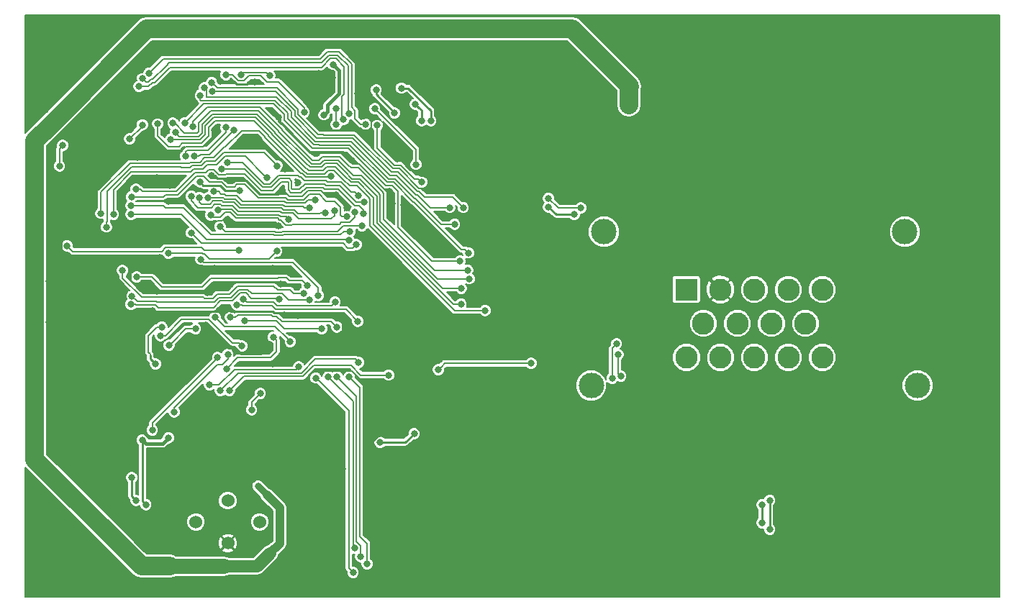
<source format=gbl>
G04 #@! TF.FileFunction,Copper,L2,Bot,Signal*
%FSLAX46Y46*%
G04 Gerber Fmt 4.6, Leading zero omitted, Abs format (unit mm)*
G04 Created by KiCad (PCBNEW (2016-07-28 BZR 6996, Git e15ad93)-product) date Thu Sep  1 14:33:18 2016*
%MOMM*%
%LPD*%
G01*
G04 APERTURE LIST*
%ADD10C,0.100000*%
%ADD11R,2.623820X2.623820*%
%ADD12C,2.623820*%
%ADD13C,2.999740*%
%ADD14C,1.524000*%
%ADD15C,0.800000*%
%ADD16C,0.200000*%
%ADD17C,0.250000*%
%ADD18C,0.600000*%
%ADD19C,0.400000*%
%ADD20C,0.800000*%
%ADD21C,2.200000*%
%ADD22C,1.000000*%
%ADD23C,1.400000*%
%ADD24C,1.800000*%
G04 APERTURE END LIST*
D10*
D11*
X160766760Y-88587580D03*
D12*
X164767260Y-88587580D03*
X168765220Y-88587580D03*
X172763180Y-88587580D03*
X176763680Y-88587580D03*
X162765740Y-92585540D03*
X166766240Y-92585540D03*
X170764200Y-92585540D03*
X174764700Y-92585540D03*
X160766760Y-96583500D03*
X164767260Y-96583500D03*
X168765220Y-96583500D03*
X172763180Y-96583500D03*
X176763680Y-96583500D03*
D13*
X151066500Y-81788000D03*
X186463940Y-81788000D03*
X187965080Y-99885500D03*
X149565360Y-99885500D03*
D14*
X106807000Y-113451000D03*
X106807000Y-118451000D03*
X110557000Y-115951000D03*
X103057000Y-115951000D03*
D15*
X187203080Y-103540560D03*
X194198240Y-109392720D03*
X191363600Y-117546120D03*
X178186080Y-116570760D03*
X166085520Y-117845840D03*
X149133560Y-117861080D03*
X133502400Y-117876320D03*
X168254680Y-99532440D03*
X168127680Y-110840520D03*
X122871177Y-68127803D03*
X112770408Y-81125921D03*
X115022000Y-76004328D03*
X120777000Y-78994000D03*
X121411347Y-73401482D03*
X119507000Y-77470000D03*
X126746000Y-73248423D03*
X125797605Y-77048501D03*
X129669208Y-74551208D03*
X126619000Y-89535000D03*
X177927000Y-74930000D03*
X181102000Y-66294000D03*
X169545000Y-71882000D03*
X156210000Y-66167000D03*
X148717000Y-62611000D03*
X143764000Y-62484000D03*
X84074000Y-57277000D03*
X92583000Y-59436000D03*
X85344000Y-67437000D03*
X99314000Y-112014000D03*
X86487000Y-107823000D03*
X97663000Y-118872000D03*
X83566000Y-111379000D03*
X83947000Y-123952000D03*
X96012000Y-124206000D03*
X113030000Y-124206000D03*
X125730000Y-113919000D03*
X159766000Y-114046000D03*
X138811000Y-100203000D03*
X141986000Y-105791000D03*
X152908000Y-104013000D03*
X172466000Y-99822000D03*
X172339000Y-112395000D03*
X159766000Y-93345000D03*
X149860000Y-90424000D03*
X155702000Y-79883000D03*
X170434000Y-57150000D03*
X164211000Y-67310000D03*
X150622000Y-57658000D03*
X184404000Y-87249000D03*
X184531000Y-105664000D03*
X197104000Y-123825000D03*
X185420000Y-123825000D03*
X175768000Y-123825000D03*
X163703000Y-123825000D03*
X149987000Y-123825000D03*
X132842000Y-123825000D03*
X164719000Y-83820000D03*
X165163500Y-82232500D03*
X163449000Y-80518000D03*
X160909000Y-80772000D03*
X160909000Y-83947000D03*
X162814000Y-84074000D03*
X183578500Y-77025500D03*
X183388000Y-70866000D03*
X152400000Y-75438000D03*
X152400000Y-73025000D03*
X153416000Y-70993000D03*
X155702000Y-73025000D03*
X155956000Y-75946000D03*
X185293000Y-72898000D03*
X185293000Y-75565000D03*
X181991000Y-75565000D03*
X181991000Y-72517000D03*
X127534270Y-78590035D03*
X126134259Y-78493628D03*
X120396000Y-84328000D03*
X131191000Y-84328000D03*
X128778000Y-88138000D03*
X124587000Y-83439000D03*
X131953000Y-79883000D03*
X130810000Y-76835000D03*
X105258724Y-86063021D03*
X112078932Y-86063019D03*
X108682544Y-70667779D03*
X110482567Y-70918437D03*
X99949000Y-76304977D03*
X99822000Y-78232000D03*
X98933000Y-81280000D03*
X95377000Y-82931000D03*
X106745010Y-80400749D03*
X92968474Y-68965845D03*
X91948000Y-70612000D03*
X114935000Y-88265000D03*
X115062000Y-91630500D03*
X113030000Y-87921116D03*
X113410425Y-91565827D03*
X111754929Y-95086193D03*
X85774010Y-92392500D03*
X85774010Y-87630000D03*
X106529900Y-91046812D03*
X104231975Y-92798990D03*
X124206000Y-117888021D03*
X119380000Y-117888021D03*
X141160500Y-78974183D03*
X159786964Y-106319964D03*
X153416000Y-107696000D03*
X156337000Y-106426000D03*
X123317000Y-109728000D03*
X127635000Y-97917000D03*
X123063000Y-97790000D03*
X112093641Y-97305968D03*
X124714000Y-105555929D03*
X143764000Y-73787000D03*
X93726000Y-73914000D03*
X97917000Y-91059000D03*
X91249500Y-87566500D03*
X95631000Y-91884500D03*
X95377000Y-75819000D03*
X95377000Y-85471000D03*
X98806000Y-84836000D03*
X101092000Y-65024000D03*
X98425000Y-64897000D03*
X119087990Y-63657125D03*
X117463374Y-66884683D03*
X115697000Y-65151000D03*
X117475000Y-63119000D03*
X117094000Y-60452000D03*
X122066011Y-65511332D03*
X105903639Y-64065646D03*
X109939999Y-64111032D03*
X125527899Y-64795498D03*
X113221974Y-76808635D03*
X112776000Y-68330734D03*
X105258492Y-69821786D03*
X113544884Y-74425066D03*
X94234000Y-69850000D03*
X96139000Y-73025000D03*
X98425000Y-75438000D03*
X92964000Y-65913000D03*
X104883291Y-75176608D03*
X107083324Y-75735241D03*
X181229000Y-112204500D03*
X141224000Y-83566000D03*
X108839000Y-101092000D03*
X104470200Y-96456500D03*
X96837500Y-96456500D03*
X93281500Y-91884500D03*
X91249500Y-94869000D03*
X91249500Y-90297000D03*
X115252500Y-84264500D03*
X120332500Y-91630500D03*
X107095463Y-88040532D03*
X99631500Y-91884500D03*
X104420688Y-88936007D03*
X98488500Y-88773000D03*
X99822000Y-87312500D03*
X144018000Y-80708500D03*
X141605000Y-86741000D03*
X144081500Y-89789000D03*
X143954500Y-95250000D03*
X147256500Y-96710500D03*
X132524500Y-69215000D03*
X130111500Y-59880500D03*
X127502922Y-66770521D03*
X135445500Y-66167000D03*
X129286000Y-107061000D03*
X138620500Y-110299500D03*
X123190000Y-104025512D03*
X127762000Y-103505000D03*
X135128000Y-108140500D03*
X141668500Y-111696500D03*
X154305000Y-77089000D03*
X147383500Y-65659000D03*
X169862500Y-78740000D03*
X165163500Y-78295500D03*
X88011000Y-75692000D03*
X87884000Y-86042500D03*
X87884000Y-90043000D03*
X87947500Y-94805500D03*
X87947500Y-96393000D03*
X94107000Y-100711000D03*
X104013000Y-108648500D03*
X120269000Y-109728000D03*
X118999000Y-109728000D03*
X112204500Y-110109000D03*
X117729000Y-103568500D03*
X187198000Y-97282000D03*
X187071000Y-86487000D03*
X194183000Y-97155000D03*
X194183000Y-80264000D03*
X185420000Y-68834000D03*
X196977000Y-69596000D03*
X196596000Y-57023000D03*
X186055000Y-57023000D03*
X84820010Y-70369748D03*
X110363000Y-111760000D03*
X154051000Y-64643000D03*
X153987500Y-66880740D03*
X169672000Y-113919000D03*
X169672000Y-116078000D03*
X97155000Y-113919000D03*
X100520500Y-102997000D03*
X106807000Y-96202500D03*
X96759354Y-106313744D03*
X99822000Y-106045000D03*
X95504000Y-110744000D03*
X96012000Y-113411000D03*
X170561000Y-116840000D03*
X170561000Y-113411000D03*
X105612176Y-96604838D03*
X97917000Y-105156000D03*
X118124348Y-68007796D03*
X119206315Y-62082351D03*
X103506509Y-75912108D03*
X108219386Y-76896647D03*
X124720289Y-106574959D03*
X128741010Y-105525152D03*
X152019000Y-99060000D03*
X152527000Y-94996000D03*
X148336000Y-78994000D03*
X144526000Y-77851000D03*
X153035000Y-98806000D03*
X152719010Y-96266000D03*
X147574000Y-79756000D03*
X144526000Y-78867000D03*
X99888977Y-95157614D03*
X102997000Y-93218000D03*
X108478494Y-95245911D03*
X98900285Y-94009903D03*
X98296283Y-97347304D03*
X99027441Y-93018008D03*
X114159982Y-94728982D03*
X105305724Y-91846771D03*
X108759170Y-92256047D03*
X117856000Y-93218000D03*
X107124127Y-91856078D03*
X119632490Y-93020009D03*
X107875771Y-90385427D03*
X122110500Y-92329000D03*
X119417115Y-90060979D03*
X108613382Y-89679980D03*
X103648830Y-85028010D03*
X117446012Y-89315512D03*
X99822000Y-84328000D03*
X112558990Y-84074000D03*
X122560542Y-81084408D03*
X105885748Y-81158383D03*
X121783581Y-79469775D03*
X104799898Y-79820508D03*
X121928914Y-83289666D03*
X102490578Y-81898945D03*
X113967510Y-80297065D03*
X105628850Y-79261167D03*
X117125840Y-78062021D03*
X105145619Y-77058508D03*
X104475335Y-77800741D03*
X116382048Y-78941096D03*
X118252475Y-79570907D03*
X103476864Y-77745250D03*
X119376988Y-79297983D03*
X102488310Y-77594301D03*
X122831203Y-78261698D03*
X106116918Y-74365388D03*
X122166357Y-77513725D03*
X106755338Y-73595685D03*
X122760286Y-79684388D03*
X95967232Y-76790232D03*
X120824042Y-79992905D03*
X95469288Y-77657455D03*
X121187467Y-81792927D03*
X95440500Y-78676500D03*
X121065322Y-82785451D03*
X95440500Y-79756000D03*
X118935500Y-75245990D03*
X91882990Y-79606319D03*
X111431870Y-75441380D03*
X93346510Y-79757661D03*
X112631454Y-74018042D03*
X92519500Y-81216500D03*
X115762010Y-89042694D03*
X94422990Y-86360000D03*
X116146423Y-88119520D03*
X96077010Y-87108813D03*
X116395011Y-89816861D03*
X95538974Y-89347638D03*
X112854131Y-89721139D03*
X95383833Y-90335543D03*
X112148629Y-94166941D03*
X106665796Y-97899354D03*
X115158417Y-97705979D03*
X104665220Y-99798964D03*
X122190117Y-97169704D03*
X105941433Y-100499401D03*
X106993241Y-100499399D03*
X125756387Y-98654506D03*
X142494000Y-97282000D03*
X131572000Y-98044000D03*
X118639907Y-98851962D03*
X121727990Y-119049482D03*
X119649453Y-98851962D03*
X122428000Y-120015000D03*
X121099465Y-98871010D03*
X123190000Y-120904000D03*
X117170737Y-98996204D03*
X121539000Y-121920000D03*
X106564214Y-69512361D03*
X101846423Y-72912044D03*
X107523461Y-69795607D03*
X102846434Y-72869578D03*
X95270311Y-70845689D03*
X96758423Y-69188759D03*
X120404999Y-68593959D03*
X96369680Y-64692356D03*
X121073339Y-67850088D03*
X96767769Y-63759192D03*
X123001973Y-69119224D03*
X97536000Y-63119000D03*
X98558445Y-69100602D03*
X137096500Y-91059000D03*
X100076535Y-70911989D03*
X134239000Y-90297000D03*
X100623451Y-70074788D03*
X134253675Y-88457010D03*
X100358468Y-69004173D03*
X135212262Y-87308879D03*
X102658447Y-69404732D03*
X135013047Y-86328911D03*
X134124826Y-85237209D03*
X101758480Y-68965284D03*
X124079000Y-67310000D03*
X128946033Y-73851206D03*
X129635953Y-75951220D03*
X124406767Y-69262732D03*
X103578673Y-65719256D03*
X135128000Y-84264500D03*
X104055654Y-64840329D03*
X133477000Y-80899000D03*
X104986708Y-65224459D03*
X132905500Y-78930500D03*
X104916714Y-64226900D03*
X134493000Y-78930500D03*
X106559801Y-63311010D03*
X115780401Y-67711433D03*
X119573823Y-69149990D03*
X119517317Y-67271082D03*
X108388971Y-63311010D03*
X111740021Y-63415979D03*
X127215384Y-64870490D03*
X130683000Y-68707000D03*
X124248649Y-65084784D03*
X126438097Y-67819135D03*
X128886532Y-66756968D03*
X129603500Y-68707000D03*
X110617000Y-100838000D03*
X109601000Y-102743000D03*
X108077000Y-83947000D03*
X87376000Y-71628000D03*
X86995000Y-74041000D03*
X87884000Y-83439000D03*
D16*
X194198240Y-109392720D02*
X193055240Y-109392720D01*
X193055240Y-109392720D02*
X187203080Y-103540560D01*
X178186080Y-116570760D02*
X190388240Y-116570760D01*
X190388240Y-116570760D02*
X191363600Y-117546120D01*
X149133560Y-117861080D02*
X166070280Y-117861080D01*
X166070280Y-117861080D02*
X166085520Y-117845840D01*
X124206000Y-117888021D02*
X133490699Y-117888021D01*
X133490699Y-117888021D02*
X133502400Y-117876320D01*
X159786964Y-106319964D02*
X163607124Y-106319964D01*
X163607124Y-106319964D02*
X168127680Y-110840520D01*
X123698245Y-69977000D02*
X123701975Y-69973270D01*
X123701975Y-68325572D02*
X123471399Y-68094996D01*
X123436862Y-68127803D02*
X122871177Y-68127803D01*
X123701975Y-69973270D02*
X123701975Y-68325572D01*
X122871177Y-66316498D02*
X122871177Y-67562118D01*
X122066011Y-65511332D02*
X122871177Y-66316498D01*
X123471399Y-68094996D02*
X123438592Y-68127803D01*
X123438592Y-68127803D02*
X123436862Y-68127803D01*
X122871177Y-67562118D02*
X122871177Y-68127803D01*
X115569998Y-77597000D02*
X114010339Y-77597000D01*
X114010339Y-77597000D02*
X113221974Y-76808635D01*
D17*
X109751641Y-81125921D02*
X112204723Y-81125921D01*
X112204723Y-81125921D02*
X112770408Y-81125921D01*
X109666427Y-81040707D02*
X109751641Y-81125921D01*
D16*
X116204998Y-76962000D02*
X115569998Y-77597000D01*
X117094000Y-72390000D02*
X117094000Y-72626885D01*
X117094000Y-72626885D02*
X117069700Y-72651185D01*
X117729000Y-76962000D02*
X116204998Y-76962000D01*
X118237000Y-77470000D02*
X117729000Y-76962000D01*
X119507000Y-77470000D02*
X118237000Y-77470000D01*
X119507000Y-77470000D02*
X120777000Y-78740000D01*
X120777000Y-78740000D02*
X120777000Y-78994000D01*
X126134259Y-77663163D02*
X122272577Y-73801481D01*
X120399865Y-72390000D02*
X121011348Y-73001483D01*
X121011348Y-73001483D02*
X121411347Y-73401482D01*
X117094000Y-72390000D02*
X120399865Y-72390000D01*
X122272577Y-73801481D02*
X121811346Y-73801481D01*
X126134259Y-78493628D02*
X126134259Y-77663163D01*
X121811346Y-73801481D02*
X121411347Y-73401482D01*
X126213740Y-74348444D02*
X123698245Y-71832949D01*
X126134259Y-78493628D02*
X126134259Y-77385155D01*
X128296216Y-74551208D02*
X126993431Y-73248423D01*
X130810000Y-76835000D02*
X130244315Y-76835000D01*
X126962052Y-74348444D02*
X126213740Y-74348444D01*
X129264830Y-76651222D02*
X126962052Y-74348444D01*
X126134259Y-77385155D02*
X125797605Y-77048501D01*
X130244315Y-76835000D02*
X130060537Y-76651222D01*
X129669208Y-74551208D02*
X128296216Y-74551208D01*
X123698245Y-71832949D02*
X123698245Y-69977000D01*
X130060537Y-76651222D02*
X129264830Y-76651222D01*
X126993431Y-73248423D02*
X126746000Y-73248423D01*
X130810000Y-75692000D02*
X129669208Y-74551208D01*
X128514508Y-74551207D02*
X125603000Y-71639699D01*
X125603000Y-69469000D02*
X124228996Y-68094996D01*
X124228996Y-68094996D02*
X123471399Y-68094996D01*
X125603000Y-71639699D02*
X125603000Y-69469000D01*
X129669208Y-74551208D02*
X128514508Y-74551207D01*
X130810000Y-76835000D02*
X130810000Y-75692000D01*
X181102000Y-66294000D02*
X181102000Y-71755000D01*
X181102000Y-71755000D02*
X177927000Y-74930000D01*
X156210000Y-66167000D02*
X156210000Y-69342000D01*
X156210000Y-69342000D02*
X158750000Y-71882000D01*
X158750000Y-71882000D02*
X169545000Y-71882000D01*
X143764000Y-62484000D02*
X148590000Y-62484000D01*
X148590000Y-62484000D02*
X148717000Y-62611000D01*
X92583000Y-59436000D02*
X90424000Y-57277000D01*
X90424000Y-57277000D02*
X84074000Y-57277000D01*
X85344000Y-67437000D02*
X85344000Y-66675000D01*
X85344000Y-66675000D02*
X92583000Y-59436000D01*
X97663000Y-118872000D02*
X86614000Y-107823000D01*
X86614000Y-107823000D02*
X86487000Y-107823000D01*
X83947000Y-123952000D02*
X83947000Y-111760000D01*
X83947000Y-111760000D02*
X83566000Y-111379000D01*
X113030000Y-124206000D02*
X96012000Y-124206000D01*
X159766000Y-114046000D02*
X125857000Y-114046000D01*
X125857000Y-114046000D02*
X125730000Y-113919000D01*
X152908000Y-104013000D02*
X143764000Y-104013000D01*
X143764000Y-104013000D02*
X141986000Y-105791000D01*
X172339000Y-112395000D02*
X172339000Y-99949000D01*
X172339000Y-99949000D02*
X172466000Y-99822000D01*
X159766000Y-93345000D02*
X159175169Y-93935831D01*
X155702000Y-79883000D02*
X149860000Y-85725000D01*
X149860000Y-85725000D02*
X149860000Y-90424000D01*
X170434000Y-57150000D02*
X185928000Y-57150000D01*
X185928000Y-57150000D02*
X186055000Y-57023000D01*
X150622000Y-57658000D02*
X154559000Y-57658000D01*
X154559000Y-57658000D02*
X164211000Y-67310000D01*
X184531000Y-105664000D02*
X184531000Y-87376000D01*
X184531000Y-87376000D02*
X184404000Y-87249000D01*
X185420000Y-123825000D02*
X197104000Y-123825000D01*
X163703000Y-123825000D02*
X175768000Y-123825000D01*
X132842000Y-123825000D02*
X149987000Y-123825000D01*
X160909000Y-80772000D02*
X163195000Y-80772000D01*
X163195000Y-80772000D02*
X163449000Y-80518000D01*
X162814000Y-84074000D02*
X161036000Y-84074000D01*
X161036000Y-84074000D02*
X160909000Y-83947000D01*
X181991000Y-72517000D02*
X183388000Y-71120000D01*
X183388000Y-71120000D02*
X183388000Y-70866000D01*
X153416000Y-70993000D02*
X153416000Y-72009000D01*
X153416000Y-72009000D02*
X152400000Y-73025000D01*
X155956000Y-75946000D02*
X155956000Y-73279000D01*
X155956000Y-73279000D02*
X155702000Y-73025000D01*
X181991000Y-75565000D02*
X185293000Y-75565000D01*
X117729000Y-103568500D02*
X116332000Y-102171500D01*
X116332000Y-102171500D02*
X116332000Y-98679000D01*
X120014026Y-98171000D02*
X121412000Y-98171000D01*
X116332000Y-98679000D02*
X116859048Y-98151952D01*
X119994978Y-98151952D02*
X120014026Y-98171000D01*
X121412000Y-98171000D02*
X123190000Y-99949000D01*
X116859048Y-98151952D02*
X119994978Y-98151952D01*
X123190000Y-99949000D02*
X123190000Y-101346000D01*
X123190000Y-101346000D02*
X123190000Y-104025512D01*
X118872000Y-69850000D02*
X123571245Y-69850000D01*
X123571245Y-69850000D02*
X123698245Y-69977000D01*
X117221000Y-68199000D02*
X118872000Y-69850000D01*
X117221000Y-67692742D02*
X117221000Y-68199000D01*
X117463374Y-66884683D02*
X117463374Y-67450368D01*
X117463374Y-67450368D02*
X117221000Y-67692742D01*
X124587000Y-83439000D02*
X128778000Y-87630000D01*
X128778000Y-87630000D02*
X128778000Y-88138000D01*
X135509000Y-79629000D02*
X135255000Y-79883000D01*
X135255000Y-79883000D02*
X131953000Y-79883000D01*
X135509000Y-78359000D02*
X135509000Y-79629000D01*
X134874000Y-77724000D02*
X135509000Y-78359000D01*
X134874000Y-76435001D02*
X138621318Y-76435001D01*
X131209999Y-76435001D02*
X134874000Y-76435001D01*
X134874000Y-76435001D02*
X134874000Y-77724000D01*
X130810000Y-76835000D02*
X131209999Y-76435001D01*
X138621318Y-76435001D02*
X140760501Y-78574184D01*
X140760501Y-78574184D02*
X141160500Y-78974183D01*
D17*
X100584000Y-86550500D02*
X101071479Y-86063021D01*
X104693039Y-86063021D02*
X105258724Y-86063021D01*
X112078932Y-86063019D02*
X105258726Y-86063019D01*
X101071479Y-86063021D02*
X104693039Y-86063021D01*
X105258726Y-86063019D02*
X105258724Y-86063021D01*
D16*
X100387685Y-78232000D02*
X99822000Y-78232000D01*
X106121693Y-80458381D02*
X105549746Y-80458381D01*
X106179325Y-80400749D02*
X106121693Y-80458381D01*
X101461400Y-78232000D02*
X100387685Y-78232000D01*
X103789238Y-80559838D02*
X101461400Y-78232000D01*
X105448289Y-80559838D02*
X103789238Y-80559838D01*
X105549746Y-80458381D02*
X105448289Y-80559838D01*
X106745010Y-80400749D02*
X106179325Y-80400749D01*
X108682544Y-70667779D02*
X110231909Y-70667779D01*
X113544884Y-74425066D02*
X113544884Y-73859381D01*
X113544884Y-73859381D02*
X110603940Y-70918437D01*
D17*
X104883291Y-75176608D02*
X105291080Y-75176608D01*
X106272798Y-75490400D02*
X106517639Y-75735241D01*
X105291080Y-75176608D02*
X105604872Y-75490400D01*
X105604872Y-75490400D02*
X106272798Y-75490400D01*
D16*
X110603940Y-70918437D02*
X110482567Y-70918437D01*
D17*
X106517639Y-75735241D02*
X107083324Y-75735241D01*
D16*
X110231909Y-70667779D02*
X110482567Y-70918437D01*
X109666427Y-81040707D02*
X107384968Y-81040707D01*
X107384968Y-81040707D02*
X106745010Y-80400749D01*
X99314000Y-85344000D02*
X98806000Y-84836000D01*
X100520500Y-86550500D02*
X99314000Y-85344000D01*
X98425000Y-75438000D02*
X95758000Y-75438000D01*
X95758000Y-75438000D02*
X95377000Y-75819000D01*
X99383315Y-76304977D02*
X99949000Y-76304977D01*
X98425000Y-75438000D02*
X99291977Y-76304977D01*
X99291977Y-76304977D02*
X99383315Y-76304977D01*
X113578617Y-69636617D02*
X113578617Y-69588301D01*
X113578617Y-69588301D02*
X112776000Y-68785684D01*
X116332000Y-72390000D02*
X113578617Y-69636617D01*
X117094000Y-72390000D02*
X116332000Y-72390000D01*
X112776000Y-68785684D02*
X112776000Y-68330734D01*
X95377000Y-82931000D02*
X97282000Y-82931000D01*
X97282000Y-82931000D02*
X98933000Y-81280000D01*
D17*
X87484001Y-85642501D02*
X87884000Y-86042500D01*
X87158998Y-85317498D02*
X87484001Y-85642501D01*
X87158998Y-81116002D02*
X87158998Y-85317498D01*
D16*
X91649499Y-87166501D02*
X91249500Y-87566500D01*
D17*
X88011000Y-80264000D02*
X87158998Y-81116002D01*
D16*
X95377000Y-85471000D02*
X93345000Y-85471000D01*
X93345000Y-85471000D02*
X91649499Y-87166501D01*
X94361000Y-82423000D02*
X94869000Y-82423000D01*
X94869000Y-82423000D02*
X95377000Y-82931000D01*
D17*
X91948000Y-70612000D02*
X91948000Y-69986319D01*
X91948000Y-69986319D02*
X92568475Y-69365844D01*
D16*
X93349845Y-68965845D02*
X92968474Y-68965845D01*
D17*
X92568475Y-69365844D02*
X92968474Y-68965845D01*
D16*
X94234000Y-69850000D02*
X93349845Y-68965845D01*
D17*
X91948000Y-70612000D02*
X91948000Y-71755000D01*
D16*
X114935000Y-88265000D02*
X114369315Y-88265000D01*
X114369315Y-88265000D02*
X114025431Y-87921116D01*
X114025431Y-87921116D02*
X113595685Y-87921116D01*
X113595685Y-87921116D02*
X113030000Y-87921116D01*
X114808000Y-91630500D02*
X115062000Y-91630500D01*
D17*
X114808000Y-91630500D02*
X113475098Y-91630500D01*
X120332500Y-91630500D02*
X115062000Y-91630500D01*
X107095463Y-88040532D02*
X107440985Y-87695010D01*
X112803894Y-87695010D02*
X113030000Y-87921116D01*
X107440985Y-87695010D02*
X112803894Y-87695010D01*
X112232287Y-91290828D02*
X113135426Y-91290828D01*
X107168781Y-91120008D02*
X112061467Y-91120008D01*
X107095585Y-91046812D02*
X107168781Y-91120008D01*
X106529900Y-91046812D02*
X107095585Y-91046812D01*
X113475098Y-91630500D02*
X113410425Y-91565827D01*
X113135426Y-91290828D02*
X113410425Y-91565827D01*
X112061467Y-91120008D02*
X112232287Y-91290828D01*
X111354930Y-95486192D02*
X111754929Y-95086193D01*
X108330546Y-96157999D02*
X110683123Y-96157999D01*
X106910484Y-95477499D02*
X107650046Y-95477499D01*
X104231975Y-92798990D02*
X106910484Y-95477499D01*
X110683123Y-96157999D02*
X111354930Y-95486192D01*
X107650046Y-95477499D02*
X108330546Y-96157999D01*
X86296500Y-87630000D02*
X85774010Y-87630000D01*
X87884000Y-86042500D02*
X86296500Y-87630000D01*
X85774010Y-87933010D02*
X85774010Y-87630000D01*
X87884000Y-90043000D02*
X85774010Y-87933010D01*
X85534500Y-92392500D02*
X85774010Y-92392500D01*
X87947500Y-94805500D02*
X85534500Y-92392500D01*
X87884000Y-90043000D02*
X85534500Y-92392500D01*
X105473500Y-110109000D02*
X105473500Y-117117500D01*
X105473500Y-117117500D02*
X106807000Y-118451000D01*
X99631500Y-91884500D02*
X100330000Y-91186000D01*
X105980770Y-91121770D02*
X106045000Y-91186000D01*
X106519002Y-91046812D02*
X106529900Y-91046812D01*
X104893493Y-91186000D02*
X104957723Y-91121770D01*
X106316314Y-91249500D02*
X106519002Y-91046812D01*
X106108500Y-91249500D02*
X106316314Y-91249500D01*
X104957723Y-91121770D02*
X105980770Y-91121770D01*
X100330000Y-91186000D02*
X104893493Y-91186000D01*
X124206000Y-117322336D02*
X124206000Y-117888021D01*
X123317000Y-109728000D02*
X124206000Y-110617000D01*
X124206000Y-110617000D02*
X124206000Y-117322336D01*
X141560499Y-79374182D02*
X141160500Y-78974183D01*
X144018000Y-80708500D02*
X142894817Y-80708500D01*
X142894817Y-80708500D02*
X141560499Y-79374182D01*
X165671500Y-112204500D02*
X160186963Y-106719963D01*
X160186963Y-106719963D02*
X159786964Y-106319964D01*
X168402000Y-112204500D02*
X165671500Y-112204500D01*
D16*
X153416000Y-107696000D02*
X145669000Y-107696000D01*
X145669000Y-107696000D02*
X141668500Y-111696500D01*
D18*
X156337000Y-106426000D02*
X154686000Y-106426000D01*
X154686000Y-106426000D02*
X153416000Y-107696000D01*
D17*
X123317000Y-106952929D02*
X124714000Y-105555929D01*
X123317000Y-109728000D02*
X123317000Y-106952929D01*
D16*
X123063000Y-97790000D02*
X127508000Y-97790000D01*
X127508000Y-97790000D02*
X127635000Y-97917000D01*
X120332500Y-93618678D02*
X119926689Y-94024489D01*
X112493640Y-96905969D02*
X112093641Y-97305968D01*
X113914620Y-95484989D02*
X112493640Y-96905969D01*
X119926689Y-94024489D02*
X116731996Y-94024489D01*
X116731996Y-94024489D02*
X115271496Y-95484989D01*
X120332500Y-91630500D02*
X120332500Y-93618678D01*
X115271496Y-95484989D02*
X113914620Y-95484989D01*
D17*
X124714000Y-105555929D02*
X124714000Y-105549512D01*
X124714000Y-105549512D02*
X123190000Y-104025512D01*
D16*
X181229000Y-112204500D02*
X168402000Y-112204500D01*
D17*
X135445500Y-66167000D02*
X136144000Y-66167000D01*
X136144000Y-66167000D02*
X143764000Y-73787000D01*
D18*
X150114000Y-73723500D02*
X150114000Y-70485000D01*
X150114000Y-70485000D02*
X150114000Y-68389500D01*
D17*
X143764000Y-73787000D02*
X146812000Y-73787000D01*
X146812000Y-73787000D02*
X150114000Y-70485000D01*
D18*
X150114000Y-68389500D02*
X147383500Y-65659000D01*
D16*
X144018000Y-80708500D02*
X148976815Y-80708500D01*
X148976815Y-80708500D02*
X149086949Y-80598366D01*
X94234000Y-69850000D02*
X94234000Y-69088000D01*
X94234000Y-69088000D02*
X97409000Y-65913000D01*
X96139000Y-73025000D02*
X94615000Y-73025000D01*
X94615000Y-73025000D02*
X93726000Y-73914000D01*
X93726000Y-73914000D02*
X91948000Y-72136000D01*
X91948000Y-72136000D02*
X91948000Y-71755000D01*
X94361000Y-82423000D02*
X94361000Y-76835000D01*
D17*
X88011000Y-75692000D02*
X88011000Y-80264000D01*
D16*
X94361000Y-82423000D02*
X90170000Y-82423000D01*
X90170000Y-82423000D02*
X88011000Y-80264000D01*
X94107000Y-100711000D02*
X96774000Y-100711000D01*
X96837500Y-96456500D02*
X96837500Y-100647500D01*
X96774000Y-100711000D02*
X100215700Y-100711000D01*
X96837500Y-100647500D02*
X96774000Y-100711000D01*
D17*
X99631500Y-91884500D02*
X97917000Y-91884500D01*
X97917000Y-91884500D02*
X95631000Y-91884500D01*
D16*
X97917000Y-91059000D02*
X97917000Y-91884500D01*
X96520000Y-88773000D02*
X95377000Y-87630000D01*
X95377000Y-87630000D02*
X95377000Y-85471000D01*
X98488500Y-88773000D02*
X96520000Y-88773000D01*
D17*
X95631000Y-91884500D02*
X93281500Y-91884500D01*
D16*
X91249500Y-87566500D02*
X91249500Y-90297000D01*
X94361000Y-76835000D02*
X95377000Y-75819000D01*
X98806000Y-84836000D02*
X96012000Y-84836000D01*
X96012000Y-84836000D02*
X95377000Y-85471000D01*
D17*
X99822000Y-87312500D02*
X100584000Y-86550500D01*
D16*
X100584000Y-86550500D02*
X100520500Y-86550500D01*
X102870000Y-63246000D02*
X105083993Y-63246000D01*
X105083993Y-63246000D02*
X105903639Y-64065646D01*
X101092000Y-65024000D02*
X102870000Y-63246000D01*
X98425000Y-64897000D02*
X100965000Y-64897000D01*
X100965000Y-64897000D02*
X101092000Y-65024000D01*
X97409000Y-65913000D02*
X98425000Y-64897000D01*
X92964000Y-65913000D02*
X97409000Y-65913000D01*
X119087990Y-63657125D02*
X118013125Y-63657125D01*
X118013125Y-63657125D02*
X117475000Y-63119000D01*
X115697000Y-65151000D02*
X117430683Y-66884683D01*
X117430683Y-66884683D02*
X117463374Y-66884683D01*
X117463374Y-66318998D02*
X117463374Y-66884683D01*
X119087990Y-63657125D02*
X117463374Y-65281741D01*
X117463374Y-65281741D02*
X117463374Y-66318998D01*
X117475000Y-63119000D02*
X115697000Y-64897000D01*
X115697000Y-64897000D02*
X115697000Y-65151000D01*
D17*
X106469324Y-64065646D02*
X105903639Y-64065646D01*
X107506547Y-64065646D02*
X106469324Y-64065646D01*
X107876924Y-64436023D02*
X107506547Y-64065646D01*
X109049323Y-64436023D02*
X107876924Y-64436023D01*
X109374314Y-64111032D02*
X109049323Y-64436023D01*
X109939999Y-64111032D02*
X109374314Y-64111032D01*
X112821975Y-77208634D02*
X113221974Y-76808635D01*
X112664195Y-77366414D02*
X112821975Y-77208634D01*
X110588446Y-77366414D02*
X112664195Y-77366414D01*
X107083324Y-75735241D02*
X108957273Y-75735241D01*
X108957273Y-75735241D02*
X110588446Y-77366414D01*
D16*
X103890963Y-71755000D02*
X105258492Y-70387471D01*
X100584000Y-73025000D02*
X101854000Y-71755000D01*
X105258492Y-70387471D02*
X105258492Y-69821786D01*
X96139000Y-73025000D02*
X100584000Y-73025000D01*
X101854000Y-71755000D02*
X103890963Y-71755000D01*
D17*
X91948000Y-71755000D02*
X88011000Y-75692000D01*
D16*
X141224000Y-83566000D02*
X144018000Y-80772000D01*
X144018000Y-80772000D02*
X144018000Y-80708500D01*
X141224000Y-83566000D02*
X141224000Y-86360000D01*
X141224000Y-86360000D02*
X141605000Y-86741000D01*
X103378000Y-106553000D02*
X108839000Y-101092000D01*
D19*
X101917500Y-106553000D02*
X99945998Y-104581498D01*
D16*
X101917500Y-106553000D02*
X103378000Y-106553000D01*
D19*
X104013000Y-108648500D02*
X101917500Y-106553000D01*
D16*
X100215700Y-100711000D02*
X104470200Y-96456500D01*
D19*
X97532998Y-105956002D02*
X94107000Y-102530004D01*
X94107000Y-102530004D02*
X94107000Y-101276685D01*
X94107000Y-101276685D02*
X94107000Y-100711000D01*
X98301002Y-105956002D02*
X97532998Y-105956002D01*
X99675506Y-104581498D02*
X98301002Y-105956002D01*
X99945998Y-104581498D02*
X99675506Y-104581498D01*
D17*
X96837500Y-96456500D02*
X96437501Y-96056501D01*
X96437501Y-96056501D02*
X96437501Y-95104001D01*
X96437501Y-95104001D02*
X95250000Y-93916500D01*
X91249500Y-94869000D02*
X92202000Y-93916500D01*
X92202000Y-93916500D02*
X95250000Y-93916500D01*
X92964000Y-91567000D02*
X92519500Y-91567000D01*
X92519500Y-91567000D02*
X91249500Y-90297000D01*
X93281500Y-91884500D02*
X92964000Y-91567000D01*
X104420688Y-88936007D02*
X105316163Y-88040532D01*
X106529778Y-88040532D02*
X107095463Y-88040532D01*
X105316163Y-88040532D02*
X106529778Y-88040532D01*
X106108500Y-91249500D02*
X106514383Y-91249500D01*
X106045000Y-91186000D02*
X106108500Y-91249500D01*
X106514383Y-91249500D02*
X106045000Y-91186000D01*
X104257681Y-88773000D02*
X104420688Y-88936007D01*
X98488500Y-88773000D02*
X104257681Y-88773000D01*
X144081500Y-89789000D02*
X144081500Y-89217500D01*
X144081500Y-89217500D02*
X141605000Y-86741000D01*
X144081500Y-89789000D02*
X144081500Y-95123000D01*
X144081500Y-95123000D02*
X143954500Y-95250000D01*
D19*
X147256500Y-96710500D02*
X145415000Y-96710500D01*
X145415000Y-96710500D02*
X143954500Y-95250000D01*
D17*
X132524500Y-69215000D02*
X135445500Y-66294000D01*
X135445500Y-66294000D02*
X135445500Y-66167000D01*
D19*
X133883498Y-64604998D02*
X133883498Y-63652498D01*
X133883498Y-63652498D02*
X130111500Y-59880500D01*
D17*
X125527899Y-64795498D02*
X125527899Y-64464101D01*
X125527899Y-64464101D02*
X130111500Y-59880500D01*
D19*
X125527899Y-64795498D02*
X127102923Y-66370522D01*
X127102923Y-66370522D02*
X127502922Y-66770521D01*
X135445500Y-66167000D02*
X133883498Y-64604998D01*
D17*
X135128000Y-108140500D02*
X136461500Y-108140500D01*
X136461500Y-108140500D02*
X138620500Y-110299500D01*
X123589999Y-103625513D02*
X123190000Y-104025512D01*
X123710512Y-103505000D02*
X123589999Y-103625513D01*
X127762000Y-103505000D02*
X123710512Y-103505000D01*
X141859000Y-111506000D02*
X141668500Y-111696500D01*
X135128000Y-108140500D02*
X132397500Y-108140500D01*
X132397500Y-108140500D02*
X127762000Y-103505000D01*
D19*
X141668500Y-111696500D02*
X138112500Y-108140500D01*
X138112500Y-108140500D02*
X135128000Y-108140500D01*
D18*
X150495000Y-86296500D02*
X149086949Y-84888449D01*
X149086949Y-80598366D02*
X152659815Y-77025500D01*
X152659815Y-77025500D02*
X153225500Y-77025500D01*
X153225500Y-77025500D02*
X154241500Y-77025500D01*
X154241500Y-77025500D02*
X154305000Y-77089000D01*
X149923500Y-73723500D02*
X153225500Y-77025500D01*
D20*
X169862500Y-78740000D02*
X171577000Y-77025500D01*
X171577000Y-77025500D02*
X182435500Y-77025500D01*
X183578500Y-77025500D02*
X182435500Y-77025500D01*
X165163500Y-78295500D02*
X165163500Y-82232500D01*
X165163500Y-82232500D02*
X163258500Y-84137500D01*
D19*
X159893000Y-86296500D02*
X161925000Y-86296500D01*
X161925000Y-86296500D02*
X162496500Y-86296500D01*
X161988500Y-84703185D02*
X161925000Y-84766685D01*
X161925000Y-84766685D02*
X161925000Y-86296500D01*
X150495000Y-86296500D02*
X159893000Y-86296500D01*
X162496500Y-86296500D02*
X164787580Y-88587580D01*
D17*
X87947500Y-94805500D02*
X87947500Y-96393000D01*
D19*
X94107000Y-100711000D02*
X92265500Y-100711000D01*
X92265500Y-100711000D02*
X87947500Y-96393000D01*
X112204500Y-110109000D02*
X105473500Y-110109000D01*
X105473500Y-110109000D02*
X104013000Y-108648500D01*
X116078000Y-109728000D02*
X117792500Y-109728000D01*
X117792500Y-109728000D02*
X118999000Y-109728000D01*
X117729000Y-103568500D02*
X117729000Y-109664500D01*
X117729000Y-109664500D02*
X117792500Y-109728000D01*
X115697000Y-110109000D02*
X116078000Y-109728000D01*
X112204500Y-110109000D02*
X115697000Y-110109000D01*
X120269000Y-109728000D02*
X118999000Y-109728000D01*
D16*
X187198000Y-97282000D02*
X188045710Y-97282000D01*
X188045710Y-97282000D02*
X189785271Y-99021561D01*
X194183000Y-97155000D02*
X194183000Y-93599000D01*
X194183000Y-93599000D02*
X187071000Y-86487000D01*
X185420000Y-68834000D02*
X194183000Y-77597000D01*
X194183000Y-77597000D02*
X194183000Y-80264000D01*
X196596000Y-62484000D02*
X196977000Y-62865000D01*
X196977000Y-62865000D02*
X196977000Y-69596000D01*
X196596000Y-57023000D02*
X196596000Y-62484000D01*
D21*
X84068609Y-71121149D02*
X84420011Y-70769747D01*
X84420011Y-70769747D02*
X84820010Y-70369748D01*
X96647000Y-121158000D02*
X84068609Y-108579609D01*
X99949000Y-121158000D02*
X96647000Y-121158000D01*
X97277758Y-57912000D02*
X85220009Y-69969749D01*
X147320000Y-57912000D02*
X97277758Y-57912000D01*
X85220009Y-69969749D02*
X84820010Y-70369748D01*
X84068609Y-108579609D02*
X84068609Y-71121149D01*
X154051000Y-64643000D02*
X147320000Y-57912000D01*
D20*
X111379000Y-112776000D02*
X110363000Y-111760000D01*
D22*
X112903000Y-114300000D02*
X111379000Y-112776000D01*
X112903000Y-118491000D02*
X112903000Y-114300000D01*
X111760000Y-119634000D02*
X112903000Y-118491000D01*
D23*
X110236000Y-121158000D02*
X111760000Y-119634000D01*
X106299000Y-121158000D02*
X110236000Y-121158000D01*
D24*
X99949000Y-121158000D02*
X106299000Y-121158000D01*
D21*
X153987500Y-64706500D02*
X154051000Y-64643000D01*
X153987500Y-66880740D02*
X153987500Y-64706500D01*
D17*
X169672000Y-116078000D02*
X169672000Y-113919000D01*
X96759354Y-106313744D02*
X96759354Y-113523354D01*
X96759354Y-113523354D02*
X97155000Y-113919000D01*
D16*
X106166185Y-97409000D02*
X105600500Y-97409000D01*
X105600500Y-97409000D02*
X100520500Y-102489000D01*
X100520500Y-102489000D02*
X100520500Y-102997000D01*
X106807000Y-96768185D02*
X106166185Y-97409000D01*
X106807000Y-96202500D02*
X106807000Y-96768185D01*
D19*
X99153257Y-106713743D02*
X97159353Y-106713743D01*
X97159353Y-106713743D02*
X96759354Y-106313744D01*
X99822000Y-106045000D02*
X99153257Y-106713743D01*
D17*
X96012000Y-113411000D02*
X95504000Y-112903000D01*
X95504000Y-112903000D02*
X95504000Y-110744000D01*
X170561000Y-113411000D02*
X170561000Y-116840000D01*
D16*
X97917000Y-105156000D02*
X97917000Y-104300014D01*
X105212177Y-97004837D02*
X105612176Y-96604838D01*
X97917000Y-104300014D02*
X105212177Y-97004837D01*
D19*
X119206315Y-62082351D02*
X119888000Y-62764036D01*
X118524347Y-66895653D02*
X118524347Y-67607797D01*
X119888000Y-62764036D02*
X119888000Y-65532000D01*
X119888000Y-65532000D02*
X118524347Y-66895653D01*
X118524347Y-67607797D02*
X118124348Y-68007796D01*
D17*
X105916600Y-76340422D02*
X105252782Y-76340422D01*
X103927908Y-76333507D02*
X103906508Y-76312107D01*
X106512299Y-76936121D02*
X105916600Y-76340422D01*
X108219386Y-76896647D02*
X108179912Y-76936121D01*
X105245867Y-76333507D02*
X103927908Y-76333507D01*
X105252782Y-76340422D02*
X105245867Y-76333507D01*
X103906508Y-76312107D02*
X103506509Y-75912108D01*
X108179912Y-76936121D02*
X106512299Y-76936121D01*
X127691203Y-106574959D02*
X125285974Y-106574959D01*
X128741010Y-105525152D02*
X127691203Y-106574959D01*
X125285974Y-106574959D02*
X124720289Y-106574959D01*
D16*
X152019000Y-95504000D02*
X152019000Y-99060000D01*
X152527000Y-94996000D02*
X152019000Y-95504000D01*
X144526000Y-77851000D02*
X145669000Y-78994000D01*
X145669000Y-78994000D02*
X148336000Y-78994000D01*
X152719010Y-96266000D02*
X152719010Y-98490010D01*
X152719010Y-98490010D02*
X153035000Y-98806000D01*
D17*
X147008315Y-79756000D02*
X147574000Y-79756000D01*
X145415000Y-79756000D02*
X147008315Y-79756000D01*
X144526000Y-78867000D02*
X145415000Y-79756000D01*
D16*
X100288976Y-94757615D02*
X99888977Y-95157614D01*
X101828591Y-93218000D02*
X100288976Y-94757615D01*
X102997000Y-93218000D02*
X101828591Y-93218000D01*
X108078495Y-94845912D02*
X108478494Y-95245911D01*
X104567977Y-92098988D02*
X107314901Y-94845912D01*
X107314901Y-94845912D02*
X108078495Y-94845912D01*
X98900285Y-94009903D02*
X99465970Y-94009903D01*
X101376885Y-92098988D02*
X104567977Y-92098988D01*
X99465970Y-94009903D02*
X101376885Y-92098988D01*
D17*
X97664501Y-96305350D02*
X97664501Y-96715522D01*
X97664501Y-96715522D02*
X97896284Y-96947305D01*
X97896284Y-96947305D02*
X98296283Y-97347304D01*
D16*
X97474001Y-94005763D02*
X98461756Y-93018008D01*
X97664501Y-96305350D02*
X97664501Y-96183999D01*
X97664501Y-96183999D02*
X97474001Y-95993499D01*
X97474001Y-95993499D02*
X97474001Y-94005763D01*
X98461756Y-93018008D02*
X99027441Y-93018008D01*
X113759983Y-94328983D02*
X114159982Y-94728982D01*
X106415044Y-92956091D02*
X112387091Y-92956091D01*
X112387091Y-92956091D02*
X113759983Y-94328983D01*
X105305724Y-91846771D02*
X106415044Y-92956091D01*
X113460894Y-93218000D02*
X112498941Y-92256047D01*
X117856000Y-93218000D02*
X113460894Y-93218000D01*
X112498941Y-92256047D02*
X109324855Y-92256047D01*
X109324855Y-92256047D02*
X108759170Y-92256047D01*
X107689812Y-91856078D02*
X107124127Y-91856078D01*
X111896448Y-91556045D02*
X107989845Y-91556045D01*
X113155899Y-92330502D02*
X112541236Y-91715839D01*
X112056242Y-91715839D02*
X111896448Y-91556045D01*
X118942983Y-92330502D02*
X113155899Y-92330502D01*
X119632490Y-93020009D02*
X118942983Y-92330502D01*
X107989845Y-91556045D02*
X107689812Y-91856078D01*
X112541236Y-91715839D02*
X112056242Y-91715839D01*
X108441456Y-90385427D02*
X107875771Y-90385427D01*
X122110500Y-92329000D02*
X120698374Y-90916874D01*
X115893320Y-90916874D02*
X115842263Y-90865817D01*
X120698374Y-90916874D02*
X115893320Y-90916874D01*
X115842263Y-90865817D02*
X112408332Y-90865817D01*
X112408332Y-90865817D02*
X112028513Y-90485998D01*
X112028513Y-90485998D02*
X108542027Y-90485998D01*
X108542027Y-90485998D02*
X108441456Y-90385427D01*
X116007952Y-90465806D02*
X116059009Y-90516863D01*
X108613382Y-89679980D02*
X109019389Y-90085987D01*
X112194202Y-90085987D02*
X112574021Y-90465806D01*
X112574021Y-90465806D02*
X116007952Y-90465806D01*
X116059009Y-90516863D02*
X118961231Y-90516863D01*
X119017116Y-90460978D02*
X119417115Y-90060979D01*
X118961231Y-90516863D02*
X119017116Y-90460978D01*
X109019389Y-90085987D02*
X112194202Y-90085987D01*
X103983831Y-85363011D02*
X103648830Y-85028010D01*
X114423608Y-85363011D02*
X103983831Y-85363011D01*
X117446012Y-89315512D02*
X117446012Y-88385415D01*
X117446012Y-88385415D02*
X114423608Y-85363011D01*
X100387685Y-84328000D02*
X99822000Y-84328000D01*
X103828300Y-84328000D02*
X100387685Y-84328000D01*
X111669990Y-84963000D02*
X104648000Y-84963000D01*
X103847311Y-84347011D02*
X103828300Y-84328000D01*
X104032011Y-84347011D02*
X103847311Y-84347011D01*
X104648000Y-84963000D02*
X104032011Y-84347011D01*
X112558990Y-84074000D02*
X111669990Y-84963000D01*
X113106469Y-81825922D02*
X113191683Y-81740708D01*
X121994857Y-81084408D02*
X122560542Y-81084408D01*
X106468073Y-81740708D02*
X112349193Y-81740708D01*
X119744792Y-81740708D02*
X120392583Y-81092917D01*
X113191683Y-81740708D02*
X119744792Y-81740708D01*
X112349193Y-81740708D02*
X112434407Y-81825922D01*
X120392583Y-81092917D02*
X121986348Y-81092917D01*
X121986348Y-81092917D02*
X121994857Y-81084408D01*
X112434407Y-81825922D02*
X113106469Y-81825922D01*
X105885748Y-81158383D02*
X106468073Y-81740708D01*
X120178058Y-80692906D02*
X121126135Y-80692906D01*
X121126135Y-80692906D02*
X121783581Y-80035460D01*
X113031520Y-80397077D02*
X113631509Y-80997066D01*
X114303511Y-80997066D02*
X114427336Y-80873241D01*
X112644930Y-80191491D02*
X112850516Y-80397077D01*
X112850516Y-80397077D02*
X113031520Y-80397077D01*
X107737718Y-80191491D02*
X112644930Y-80191491D01*
X104799898Y-79820508D02*
X105037760Y-80058370D01*
X105037760Y-80058370D02*
X105919594Y-80058370D01*
X105919594Y-80058370D02*
X106464689Y-79513275D01*
X107059502Y-79513275D02*
X107737718Y-80191491D01*
X121783581Y-80035460D02*
X121783581Y-79469775D01*
X106464689Y-79513275D02*
X107059502Y-79513275D01*
X119997723Y-80873241D02*
X120178058Y-80692906D01*
X114427336Y-80873241D02*
X119997723Y-80873241D01*
X113631509Y-80997066D02*
X114303511Y-80997066D01*
X120935861Y-83689665D02*
X121528915Y-83689665D01*
X103726926Y-83135293D02*
X120381489Y-83135293D01*
X121528915Y-83689665D02*
X121928914Y-83289666D01*
X102490578Y-81898945D02*
X103726926Y-83135293D01*
X120381489Y-83135293D02*
X120935861Y-83689665D01*
X105776753Y-79113264D02*
X107225191Y-79113264D01*
X107225191Y-79113264D02*
X107903407Y-79791480D01*
X107903407Y-79791480D02*
X112810619Y-79791480D01*
X112810619Y-79791480D02*
X113016205Y-79997066D01*
X113016205Y-79997066D02*
X113667511Y-79997066D01*
X113667511Y-79997066D02*
X113967510Y-80297065D01*
X105628850Y-79261167D02*
X105776753Y-79113264D01*
X108566163Y-78191436D02*
X113473375Y-78191436D01*
X105145619Y-77058508D02*
X105711304Y-77058508D01*
X106614007Y-77513220D02*
X107887947Y-77513220D01*
X107887947Y-77513220D02*
X108566163Y-78191436D01*
X115901376Y-78397022D02*
X116236379Y-78062021D01*
X113473375Y-78191436D02*
X113678961Y-78397022D01*
X116560155Y-78062021D02*
X117125840Y-78062021D01*
X116236379Y-78062021D02*
X116560155Y-78062021D01*
X113678961Y-78397022D02*
X115901376Y-78397022D01*
X106461919Y-77361132D02*
X106614007Y-77513220D01*
X105711304Y-77058508D02*
X106013928Y-77361132D01*
X106013928Y-77361132D02*
X106461919Y-77361132D01*
X116382048Y-78941096D02*
X115816363Y-78941096D01*
X104514933Y-77761143D02*
X104475335Y-77800741D01*
X106296230Y-77761143D02*
X104514933Y-77761143D01*
X106448318Y-77913231D02*
X106296230Y-77761143D01*
X107722258Y-77913231D02*
X106448318Y-77913231D01*
X115672300Y-78797033D02*
X113513272Y-78797033D01*
X113307686Y-78591447D02*
X108400474Y-78591447D01*
X108400474Y-78591447D02*
X107722258Y-77913231D01*
X113513272Y-78797033D02*
X113307686Y-78591447D01*
X115816363Y-78941096D02*
X115672300Y-78797033D01*
X115097298Y-79641098D02*
X117616599Y-79641098D01*
X117686790Y-79570907D02*
X118252475Y-79570907D01*
X113347583Y-79197044D02*
X114653244Y-79197044D01*
X108234785Y-78991458D02*
X113141997Y-78991458D01*
X106130541Y-78161154D02*
X106282629Y-78313242D01*
X104716210Y-78549830D02*
X105104886Y-78161154D01*
X103476864Y-77745250D02*
X103476864Y-78310935D01*
X113141997Y-78991458D02*
X113347583Y-79197044D01*
X103715759Y-78549830D02*
X104716210Y-78549830D01*
X114653244Y-79197044D02*
X115097298Y-79641098D01*
X106282629Y-78313242D02*
X107556569Y-78313242D01*
X107556569Y-78313242D02*
X108234785Y-78991458D01*
X105104886Y-78161154D02*
X106130541Y-78161154D01*
X103476864Y-78310935D02*
X103715759Y-78549830D01*
X117616599Y-79641098D02*
X117686790Y-79570907D01*
X118969748Y-80270908D02*
X119376988Y-79863668D01*
X113181894Y-79597055D02*
X114487555Y-79597055D01*
X112976308Y-79391469D02*
X113181894Y-79597055D01*
X107390880Y-78713253D02*
X108069096Y-79391469D01*
X106116940Y-78713253D02*
X107390880Y-78713253D01*
X105964852Y-78561165D02*
X106116940Y-78713253D01*
X105270575Y-78561165D02*
X105964852Y-78561165D01*
X104881899Y-78949841D02*
X105270575Y-78561165D01*
X103278165Y-78949841D02*
X104881899Y-78949841D01*
X102488310Y-78159986D02*
X103278165Y-78949841D01*
X102488310Y-77594301D02*
X102488310Y-78159986D01*
X119376988Y-79863668D02*
X119376988Y-79297983D01*
X108069096Y-79391469D02*
X112976308Y-79391469D01*
X115161408Y-80270908D02*
X118969748Y-80270908D01*
X114487555Y-79597055D02*
X115161408Y-80270908D01*
X114031825Y-75527625D02*
X114321995Y-75817795D01*
X118372644Y-76347244D02*
X119985946Y-76347244D01*
X118187379Y-76161981D02*
X118372644Y-76347244D01*
X119985946Y-76347244D02*
X121900400Y-78261698D01*
X110930180Y-76541392D02*
X111933560Y-76541392D01*
X111933560Y-76541392D02*
X112947327Y-75527625D01*
X112947327Y-75527625D02*
X114031825Y-75527625D01*
X106116918Y-74365388D02*
X108754176Y-74365388D01*
X108754176Y-74365388D02*
X110930180Y-76541392D01*
X115873619Y-76161981D02*
X118187379Y-76161981D01*
X122265518Y-78261698D02*
X122831203Y-78261698D01*
X121900400Y-78261698D02*
X122265518Y-78261698D01*
X114321995Y-75817795D02*
X114321995Y-76709164D01*
X114321995Y-76709164D02*
X114409809Y-76796978D01*
X114409809Y-76796978D02*
X115238622Y-76796978D01*
X115238622Y-76796978D02*
X115873619Y-76161981D01*
X115796335Y-75761970D02*
X118353068Y-75761970D01*
X112781638Y-75127614D02*
X115034505Y-75127614D01*
X121318128Y-77113726D02*
X121766358Y-77113726D01*
X115230526Y-75323635D02*
X115358000Y-75323635D01*
X121766358Y-77113726D02*
X122166357Y-77513725D01*
X118538333Y-75947233D02*
X120151635Y-75947233D01*
X111767871Y-76141381D02*
X112781638Y-75127614D01*
X111095869Y-76141381D02*
X111767871Y-76141381D01*
X108550173Y-73595685D02*
X111095869Y-76141381D01*
X115034505Y-75127614D02*
X115230526Y-75323635D01*
X118353068Y-75761970D02*
X118538333Y-75947233D01*
X115358000Y-75323635D02*
X115796335Y-75761970D01*
X120151635Y-75947233D02*
X121318128Y-77113726D01*
X106755338Y-73595685D02*
X108550173Y-73595685D01*
X122760286Y-79180745D02*
X122760286Y-79684388D01*
X122282637Y-78703096D02*
X122760286Y-79180745D01*
X115404309Y-77196989D02*
X116039307Y-76561991D01*
X114244120Y-77196989D02*
X115404309Y-77196989D01*
X113921984Y-76874853D02*
X114244120Y-77196989D01*
X108825914Y-75002826D02*
X110764491Y-76941403D01*
X112099249Y-76941403D02*
X113113016Y-75927636D01*
X104547290Y-74476607D02*
X105192135Y-74476607D01*
X116039307Y-76561991D02*
X118021690Y-76561992D01*
X118021690Y-76561992D02*
X118206955Y-76747255D01*
X118206955Y-76747255D02*
X119820257Y-76747255D01*
X104211810Y-74812087D02*
X104547290Y-74476607D01*
X102973709Y-74812087D02*
X104211810Y-74812087D01*
X106550849Y-75002826D02*
X108825914Y-75002826D01*
X106488286Y-75065389D02*
X106550849Y-75002826D01*
X105780917Y-75065389D02*
X106488286Y-75065389D01*
X105192135Y-74476607D02*
X105780917Y-75065389D01*
X100780809Y-77004987D02*
X102973709Y-74812087D01*
X96747672Y-77004987D02*
X100780809Y-77004987D01*
X95967232Y-76790232D02*
X96532917Y-76790232D01*
X110764491Y-76941403D02*
X112099249Y-76941403D01*
X113113016Y-75927636D02*
X113866136Y-75927636D01*
X113866136Y-75927636D02*
X113921984Y-75983484D01*
X119820257Y-76747255D02*
X121776098Y-78703096D01*
X121776098Y-78703096D02*
X122282637Y-78703096D01*
X96532917Y-76790232D02*
X96747672Y-77004987D01*
X113921984Y-75983484D02*
X113921984Y-76874853D01*
X100946498Y-77404998D02*
X103139398Y-75212098D01*
X99485998Y-77404998D02*
X100946498Y-77404998D01*
X95469288Y-77657455D02*
X99233541Y-77657455D01*
X120258357Y-79992905D02*
X120824042Y-79992905D01*
X120076998Y-78859698D02*
X120076998Y-79811546D01*
X120076998Y-79811546D02*
X120258357Y-79992905D01*
X119387301Y-78170001D02*
X120076998Y-78859698D01*
X116370689Y-77362011D02*
X117563311Y-77362011D01*
X115735687Y-77997011D02*
X116370689Y-77362011D01*
X113844650Y-77997011D02*
X115735687Y-77997011D01*
X110412401Y-77791425D02*
X113639064Y-77791425D01*
X108817621Y-76196645D02*
X110412401Y-77791425D01*
X106688344Y-76511110D02*
X107568919Y-76511110D01*
X99233541Y-77657455D02*
X99485998Y-77404998D01*
X106092645Y-75915411D02*
X106688344Y-76511110D01*
X105428827Y-75915411D02*
X106092645Y-75915411D01*
X105421912Y-75908496D02*
X105428827Y-75915411D01*
X104621573Y-75908496D02*
X105421912Y-75908496D01*
X118371301Y-78170001D02*
X119387301Y-78170001D01*
X117563311Y-77362011D02*
X118371301Y-78170001D01*
X113639064Y-77791425D02*
X113844650Y-77997011D01*
X107568919Y-76511110D02*
X107883384Y-76196645D01*
X103139398Y-75212098D02*
X103925175Y-75212098D01*
X107883384Y-76196645D02*
X108817621Y-76196645D01*
X103925175Y-75212098D02*
X104621573Y-75908496D01*
X113272158Y-82225933D02*
X113357372Y-82140719D01*
X113357372Y-82140719D02*
X120085881Y-82140719D01*
X112183504Y-82140719D02*
X112268718Y-82225933D01*
X120433673Y-81792927D02*
X120621782Y-81792927D01*
X120085881Y-82140719D02*
X120433673Y-81792927D01*
X99485998Y-78932002D02*
X101595702Y-78932002D01*
X99230496Y-78676500D02*
X99485998Y-78932002D01*
X104804419Y-82140719D02*
X112183504Y-82140719D01*
X101595702Y-78932002D02*
X104804419Y-82140719D01*
X120621782Y-81792927D02*
X121187467Y-81792927D01*
X95440500Y-78676500D02*
X99230496Y-78676500D01*
X112268718Y-82225933D02*
X113272158Y-82225933D01*
X104312528Y-82730930D02*
X121010801Y-82730930D01*
X101337598Y-79756000D02*
X104312528Y-82730930D01*
X95440500Y-79756000D02*
X101337598Y-79756000D01*
X121010801Y-82730930D02*
X121065322Y-82785451D01*
X108433060Y-69921040D02*
X110517156Y-69921040D01*
X106542067Y-71812033D02*
X108433060Y-69921040D01*
X106415067Y-71812033D02*
X106542067Y-71812033D01*
X118819532Y-75361958D02*
X118935500Y-75245990D01*
X115523689Y-74923624D02*
X115962023Y-75361958D01*
X115400797Y-74923624D02*
X115523689Y-74923624D01*
X111178551Y-70582435D02*
X111178551Y-70701378D01*
X105145067Y-73082033D02*
X106415067Y-71812033D01*
X104048167Y-73082033D02*
X105145067Y-73082033D01*
X102433208Y-73612054D02*
X103518146Y-73612054D01*
X95291077Y-73737519D02*
X102307743Y-73737519D01*
X91882990Y-79606319D02*
X91882990Y-77145606D01*
X91882990Y-77145606D02*
X95291077Y-73737519D01*
X103518146Y-73612054D02*
X104048167Y-73082033D01*
X111178551Y-70701378D02*
X115400797Y-74923624D01*
X110517156Y-69921040D02*
X111178551Y-70582435D01*
X102307743Y-73737519D02*
X102433208Y-73612054D01*
X115962023Y-75361958D02*
X118819532Y-75361958D01*
X105476445Y-73882055D02*
X106499765Y-72858735D01*
X103849524Y-74412076D02*
X104379545Y-73882055D01*
X95421997Y-74737999D02*
X102450757Y-74737999D01*
X111031871Y-75041381D02*
X111431870Y-75441380D01*
X108849225Y-72858735D02*
X111031871Y-75041381D01*
X106499765Y-72858735D02*
X108849225Y-72858735D01*
X104379545Y-73882055D02*
X105476445Y-73882055D01*
X102776680Y-74412076D02*
X103849524Y-74412076D01*
X102450757Y-74737999D02*
X102776680Y-74412076D01*
X93346510Y-76813486D02*
X95421997Y-74737999D01*
X93346510Y-79757661D02*
X93346510Y-76813486D01*
X103683835Y-74012065D02*
X104213856Y-73482044D01*
X104213856Y-73482044D02*
X105310756Y-73482044D01*
X111047423Y-72434011D02*
X112231455Y-73618043D01*
X112231455Y-73618043D02*
X112631454Y-74018042D01*
X92519500Y-81216500D02*
X92519500Y-80650815D01*
X105310756Y-73482044D02*
X106358789Y-72434011D01*
X102610991Y-74012065D02*
X103683835Y-74012065D01*
X101344733Y-74262849D02*
X102360207Y-74262849D01*
X92519500Y-80650815D02*
X92583000Y-80587315D01*
X101219414Y-74137530D02*
X101344733Y-74262849D01*
X95456766Y-74137530D02*
X101219414Y-74137530D01*
X92583000Y-77011296D02*
X95456766Y-74137530D01*
X92583000Y-80587315D02*
X92583000Y-77011296D01*
X102360207Y-74262849D02*
X102610991Y-74012065D01*
X106358789Y-72434011D02*
X111047423Y-72434011D01*
X115762010Y-89042694D02*
X114549692Y-89042694D01*
X107946003Y-88179957D02*
X107011483Y-89114477D01*
X104084686Y-89636009D02*
X103948188Y-89499511D01*
X114549692Y-89042694D02*
X114128124Y-88621126D01*
X114128124Y-88621126D02*
X112649341Y-88621126D01*
X96680811Y-89499511D02*
X94422990Y-87241690D01*
X112649341Y-88621126D02*
X112208172Y-88179957D01*
X112208172Y-88179957D02*
X107946003Y-88179957D01*
X107011483Y-89114477D02*
X105568121Y-89114477D01*
X105568121Y-89114477D02*
X105046589Y-89636009D01*
X105046589Y-89636009D02*
X104084686Y-89636009D01*
X103948188Y-89499511D02*
X96680811Y-89499511D01*
X94422990Y-87241690D02*
X94422990Y-86360000D01*
X96077010Y-87108813D02*
X97860317Y-87108813D01*
X97860317Y-87108813D02*
X99021470Y-88269966D01*
X99021470Y-88269966D02*
X103797530Y-88269966D01*
X112693999Y-87221115D02*
X113701167Y-87221115D01*
X113701167Y-87221115D02*
X114001157Y-87521105D01*
X103797530Y-88269966D02*
X104838873Y-87228623D01*
X104838873Y-87228623D02*
X112686491Y-87228623D01*
X112686491Y-87228623D02*
X112693999Y-87221115D01*
X114001157Y-87521105D02*
X115548008Y-87521105D01*
X115746424Y-87719521D02*
X116146423Y-88119520D01*
X115548008Y-87521105D02*
X115746424Y-87719521D01*
X112518129Y-89021137D02*
X113190133Y-89021137D01*
X115829326Y-89816861D02*
X116395011Y-89816861D01*
X95538974Y-89347638D02*
X96150324Y-89958988D01*
X98418690Y-89958988D02*
X98495722Y-90036020D01*
X105212278Y-90036020D02*
X105733810Y-89514488D01*
X98495722Y-90036020D02*
X105212278Y-90036020D01*
X96150324Y-89958988D02*
X98418690Y-89958988D01*
X108111692Y-88579968D02*
X109115072Y-88579968D01*
X113985857Y-89816861D02*
X115829326Y-89816861D01*
X109115072Y-88579968D02*
X109600899Y-89065795D01*
X109600899Y-89065795D02*
X112473471Y-89065795D01*
X112473471Y-89065795D02*
X112518129Y-89021137D01*
X113190133Y-89021137D02*
X113985857Y-89816861D01*
X107177172Y-89514488D02*
X108111692Y-88579968D01*
X105733810Y-89514488D02*
X107177172Y-89514488D01*
X95972974Y-90358999D02*
X98253001Y-90358999D01*
X108277381Y-88979979D02*
X108949383Y-88979979D01*
X112755024Y-89622032D02*
X112854131Y-89721139D01*
X105899499Y-89914499D02*
X107342861Y-89914499D01*
X109591436Y-89622032D02*
X112755024Y-89622032D01*
X95383833Y-90335543D02*
X95949518Y-90335543D01*
X108949383Y-88979979D02*
X109591436Y-89622032D01*
X104781678Y-90696759D02*
X105117239Y-90696759D01*
X98629544Y-90735542D02*
X104742895Y-90735542D01*
X95949518Y-90335543D02*
X95972974Y-90358999D01*
X105117239Y-90696759D02*
X105899499Y-89914499D01*
X98253001Y-90358999D02*
X98629544Y-90735542D01*
X107342861Y-89914499D02*
X108277381Y-88979979D01*
X104742895Y-90735542D02*
X104781678Y-90696759D01*
X112548628Y-95903694D02*
X112548628Y-94566940D01*
X106665796Y-97899354D02*
X107959183Y-96605967D01*
X111846355Y-96605967D02*
X112548628Y-95903694D01*
X107959183Y-96605967D02*
X111846355Y-96605967D01*
X112548628Y-94566940D02*
X112148629Y-94166941D01*
X105772156Y-99798964D02*
X107565142Y-98005978D01*
X104665220Y-99798964D02*
X105772156Y-99798964D01*
X107565142Y-98005978D02*
X114858418Y-98005978D01*
X114858418Y-98005978D02*
X115158417Y-97705979D01*
X108034845Y-98405989D02*
X115473611Y-98405989D01*
X105941433Y-100499401D02*
X108034845Y-98405989D01*
X121790118Y-96769705D02*
X122190117Y-97169704D01*
X117109895Y-96769705D02*
X121790118Y-96769705D01*
X115473611Y-98405989D02*
X117109895Y-96769705D01*
X115639301Y-98805999D02*
X116928311Y-97516989D01*
X122461206Y-98654506D02*
X125190702Y-98654506D01*
X121323689Y-97516989D02*
X122461206Y-98654506D01*
X116928311Y-97516989D02*
X121323689Y-97516989D01*
X125190702Y-98654506D02*
X125756387Y-98654506D01*
X108686641Y-98805999D02*
X115639301Y-98805999D01*
X106993241Y-100499399D02*
X108686641Y-98805999D01*
X131971999Y-97644001D02*
X132334000Y-97282000D01*
X132334000Y-97282000D02*
X142494000Y-97282000D01*
X131572000Y-98044000D02*
X131971999Y-97644001D01*
X121539000Y-118860492D02*
X121539000Y-101751055D01*
X121727990Y-119049482D02*
X121539000Y-118860492D01*
X121539000Y-101751055D02*
X119039906Y-99251961D01*
X119039906Y-99251961D02*
X118639907Y-98851962D01*
X121939010Y-118256010D02*
X121939010Y-101141519D01*
X122428000Y-118745000D02*
X121939010Y-118256010D01*
X121939010Y-101141519D02*
X120049452Y-99251961D01*
X120049452Y-99251961D02*
X119649453Y-98851962D01*
X122428000Y-120015000D02*
X122428000Y-118745000D01*
X122339020Y-100110565D02*
X121499464Y-99271009D01*
X122339020Y-117640020D02*
X122339020Y-100110565D01*
X121499464Y-99271009D02*
X121099465Y-98871010D01*
X123190000Y-120904000D02*
X123190000Y-118491000D01*
X123190000Y-118491000D02*
X122339020Y-117640020D01*
X117570736Y-99396203D02*
X117170737Y-98996204D01*
X121539000Y-121920000D02*
X121027989Y-121408989D01*
X121027989Y-102853456D02*
X117570736Y-99396203D01*
X121027989Y-121408989D02*
X121027989Y-102853456D01*
X101846423Y-72912044D02*
X101846423Y-72346359D01*
X104487249Y-72155011D02*
X106564214Y-70078046D01*
X106564214Y-70078046D02*
X106564214Y-69512361D01*
X102037771Y-72155011D02*
X104487249Y-72155011D01*
X101846423Y-72346359D02*
X102037771Y-72155011D01*
X103599675Y-72682022D02*
X104640805Y-72682022D01*
X102846434Y-72869578D02*
X103412119Y-72869578D01*
X107523461Y-69799366D02*
X107523461Y-69795607D01*
X103412119Y-72869578D02*
X103599675Y-72682022D01*
X104640805Y-72682022D02*
X107523461Y-69799366D01*
X96758423Y-69357577D02*
X96758423Y-69188759D01*
X95270311Y-70845689D02*
X96758423Y-69357577D01*
X117833663Y-62418999D02*
X118870313Y-61382349D01*
X120261011Y-68449971D02*
X120404999Y-68593959D01*
X96369680Y-64692356D02*
X97466640Y-64692356D01*
X120515011Y-62355043D02*
X120515011Y-65612111D01*
X120261011Y-65866111D02*
X120261011Y-68449971D01*
X119542317Y-61382349D02*
X120515011Y-62355043D01*
X98186706Y-64196998D02*
X99964705Y-62418999D01*
X97466640Y-64692356D02*
X97961998Y-64196998D01*
X120515011Y-65612111D02*
X120261011Y-65866111D01*
X99964705Y-62418999D02*
X117833663Y-62418999D01*
X118870313Y-61382349D02*
X119542317Y-61382349D01*
X97961998Y-64196998D02*
X98186706Y-64196998D01*
X120965990Y-62240322D02*
X120965990Y-67742739D01*
X117837961Y-61849001D02*
X118704624Y-60982338D01*
X99929317Y-61849001D02*
X117837961Y-61849001D01*
X99441000Y-62337318D02*
X99929317Y-61849001D01*
X118704624Y-60982338D02*
X119708006Y-60982338D01*
X120965990Y-67742739D02*
X121073339Y-67850088D01*
X119708006Y-60982338D02*
X120965990Y-62240322D01*
X99441000Y-62337318D02*
X97981331Y-63796987D01*
X97981331Y-63796987D02*
X97796309Y-63796987D01*
X97796309Y-63796987D02*
X97434105Y-64159191D01*
X97434105Y-64159191D02*
X97167768Y-64159191D01*
X97167768Y-64159191D02*
X96767769Y-63759192D01*
X99783310Y-61995008D02*
X99441000Y-62337318D01*
X121366001Y-62074633D02*
X121366001Y-67106748D01*
X121773340Y-68456276D02*
X122436288Y-69119224D01*
X121366001Y-67106748D02*
X121773340Y-67514087D01*
X122436288Y-69119224D02*
X123001973Y-69119224D01*
X121773340Y-67514087D02*
X121773340Y-68456276D01*
X117672273Y-61448989D02*
X118538935Y-60582327D01*
X97536000Y-63119000D02*
X99206011Y-61448989D01*
X119873695Y-60582327D02*
X121366001Y-62074633D01*
X118538935Y-60582327D02*
X119873695Y-60582327D01*
X99206011Y-61448989D02*
X117672273Y-61448989D01*
X98558445Y-70476777D02*
X98558445Y-69666287D01*
X111578562Y-70416746D02*
X109886354Y-68724538D01*
X120295478Y-75569966D02*
X119271501Y-74545989D01*
X119271501Y-74545989D02*
X118599499Y-74545989D01*
X101053309Y-71735991D02*
X99817659Y-71735991D01*
X123322066Y-77716557D02*
X123322066Y-77679470D01*
X123531205Y-81084205D02*
X123531205Y-77925696D01*
X121986421Y-76343825D02*
X121113927Y-76343825D01*
X101434311Y-71354989D02*
X101053309Y-71735991D01*
X103720310Y-71354989D02*
X101434311Y-71354989D01*
X115637113Y-74523613D02*
X111578562Y-70465062D01*
X118183541Y-74961947D02*
X116127712Y-74961947D01*
X118599499Y-74545989D02*
X118183541Y-74961947D01*
X123322066Y-77679470D02*
X121986421Y-76343825D01*
X123531205Y-77925696D02*
X123322066Y-77716557D01*
X137096500Y-91059000D02*
X133506000Y-91059000D01*
X120340068Y-75569966D02*
X120295478Y-75569966D01*
X105319736Y-68724538D02*
X104558490Y-69485784D01*
X111578562Y-70465062D02*
X111578562Y-70416746D01*
X104558490Y-69485784D02*
X104558490Y-70516809D01*
X121113927Y-76343825D02*
X120340068Y-75569966D01*
X98558445Y-69666287D02*
X98558445Y-69100602D01*
X115689378Y-74523613D02*
X115637113Y-74523613D01*
X99817659Y-71735991D02*
X98558445Y-70476777D01*
X109886354Y-68724538D02*
X105319736Y-68724538D01*
X104558490Y-70516809D02*
X103720310Y-71354989D01*
X133506000Y-91059000D02*
X123531205Y-81084205D01*
X116127712Y-74961947D02*
X115689378Y-74523613D01*
X120461167Y-75169955D02*
X119437190Y-74145978D01*
X133309700Y-90297000D02*
X123931216Y-80918516D01*
X111978573Y-70251057D02*
X110052043Y-68324527D01*
X121279616Y-75943814D02*
X120505757Y-75169955D01*
X116293401Y-74561936D02*
X115855067Y-74123602D01*
X118433810Y-74145978D02*
X118017852Y-74561936D01*
X105154047Y-68324527D02*
X104158479Y-69320095D01*
X111978573Y-70299373D02*
X111978573Y-70251057D01*
X115855067Y-74123602D02*
X115802802Y-74123602D01*
X120505757Y-75169955D02*
X120461167Y-75169955D01*
X123722077Y-77550868D02*
X123722077Y-77513781D01*
X123931216Y-77760007D02*
X123722077Y-77550868D01*
X115802802Y-74123602D02*
X111978573Y-70299373D01*
X134239000Y-90297000D02*
X133309700Y-90297000D01*
X104158479Y-70342874D02*
X103546375Y-70954978D01*
X103546375Y-70954978D02*
X100685209Y-70954978D01*
X118017852Y-74561936D02*
X116293401Y-74561936D01*
X119437190Y-74145978D02*
X118433810Y-74145978D01*
X100685209Y-70954978D02*
X100642220Y-70911989D01*
X123722077Y-77513781D02*
X122152110Y-75943814D01*
X123931216Y-80918516D02*
X123931216Y-77760007D01*
X104158479Y-69320095D02*
X104158479Y-70342874D01*
X122152110Y-75943814D02*
X121279616Y-75943814D01*
X110052043Y-68324527D02*
X105154047Y-68324527D01*
X100642220Y-70911989D02*
X100076535Y-70911989D01*
X119602879Y-73745967D02*
X118268121Y-73745967D01*
X112378584Y-70085368D02*
X110217732Y-67924516D01*
X134253675Y-88457010D02*
X132035410Y-88457010D01*
X116020756Y-73723591D02*
X115968491Y-73723591D01*
X104988358Y-67924516D02*
X103758468Y-69154406D01*
X117852163Y-74161925D02*
X116459090Y-74161925D01*
X124122088Y-77348092D02*
X122317799Y-75543803D01*
X101023450Y-70474787D02*
X100623451Y-70074788D01*
X103758468Y-69154406D02*
X103758468Y-70177185D01*
X116459090Y-74161925D02*
X116020756Y-73723591D01*
X110217732Y-67924516D02*
X104988358Y-67924516D01*
X112378584Y-70133684D02*
X112378584Y-70085368D01*
X118268121Y-73745967D02*
X117852163Y-74161925D01*
X120671446Y-74769944D02*
X120626856Y-74769944D01*
X103380686Y-70554967D02*
X101103630Y-70554967D01*
X121445305Y-75543803D02*
X120671446Y-74769944D01*
X122317799Y-75543803D02*
X121445305Y-75543803D01*
X124331227Y-77594318D02*
X124122088Y-77385179D01*
X124331227Y-80752827D02*
X124331227Y-77594318D01*
X103758468Y-70177185D02*
X103380686Y-70554967D01*
X115968491Y-73723591D02*
X112378584Y-70133684D01*
X120626856Y-74769944D02*
X119602879Y-73745967D01*
X124122088Y-77385179D02*
X124122088Y-77348092D01*
X132035410Y-88457010D02*
X124331227Y-80752827D01*
X101103630Y-70554967D02*
X101023450Y-70474787D01*
X103214997Y-70154956D02*
X101714039Y-70154956D01*
X120837135Y-74369933D02*
X120792545Y-74369933D01*
X103358457Y-68988717D02*
X103358457Y-70011496D01*
X104822669Y-67524505D02*
X103358457Y-68988717D01*
X124731238Y-77428629D02*
X124522099Y-77219490D01*
X124731238Y-80587138D02*
X124731238Y-77428629D01*
X100563256Y-69004173D02*
X100358468Y-69004173D01*
X101714039Y-70154956D02*
X100563256Y-69004173D01*
X116134180Y-73323580D02*
X112778595Y-69967995D01*
X116186445Y-73323580D02*
X116134180Y-73323580D01*
X116624779Y-73761914D02*
X116186445Y-73323580D01*
X120792545Y-74369933D02*
X119768568Y-73345956D01*
X135212262Y-87308879D02*
X131452979Y-87308879D01*
X112778595Y-69919679D02*
X110383421Y-67524505D01*
X124522099Y-77182403D02*
X122483488Y-75143792D01*
X131452979Y-87308879D02*
X124731238Y-80587138D01*
X121610994Y-75143792D02*
X120837135Y-74369933D01*
X118102432Y-73345956D02*
X117686474Y-73761914D01*
X119768568Y-73345956D02*
X118102432Y-73345956D01*
X122483488Y-75143792D02*
X121610994Y-75143792D01*
X103358457Y-70011496D02*
X103214997Y-70154956D01*
X117686474Y-73761914D02*
X116624779Y-73761914D01*
X110383421Y-67524505D02*
X104822669Y-67524505D01*
X124522099Y-77219490D02*
X124522099Y-77182403D01*
X112778595Y-69967995D02*
X112778595Y-69919679D01*
X116299869Y-72923569D02*
X113178606Y-69802306D01*
X117816058Y-73066630D02*
X117520782Y-73361903D01*
X110549110Y-67124494D02*
X104373000Y-67124494D01*
X124922110Y-77016714D02*
X122152629Y-74247233D01*
X124922110Y-77053801D02*
X124922110Y-77016714D01*
X135013047Y-86328911D02*
X131159911Y-86328911D01*
X113178606Y-69802306D02*
X113178606Y-69753990D01*
X113178606Y-69753990D02*
X110549110Y-67124494D01*
X121280135Y-74247233D02*
X121002824Y-73969922D01*
X122152629Y-74247233D02*
X121280135Y-74247233D01*
X125131249Y-80300249D02*
X125131249Y-77262940D01*
X131159911Y-86328911D02*
X125131249Y-80300249D01*
X104373000Y-67124494D02*
X102658447Y-68839047D01*
X102658447Y-68839047D02*
X102658447Y-69404732D01*
X116352134Y-72923569D02*
X116299869Y-72923569D01*
X117520782Y-73361903D02*
X116790468Y-73361903D01*
X119934257Y-72945945D02*
X117936743Y-72945945D01*
X116790468Y-73361903D02*
X116352134Y-72923569D01*
X121002824Y-73969922D02*
X120958234Y-73969922D01*
X120958234Y-73969922D02*
X119934257Y-72945945D01*
X117936743Y-72945945D02*
X117816058Y-73066630D01*
X125131249Y-77262940D02*
X124922110Y-77053801D01*
X126133607Y-76348499D02*
X126834269Y-77049161D01*
X101758480Y-68965284D02*
X103999281Y-66724483D01*
X113476002Y-67994732D02*
X113476002Y-68659798D01*
X130830209Y-85237209D02*
X133559141Y-85237209D01*
X133559141Y-85237209D02*
X134124826Y-85237209D01*
X126834269Y-77049161D02*
X126834269Y-81241269D01*
X125385295Y-76348499D02*
X126133607Y-76348499D01*
X121013851Y-71977055D02*
X125385295Y-76348499D01*
X103999281Y-66724483D02*
X112205753Y-66724483D01*
X116767388Y-71951184D02*
X117405701Y-71951184D01*
X113476002Y-68659798D02*
X116767388Y-71951184D01*
X117431572Y-71977055D02*
X121013851Y-71977055D01*
X112205753Y-66724483D02*
X113476002Y-67994732D01*
X117405701Y-71951184D02*
X117431572Y-71977055D01*
X126834269Y-81241269D02*
X130830209Y-85237209D01*
X124079000Y-67310000D02*
X124391530Y-67622530D01*
X124391530Y-67622530D02*
X124457992Y-67622530D01*
X128946033Y-72110571D02*
X124457992Y-67622530D01*
X128946033Y-73851206D02*
X128946033Y-72110571D01*
X129235954Y-75551221D02*
X129635953Y-75951220D01*
X128730529Y-75551221D02*
X129235954Y-75551221D01*
X126379429Y-73948433D02*
X127127741Y-73948433D01*
X124406767Y-71975771D02*
X126379429Y-73948433D01*
X124406767Y-69262732D02*
X124406767Y-71975771D01*
X127127741Y-73948433D02*
X128730529Y-75551221D01*
X125550984Y-75948488D02*
X121179540Y-71577044D01*
X135128000Y-84264500D02*
X134728001Y-83864501D01*
X116933077Y-71551173D02*
X113876013Y-68494109D01*
X103618204Y-66324472D02*
X103578673Y-66284941D01*
X126299296Y-75948488D02*
X125550984Y-75948488D01*
X134306701Y-83864501D02*
X128693466Y-78251266D01*
X128693466Y-78251266D02*
X128602074Y-78251266D01*
X128602074Y-78251266D02*
X126299296Y-75948488D01*
X113876013Y-67829043D02*
X112371442Y-66324472D01*
X117597261Y-71577044D02*
X117571390Y-71551173D01*
X103578673Y-66284941D02*
X103578673Y-65719256D01*
X112371442Y-66324472D02*
X103618204Y-66324472D01*
X117571390Y-71551173D02*
X116933077Y-71551173D01*
X113876013Y-68494109D02*
X113876013Y-67829043D01*
X121179540Y-71577044D02*
X117597261Y-71577044D01*
X134728001Y-83864501D02*
X134306701Y-83864501D01*
X104278701Y-65063376D02*
X104055654Y-64840329D01*
X114276024Y-68328420D02*
X114276024Y-67663354D01*
X125716673Y-75548477D02*
X121345229Y-71177033D01*
X112537131Y-65924461D02*
X104296239Y-65924461D01*
X114276024Y-67663354D02*
X112537131Y-65924461D01*
X126464985Y-75548477D02*
X125716673Y-75548477D01*
X133477000Y-80899000D02*
X131918500Y-80899000D01*
X121345229Y-71177033D02*
X117762950Y-71177033D01*
X117098766Y-71151162D02*
X114276024Y-68328420D01*
X131918500Y-80899000D02*
X128870755Y-77851255D01*
X104278701Y-65906923D02*
X104278701Y-65063376D01*
X128767763Y-77851255D02*
X126464985Y-75548477D01*
X128870755Y-77851255D02*
X128767763Y-77851255D01*
X104296239Y-65924461D02*
X104278701Y-65906923D01*
X117737079Y-71151162D02*
X117098766Y-71151162D01*
X117762950Y-71177033D02*
X117737079Y-71151162D01*
X105588979Y-65261045D02*
X105552393Y-65224459D01*
X112439415Y-65261045D02*
X105588979Y-65261045D01*
X130631001Y-78930500D02*
X129151745Y-77451244D01*
X117902768Y-70751151D02*
X117264455Y-70751151D01*
X114676035Y-68162731D02*
X114676035Y-67497665D01*
X132905500Y-78930500D02*
X130631001Y-78930500D01*
X117928639Y-70777022D02*
X117902768Y-70751151D01*
X128933452Y-77451244D02*
X126630674Y-75148466D01*
X114676035Y-67497665D02*
X112439415Y-65261045D01*
X105552393Y-65224459D02*
X104986708Y-65224459D01*
X121510918Y-70777022D02*
X117928639Y-70777022D01*
X126630674Y-75148466D02*
X125882362Y-75148466D01*
X125882362Y-75148466D02*
X121510918Y-70777022D01*
X129151745Y-77451244D02*
X128933452Y-77451244D01*
X117264455Y-70751151D02*
X114676035Y-68162731D01*
X115076046Y-67997042D02*
X115076046Y-67331976D01*
X106752811Y-64810077D02*
X105589921Y-64810075D01*
X105589921Y-64810075D02*
X105006746Y-64226900D01*
X121676607Y-70377011D02*
X118094328Y-70377011D01*
X107649922Y-64810077D02*
X106752811Y-64810077D01*
X112605104Y-64861034D02*
X107700879Y-64861034D01*
X115076046Y-67331976D02*
X112605104Y-64861034D01*
X118068457Y-70351140D02*
X117430144Y-70351140D01*
X118094328Y-70377011D02*
X118068457Y-70351140D01*
X126048051Y-74748455D02*
X121676607Y-70377011D01*
X126796363Y-74748455D02*
X126048051Y-74748455D01*
X129099141Y-77051233D02*
X126796363Y-74748455D01*
X133291012Y-77728512D02*
X129994713Y-77728512D01*
X129994713Y-77728512D02*
X129317434Y-77051233D01*
X107700879Y-64861034D02*
X107649922Y-64810077D01*
X129317434Y-77051233D02*
X129099141Y-77051233D01*
X105006746Y-64226900D02*
X104916714Y-64226900D01*
X117430144Y-70351140D02*
X115076046Y-67997042D01*
X134493000Y-78930500D02*
X133291012Y-77728512D01*
X107125486Y-63311010D02*
X106559801Y-63311010D01*
X109324963Y-63411022D02*
X108724973Y-64011012D01*
X110693834Y-63411022D02*
X109324963Y-63411022D01*
X111398801Y-64115989D02*
X110693834Y-63411022D01*
X112750642Y-64115989D02*
X111398801Y-64115989D01*
X108724973Y-64011012D02*
X108052969Y-64011012D01*
X115296989Y-66662336D02*
X112750642Y-64115989D01*
X115780401Y-67197101D02*
X115296989Y-66713689D01*
X107352967Y-63311010D02*
X107125486Y-63311010D01*
X115296989Y-66713689D02*
X115296989Y-66662336D01*
X115780401Y-67711433D02*
X115780401Y-67197101D01*
X108052969Y-64011012D02*
X107352967Y-63311010D01*
X119517317Y-67271082D02*
X119517317Y-69093484D01*
X119517317Y-69093484D02*
X119573823Y-69149990D01*
X111740021Y-63415979D02*
X111335053Y-63011011D01*
X108688970Y-63011011D02*
X108388971Y-63311010D01*
X111335053Y-63011011D02*
X108688970Y-63011011D01*
D17*
X127781069Y-64870490D02*
X127215384Y-64870490D01*
X128041158Y-64870490D02*
X127781069Y-64870490D01*
X130683000Y-68707000D02*
X130683000Y-67512332D01*
X130683000Y-67512332D02*
X128041158Y-64870490D01*
X126438097Y-67819135D02*
X124248649Y-65629687D01*
X124248649Y-65629687D02*
X124248649Y-65084784D01*
X129603500Y-68707000D02*
X129603500Y-67473936D01*
X129286531Y-67156967D02*
X128886532Y-66756968D01*
X129603500Y-67473936D02*
X129286531Y-67156967D01*
D16*
X109601000Y-102743000D02*
X109601000Y-101854000D01*
X109601000Y-101854000D02*
X110617000Y-100838000D01*
X108077000Y-83947000D02*
X104012999Y-83947000D01*
X104012999Y-83947000D02*
X103693998Y-83627999D01*
X103693998Y-83627999D02*
X99486015Y-83627999D01*
X99486015Y-83627999D02*
X99486006Y-83627990D01*
X88543966Y-84098966D02*
X99015030Y-84098966D01*
X99015030Y-84098966D02*
X99486006Y-83627990D01*
X87884000Y-83439000D02*
X88543966Y-84098966D01*
X86995000Y-74041000D02*
X86995000Y-72009000D01*
X86995000Y-72009000D02*
X87376000Y-71628000D01*
G36*
X197568000Y-124733500D02*
X82975000Y-124733500D01*
X82975000Y-109502690D01*
X83043304Y-109604914D01*
X95621695Y-122183305D01*
X96092109Y-122497625D01*
X96647000Y-122608000D01*
X99949000Y-122608000D01*
X100503891Y-122497625D01*
X100638025Y-122408000D01*
X106299000Y-122408000D01*
X106777354Y-122312849D01*
X106934272Y-122208000D01*
X110236000Y-122208000D01*
X110637818Y-122128074D01*
X110978462Y-121900462D01*
X112502462Y-120376462D01*
X112730074Y-120035818D01*
X112772237Y-119823845D01*
X113504041Y-119092041D01*
X113688298Y-118816281D01*
X113753000Y-118491000D01*
X113753000Y-114300000D01*
X113688298Y-113974719D01*
X113504041Y-113698959D01*
X113504038Y-113698957D01*
X111980041Y-112174959D01*
X111704281Y-111990702D01*
X111641967Y-111978307D01*
X110893330Y-111229670D01*
X110893329Y-111229670D01*
X110788395Y-111124552D01*
X110650016Y-111067092D01*
X110650013Y-111067090D01*
X110650010Y-111067089D01*
X110512839Y-111010131D01*
X110214470Y-111009870D01*
X110075989Y-111067090D01*
X110075987Y-111067090D01*
X110075985Y-111067091D01*
X109938714Y-111123811D01*
X109727552Y-111334605D01*
X109670092Y-111472984D01*
X109670090Y-111472987D01*
X109670089Y-111472990D01*
X109613131Y-111610161D01*
X109612870Y-111908530D01*
X109726811Y-112184286D01*
X109937605Y-112395448D01*
X109937918Y-112395578D01*
X110581307Y-113038967D01*
X110593702Y-113101281D01*
X110777959Y-113377041D01*
X112053000Y-114652081D01*
X112053000Y-118138918D01*
X111570155Y-118621763D01*
X111358182Y-118663926D01*
X111017538Y-118891538D01*
X109801076Y-120108000D01*
X106934272Y-120108000D01*
X106777354Y-120003151D01*
X106299000Y-119908000D01*
X100638025Y-119908000D01*
X100503891Y-119818375D01*
X99949000Y-119708000D01*
X97247610Y-119708000D01*
X96775129Y-119235519D01*
X106057837Y-119235519D01*
X106130993Y-119423976D01*
X106554793Y-119608609D01*
X107016989Y-119617007D01*
X107447216Y-119447890D01*
X107483007Y-119423976D01*
X107556163Y-119235519D01*
X106807000Y-118486355D01*
X106057837Y-119235519D01*
X96775129Y-119235519D01*
X96200599Y-118660989D01*
X105640993Y-118660989D01*
X105810110Y-119091216D01*
X105834024Y-119127007D01*
X106022481Y-119200163D01*
X106771645Y-118451000D01*
X106842355Y-118451000D01*
X107591519Y-119200163D01*
X107779976Y-119127007D01*
X107964609Y-118703207D01*
X107973007Y-118241011D01*
X107803890Y-117810784D01*
X107779976Y-117774993D01*
X107591519Y-117701837D01*
X106842355Y-118451000D01*
X106771645Y-118451000D01*
X106022481Y-117701837D01*
X105834024Y-117774993D01*
X105649391Y-118198793D01*
X105640993Y-118660989D01*
X96200599Y-118660989D01*
X95206091Y-117666481D01*
X106057837Y-117666481D01*
X106807000Y-118415645D01*
X107556163Y-117666481D01*
X107483007Y-117478024D01*
X107059207Y-117293391D01*
X106597011Y-117284993D01*
X106166784Y-117454110D01*
X106130993Y-117478024D01*
X106057837Y-117666481D01*
X95206091Y-117666481D01*
X93710830Y-116171220D01*
X101944808Y-116171220D01*
X102113743Y-116580074D01*
X102426280Y-116893158D01*
X102834839Y-117062806D01*
X103277220Y-117063192D01*
X103686074Y-116894257D01*
X103999158Y-116581720D01*
X104168806Y-116173161D01*
X104168807Y-116171220D01*
X109444808Y-116171220D01*
X109613743Y-116580074D01*
X109926280Y-116893158D01*
X110334839Y-117062806D01*
X110777220Y-117063192D01*
X111186074Y-116894257D01*
X111499158Y-116581720D01*
X111668806Y-116173161D01*
X111669192Y-115730780D01*
X111500257Y-115321926D01*
X111187720Y-115008842D01*
X110779161Y-114839194D01*
X110336780Y-114838808D01*
X109927926Y-115007743D01*
X109614842Y-115320280D01*
X109445194Y-115728839D01*
X109444808Y-116171220D01*
X104168807Y-116171220D01*
X104169192Y-115730780D01*
X104000257Y-115321926D01*
X103687720Y-115008842D01*
X103279161Y-114839194D01*
X102836780Y-114838808D01*
X102427926Y-115007743D01*
X102114842Y-115320280D01*
X101945194Y-115728839D01*
X101944808Y-116171220D01*
X93710830Y-116171220D01*
X88432140Y-110892530D01*
X94753870Y-110892530D01*
X94867811Y-111168286D01*
X95029000Y-111329756D01*
X95029000Y-112903000D01*
X95065157Y-113084775D01*
X95168124Y-113238876D01*
X95262068Y-113332820D01*
X95261870Y-113559530D01*
X95375811Y-113835286D01*
X95586605Y-114046448D01*
X95862161Y-114160869D01*
X96160530Y-114161130D01*
X96404876Y-114060167D01*
X96404870Y-114067530D01*
X96518811Y-114343286D01*
X96729605Y-114554448D01*
X97005161Y-114668869D01*
X97303530Y-114669130D01*
X97579286Y-114555189D01*
X97790448Y-114344395D01*
X97904869Y-114068839D01*
X97905130Y-113770470D01*
X97864121Y-113671220D01*
X105694808Y-113671220D01*
X105863743Y-114080074D01*
X106176280Y-114393158D01*
X106584839Y-114562806D01*
X107027220Y-114563192D01*
X107436074Y-114394257D01*
X107749158Y-114081720D01*
X107918806Y-113673161D01*
X107919192Y-113230780D01*
X107750257Y-112821926D01*
X107437720Y-112508842D01*
X107029161Y-112339194D01*
X106586780Y-112338808D01*
X106177926Y-112507743D01*
X105864842Y-112820280D01*
X105695194Y-113228839D01*
X105694808Y-113671220D01*
X97864121Y-113671220D01*
X97791189Y-113494714D01*
X97580395Y-113283552D01*
X97304839Y-113169131D01*
X97234354Y-113169069D01*
X97234354Y-107263743D01*
X99153257Y-107263743D01*
X99363733Y-107221877D01*
X99542166Y-107102652D01*
X99849793Y-106795024D01*
X99970530Y-106795130D01*
X100246286Y-106681189D01*
X100457448Y-106470395D01*
X100571869Y-106194839D01*
X100572130Y-105896470D01*
X100458189Y-105620714D01*
X100247395Y-105409552D01*
X99971839Y-105295131D01*
X99673470Y-105294870D01*
X99397714Y-105408811D01*
X99186552Y-105619605D01*
X99072131Y-105895161D01*
X99072024Y-106017158D01*
X98925439Y-106163743D01*
X97508876Y-106163743D01*
X97395543Y-105889458D01*
X97184749Y-105678296D01*
X96909193Y-105563875D01*
X96610824Y-105563614D01*
X96335068Y-105677555D01*
X96123906Y-105888349D01*
X96009485Y-106163905D01*
X96009224Y-106462274D01*
X96123165Y-106738030D01*
X96284354Y-106899500D01*
X96284354Y-112712004D01*
X96161839Y-112661131D01*
X95979000Y-112660971D01*
X95979000Y-111329563D01*
X96139448Y-111169395D01*
X96253869Y-110893839D01*
X96254130Y-110595470D01*
X96140189Y-110319714D01*
X95929395Y-110108552D01*
X95653839Y-109994131D01*
X95355470Y-109993870D01*
X95079714Y-110107811D01*
X94868552Y-110318605D01*
X94754131Y-110594161D01*
X94753870Y-110892530D01*
X88432140Y-110892530D01*
X85518609Y-107978999D01*
X85518609Y-83587530D01*
X87133870Y-83587530D01*
X87247811Y-83863286D01*
X87458605Y-84074448D01*
X87734161Y-84188869D01*
X87997704Y-84189100D01*
X88225768Y-84417164D01*
X88371758Y-84514712D01*
X88543966Y-84548966D01*
X99015030Y-84548966D01*
X99095210Y-84533017D01*
X99185811Y-84752286D01*
X99396605Y-84963448D01*
X99672161Y-85077869D01*
X99970530Y-85078130D01*
X100246286Y-84964189D01*
X100432800Y-84778000D01*
X102940556Y-84778000D01*
X102898961Y-84878171D01*
X102898700Y-85176540D01*
X103012641Y-85452296D01*
X103223435Y-85663458D01*
X103498991Y-85777879D01*
X103797360Y-85778140D01*
X103805603Y-85774734D01*
X103811623Y-85778757D01*
X103983831Y-85813011D01*
X114237212Y-85813011D01*
X115495306Y-87071105D01*
X114187553Y-87071105D01*
X114019365Y-86902917D01*
X113991941Y-86884593D01*
X113873375Y-86805369D01*
X113701167Y-86771115D01*
X112693999Y-86771115D01*
X112656253Y-86778623D01*
X104838873Y-86778623D01*
X104666665Y-86812877D01*
X104520675Y-86910425D01*
X103611134Y-87819966D01*
X99207866Y-87819966D01*
X98178515Y-86790615D01*
X98122515Y-86753197D01*
X98032525Y-86693067D01*
X97860317Y-86658813D01*
X96687530Y-86658813D01*
X96502405Y-86473365D01*
X96226849Y-86358944D01*
X95928480Y-86358683D01*
X95652724Y-86472624D01*
X95441562Y-86683418D01*
X95327141Y-86958974D01*
X95326880Y-87257343D01*
X95440821Y-87533099D01*
X95651615Y-87744261D01*
X95927171Y-87858682D01*
X96225540Y-87858943D01*
X96501296Y-87745002D01*
X96687810Y-87558813D01*
X97673921Y-87558813D01*
X98703272Y-88588164D01*
X98849262Y-88685712D01*
X99021470Y-88719966D01*
X103797530Y-88719966D01*
X103969738Y-88685712D01*
X104115728Y-88588164D01*
X105025269Y-87678623D01*
X112686491Y-87678623D01*
X112724237Y-87671115D01*
X113514771Y-87671115D01*
X113682959Y-87839303D01*
X113828949Y-87936851D01*
X114001157Y-87971105D01*
X115361612Y-87971105D01*
X115396522Y-88006015D01*
X115396293Y-88268050D01*
X115436618Y-88365643D01*
X115337724Y-88406505D01*
X115151210Y-88592694D01*
X114736088Y-88592694D01*
X114446322Y-88302928D01*
X114396991Y-88269966D01*
X114300332Y-88205380D01*
X114128124Y-88171126D01*
X112835737Y-88171126D01*
X112526370Y-87861759D01*
X112465102Y-87820821D01*
X112380380Y-87764211D01*
X112208172Y-87729957D01*
X107946003Y-87729957D01*
X107773795Y-87764211D01*
X107689073Y-87820821D01*
X107627805Y-87861759D01*
X106825087Y-88664477D01*
X105568121Y-88664477D01*
X105395914Y-88698730D01*
X105249923Y-88796279D01*
X104860193Y-89186009D01*
X104271082Y-89186009D01*
X104266386Y-89181313D01*
X104222796Y-89152187D01*
X104120396Y-89083765D01*
X103948188Y-89049511D01*
X96867207Y-89049511D01*
X94872990Y-87055294D01*
X94872990Y-86970520D01*
X95058438Y-86785395D01*
X95172859Y-86509839D01*
X95173120Y-86211470D01*
X95059179Y-85935714D01*
X94848385Y-85724552D01*
X94572829Y-85610131D01*
X94274460Y-85609870D01*
X93998704Y-85723811D01*
X93787542Y-85934605D01*
X93673121Y-86210161D01*
X93672860Y-86508530D01*
X93786801Y-86784286D01*
X93972990Y-86970800D01*
X93972990Y-87241690D01*
X94007244Y-87413898D01*
X94037192Y-87458718D01*
X94104792Y-87559888D01*
X95214932Y-88670028D01*
X95114688Y-88711449D01*
X94903526Y-88922243D01*
X94789105Y-89197799D01*
X94788844Y-89496168D01*
X94898132Y-89760662D01*
X94748385Y-89910148D01*
X94633964Y-90185704D01*
X94633703Y-90484073D01*
X94747644Y-90759829D01*
X94958438Y-90970991D01*
X95233994Y-91085412D01*
X95532363Y-91085673D01*
X95808119Y-90971732D01*
X95971441Y-90808694D01*
X95972974Y-90808999D01*
X98066605Y-90808999D01*
X98311346Y-91053740D01*
X98457336Y-91151288D01*
X98629544Y-91185542D01*
X104742895Y-91185542D01*
X104915103Y-91151288D01*
X104921881Y-91146759D01*
X105035900Y-91146759D01*
X104881438Y-91210582D01*
X104670276Y-91421376D01*
X104575169Y-91650419D01*
X104567977Y-91648988D01*
X101376885Y-91648988D01*
X101204677Y-91683242D01*
X101137314Y-91728253D01*
X101058687Y-91780790D01*
X99777403Y-93062074D01*
X99777571Y-92869478D01*
X99663630Y-92593722D01*
X99452836Y-92382560D01*
X99177280Y-92268139D01*
X98878911Y-92267878D01*
X98603155Y-92381819D01*
X98405415Y-92579215D01*
X98289549Y-92602261D01*
X98143558Y-92699810D01*
X97155803Y-93687565D01*
X97058255Y-93833555D01*
X97024001Y-94005763D01*
X97024001Y-95993499D01*
X97058255Y-96165707D01*
X97095797Y-96221892D01*
X97155803Y-96311697D01*
X97189501Y-96345395D01*
X97189501Y-96715522D01*
X97225658Y-96897297D01*
X97328625Y-97051398D01*
X97546351Y-97269123D01*
X97546153Y-97495834D01*
X97660094Y-97771590D01*
X97870888Y-97982752D01*
X98146444Y-98097173D01*
X98444813Y-98097434D01*
X98720569Y-97983493D01*
X98931731Y-97772699D01*
X99046152Y-97497143D01*
X99046413Y-97198774D01*
X98932472Y-96923018D01*
X98721678Y-96711856D01*
X98446122Y-96597435D01*
X98217965Y-96597235D01*
X98139501Y-96518771D01*
X98139501Y-96305350D01*
X98103344Y-96123575D01*
X98102117Y-96121738D01*
X98080247Y-96011791D01*
X97982699Y-95865801D01*
X97924001Y-95807103D01*
X97924001Y-94192159D01*
X98150323Y-93965837D01*
X98150155Y-94158433D01*
X98264096Y-94434189D01*
X98474890Y-94645351D01*
X98750446Y-94759772D01*
X99048815Y-94760033D01*
X99324571Y-94646092D01*
X99522312Y-94448696D01*
X99638178Y-94425649D01*
X99784168Y-94328101D01*
X101563281Y-92548988D01*
X102652151Y-92548988D01*
X102572714Y-92581811D01*
X102386200Y-92768000D01*
X101828591Y-92768000D01*
X101656383Y-92802254D01*
X101510393Y-92899802D01*
X100002482Y-94407713D01*
X99740447Y-94407484D01*
X99464691Y-94521425D01*
X99253529Y-94732219D01*
X99139108Y-95007775D01*
X99138847Y-95306144D01*
X99252788Y-95581900D01*
X99463582Y-95793062D01*
X99739138Y-95907483D01*
X100037507Y-95907744D01*
X100313263Y-95793803D01*
X100524425Y-95583009D01*
X100638846Y-95307453D01*
X100639077Y-95043910D01*
X102014987Y-93668000D01*
X102386480Y-93668000D01*
X102571605Y-93853448D01*
X102847161Y-93967869D01*
X103145530Y-93968130D01*
X103421286Y-93854189D01*
X103632448Y-93643395D01*
X103746869Y-93367839D01*
X103747130Y-93069470D01*
X103633189Y-92793714D01*
X103422395Y-92582552D01*
X103341564Y-92548988D01*
X104381581Y-92548988D01*
X106996703Y-95164110D01*
X107142693Y-95261658D01*
X107314901Y-95295912D01*
X107728450Y-95295912D01*
X107728364Y-95394441D01*
X107842305Y-95670197D01*
X108053099Y-95881359D01*
X108328655Y-95995780D01*
X108627024Y-95996041D01*
X108902780Y-95882100D01*
X109113942Y-95671306D01*
X109228363Y-95395750D01*
X109228624Y-95097381D01*
X109114683Y-94821625D01*
X108903889Y-94610463D01*
X108628333Y-94496042D01*
X108348927Y-94495798D01*
X108250703Y-94430166D01*
X108078495Y-94395912D01*
X107501297Y-94395912D01*
X106511476Y-93406091D01*
X112200695Y-93406091D01*
X112211600Y-93416996D01*
X112000099Y-93416811D01*
X111724343Y-93530752D01*
X111513181Y-93741546D01*
X111398760Y-94017102D01*
X111398499Y-94315471D01*
X111512440Y-94591227D01*
X111723234Y-94802389D01*
X111998790Y-94916810D01*
X112098628Y-94916897D01*
X112098628Y-95717298D01*
X111659959Y-96155967D01*
X107959183Y-96155967D01*
X107786975Y-96190221D01*
X107640985Y-96287769D01*
X107542990Y-96385764D01*
X107556869Y-96352339D01*
X107557130Y-96053970D01*
X107443189Y-95778214D01*
X107232395Y-95567052D01*
X106956839Y-95452631D01*
X106658470Y-95452370D01*
X106382714Y-95566311D01*
X106171552Y-95777105D01*
X106075805Y-96007690D01*
X106037571Y-95969390D01*
X105762015Y-95854969D01*
X105463646Y-95854708D01*
X105187890Y-95968649D01*
X104976728Y-96179443D01*
X104862307Y-96454999D01*
X104862076Y-96718542D01*
X97598802Y-103981816D01*
X97501254Y-104127806D01*
X97467000Y-104300014D01*
X97467000Y-104545480D01*
X97281552Y-104730605D01*
X97167131Y-105006161D01*
X97166870Y-105304530D01*
X97280811Y-105580286D01*
X97491605Y-105791448D01*
X97767161Y-105905869D01*
X98065530Y-105906130D01*
X98341286Y-105792189D01*
X98552448Y-105581395D01*
X98666869Y-105305839D01*
X98667130Y-105007470D01*
X98553189Y-104731714D01*
X98367000Y-104545200D01*
X98367000Y-104486410D01*
X99770425Y-103082985D01*
X99770370Y-103145530D01*
X99884311Y-103421286D01*
X100095105Y-103632448D01*
X100370661Y-103746869D01*
X100669030Y-103747130D01*
X100944786Y-103633189D01*
X101155948Y-103422395D01*
X101270369Y-103146839D01*
X101270592Y-102891530D01*
X108850870Y-102891530D01*
X108964811Y-103167286D01*
X109175605Y-103378448D01*
X109451161Y-103492869D01*
X109749530Y-103493130D01*
X110025286Y-103379189D01*
X110236448Y-103168395D01*
X110350869Y-102892839D01*
X110351130Y-102594470D01*
X110237189Y-102318714D01*
X110051000Y-102132200D01*
X110051000Y-102040396D01*
X110503495Y-101587901D01*
X110765530Y-101588130D01*
X111041286Y-101474189D01*
X111252448Y-101263395D01*
X111366869Y-100987839D01*
X111367130Y-100689470D01*
X111253189Y-100413714D01*
X111042395Y-100202552D01*
X110766839Y-100088131D01*
X110468470Y-100087870D01*
X110192714Y-100201811D01*
X109981552Y-100412605D01*
X109867131Y-100688161D01*
X109866900Y-100951704D01*
X109282802Y-101535802D01*
X109185254Y-101681792D01*
X109151000Y-101854000D01*
X109151000Y-102132480D01*
X108965552Y-102317605D01*
X108851131Y-102593161D01*
X108850870Y-102891530D01*
X101270592Y-102891530D01*
X101270630Y-102848470D01*
X101156689Y-102572714D01*
X101114972Y-102530924D01*
X103915280Y-99730616D01*
X103915090Y-99947494D01*
X104029031Y-100223250D01*
X104239825Y-100434412D01*
X104515381Y-100548833D01*
X104813750Y-100549094D01*
X105089506Y-100435153D01*
X105203117Y-100321740D01*
X105191564Y-100349562D01*
X105191303Y-100647931D01*
X105305244Y-100923687D01*
X105516038Y-101134849D01*
X105791594Y-101249270D01*
X106089963Y-101249531D01*
X106365719Y-101135590D01*
X106467330Y-101034156D01*
X106567846Y-101134847D01*
X106843402Y-101249268D01*
X107141771Y-101249529D01*
X107417527Y-101135588D01*
X107628689Y-100924794D01*
X107743110Y-100649238D01*
X107743341Y-100385695D01*
X108873037Y-99255999D01*
X115639301Y-99255999D01*
X115811509Y-99221745D01*
X115957499Y-99124197D01*
X117114707Y-97966989D01*
X121137293Y-97966989D01*
X121321369Y-98151065D01*
X121249304Y-98121141D01*
X120950935Y-98120880D01*
X120675179Y-98234821D01*
X120464017Y-98445615D01*
X120378325Y-98651984D01*
X120285642Y-98427676D01*
X120074848Y-98216514D01*
X119799292Y-98102093D01*
X119500923Y-98101832D01*
X119225167Y-98215773D01*
X119144725Y-98296075D01*
X119065302Y-98216514D01*
X118789746Y-98102093D01*
X118491377Y-98101832D01*
X118215621Y-98215773D01*
X118004459Y-98426567D01*
X117890038Y-98702123D01*
X117889976Y-98772913D01*
X117806926Y-98571918D01*
X117596132Y-98360756D01*
X117320576Y-98246335D01*
X117022207Y-98246074D01*
X116746451Y-98360015D01*
X116535289Y-98570809D01*
X116420868Y-98846365D01*
X116420607Y-99144734D01*
X116534548Y-99420490D01*
X116745342Y-99631652D01*
X117020898Y-99746073D01*
X117284441Y-99746304D01*
X120577989Y-103039852D01*
X120577989Y-121408989D01*
X120612243Y-121581197D01*
X120660976Y-121654130D01*
X120709791Y-121727187D01*
X120789099Y-121806495D01*
X120788870Y-122068530D01*
X120902811Y-122344286D01*
X121113605Y-122555448D01*
X121389161Y-122669869D01*
X121687530Y-122670130D01*
X121963286Y-122556189D01*
X122174448Y-122345395D01*
X122288869Y-122069839D01*
X122289130Y-121771470D01*
X122175189Y-121495714D01*
X121964395Y-121284552D01*
X121688839Y-121170131D01*
X121477989Y-121169947D01*
X121477989Y-119757760D01*
X121578151Y-119799351D01*
X121705412Y-119799462D01*
X121678131Y-119865161D01*
X121677870Y-120163530D01*
X121791811Y-120439286D01*
X122002605Y-120650448D01*
X122278161Y-120764869D01*
X122440122Y-120765011D01*
X122439870Y-121052530D01*
X122553811Y-121328286D01*
X122764605Y-121539448D01*
X123040161Y-121653869D01*
X123338530Y-121654130D01*
X123614286Y-121540189D01*
X123825448Y-121329395D01*
X123939869Y-121053839D01*
X123940130Y-120755470D01*
X123826189Y-120479714D01*
X123640000Y-120293200D01*
X123640000Y-118491000D01*
X123605746Y-118318792D01*
X123508198Y-118172802D01*
X122789020Y-117453624D01*
X122789020Y-114067530D01*
X168921870Y-114067530D01*
X169035811Y-114343286D01*
X169197000Y-114504756D01*
X169197000Y-115492437D01*
X169036552Y-115652605D01*
X168922131Y-115928161D01*
X168921870Y-116226530D01*
X169035811Y-116502286D01*
X169246605Y-116713448D01*
X169522161Y-116827869D01*
X169811010Y-116828122D01*
X169810870Y-116988530D01*
X169924811Y-117264286D01*
X170135605Y-117475448D01*
X170411161Y-117589869D01*
X170709530Y-117590130D01*
X170985286Y-117476189D01*
X171196448Y-117265395D01*
X171310869Y-116989839D01*
X171311130Y-116691470D01*
X171197189Y-116415714D01*
X171036000Y-116254244D01*
X171036000Y-113996563D01*
X171196448Y-113836395D01*
X171310869Y-113560839D01*
X171311130Y-113262470D01*
X171197189Y-112986714D01*
X170986395Y-112775552D01*
X170710839Y-112661131D01*
X170412470Y-112660870D01*
X170136714Y-112774811D01*
X169925552Y-112985605D01*
X169845300Y-113178873D01*
X169821839Y-113169131D01*
X169523470Y-113168870D01*
X169247714Y-113282811D01*
X169036552Y-113493605D01*
X168922131Y-113769161D01*
X168921870Y-114067530D01*
X122789020Y-114067530D01*
X122789020Y-106723489D01*
X123970159Y-106723489D01*
X124084100Y-106999245D01*
X124294894Y-107210407D01*
X124570450Y-107324828D01*
X124868819Y-107325089D01*
X125144575Y-107211148D01*
X125306045Y-107049959D01*
X127691203Y-107049959D01*
X127872978Y-107013802D01*
X128027079Y-106910835D01*
X128662830Y-106275084D01*
X128889540Y-106275282D01*
X129165296Y-106161341D01*
X129376458Y-105950547D01*
X129490879Y-105674991D01*
X129491140Y-105376622D01*
X129377199Y-105100866D01*
X129166405Y-104889704D01*
X128890849Y-104775283D01*
X128592480Y-104775022D01*
X128316724Y-104888963D01*
X128105562Y-105099757D01*
X127991141Y-105375313D01*
X127990941Y-105603469D01*
X127494451Y-106099959D01*
X125305852Y-106099959D01*
X125145684Y-105939511D01*
X124870128Y-105825090D01*
X124571759Y-105824829D01*
X124296003Y-105938770D01*
X124084841Y-106149564D01*
X123970420Y-106425120D01*
X123970159Y-106723489D01*
X122789020Y-106723489D01*
X122789020Y-100251848D01*
X147715170Y-100251848D01*
X147996202Y-100931998D01*
X148516125Y-101452829D01*
X149195784Y-101735048D01*
X149931708Y-101735690D01*
X150611858Y-101454658D01*
X151132689Y-100934735D01*
X151414908Y-100255076D01*
X151414910Y-100251848D01*
X186114890Y-100251848D01*
X186395922Y-100931998D01*
X186915845Y-101452829D01*
X187595504Y-101735048D01*
X188331428Y-101735690D01*
X189011578Y-101454658D01*
X189532409Y-100934735D01*
X189814628Y-100255076D01*
X189815270Y-99519152D01*
X189534238Y-98839002D01*
X189014315Y-98318171D01*
X188334656Y-98035952D01*
X187598732Y-98035310D01*
X186918582Y-98316342D01*
X186397751Y-98836265D01*
X186115532Y-99515924D01*
X186114890Y-100251848D01*
X151414910Y-100251848D01*
X151415550Y-99519152D01*
X151414091Y-99515620D01*
X151593605Y-99695448D01*
X151869161Y-99809869D01*
X152167530Y-99810130D01*
X152443286Y-99696189D01*
X152654448Y-99485395D01*
X152663418Y-99463793D01*
X152885161Y-99555869D01*
X153183530Y-99556130D01*
X153459286Y-99442189D01*
X153670448Y-99231395D01*
X153784869Y-98955839D01*
X153785130Y-98657470D01*
X153671189Y-98381714D01*
X153460395Y-98170552D01*
X153184839Y-98056131D01*
X153169010Y-98056117D01*
X153169010Y-96912624D01*
X159104562Y-96912624D01*
X159357040Y-97523667D01*
X159824134Y-97991577D01*
X160434735Y-98245121D01*
X161095884Y-98245698D01*
X161706927Y-97993220D01*
X162174837Y-97526126D01*
X162428381Y-96915525D01*
X162428383Y-96912624D01*
X163105062Y-96912624D01*
X163357540Y-97523667D01*
X163824634Y-97991577D01*
X164435235Y-98245121D01*
X165096384Y-98245698D01*
X165707427Y-97993220D01*
X166175337Y-97526126D01*
X166428881Y-96915525D01*
X166428883Y-96912624D01*
X167103022Y-96912624D01*
X167355500Y-97523667D01*
X167822594Y-97991577D01*
X168433195Y-98245121D01*
X169094344Y-98245698D01*
X169705387Y-97993220D01*
X170173297Y-97526126D01*
X170426841Y-96915525D01*
X170426843Y-96912624D01*
X171100982Y-96912624D01*
X171353460Y-97523667D01*
X171820554Y-97991577D01*
X172431155Y-98245121D01*
X173092304Y-98245698D01*
X173703347Y-97993220D01*
X174171257Y-97526126D01*
X174424801Y-96915525D01*
X174424803Y-96912624D01*
X175101482Y-96912624D01*
X175353960Y-97523667D01*
X175821054Y-97991577D01*
X176431655Y-98245121D01*
X177092804Y-98245698D01*
X177703847Y-97993220D01*
X178171757Y-97526126D01*
X178425301Y-96915525D01*
X178425878Y-96254376D01*
X178173400Y-95643333D01*
X177706306Y-95175423D01*
X177095705Y-94921879D01*
X176434556Y-94921302D01*
X175823513Y-95173780D01*
X175355603Y-95640874D01*
X175102059Y-96251475D01*
X175101482Y-96912624D01*
X174424803Y-96912624D01*
X174425378Y-96254376D01*
X174172900Y-95643333D01*
X173705806Y-95175423D01*
X173095205Y-94921879D01*
X172434056Y-94921302D01*
X171823013Y-95173780D01*
X171355103Y-95640874D01*
X171101559Y-96251475D01*
X171100982Y-96912624D01*
X170426843Y-96912624D01*
X170427418Y-96254376D01*
X170174940Y-95643333D01*
X169707846Y-95175423D01*
X169097245Y-94921879D01*
X168436096Y-94921302D01*
X167825053Y-95173780D01*
X167357143Y-95640874D01*
X167103599Y-96251475D01*
X167103022Y-96912624D01*
X166428883Y-96912624D01*
X166429458Y-96254376D01*
X166176980Y-95643333D01*
X165709886Y-95175423D01*
X165099285Y-94921879D01*
X164438136Y-94921302D01*
X163827093Y-95173780D01*
X163359183Y-95640874D01*
X163105639Y-96251475D01*
X163105062Y-96912624D01*
X162428383Y-96912624D01*
X162428958Y-96254376D01*
X162176480Y-95643333D01*
X161709386Y-95175423D01*
X161098785Y-94921879D01*
X160437636Y-94921302D01*
X159826593Y-95173780D01*
X159358683Y-95640874D01*
X159105139Y-96251475D01*
X159104562Y-96912624D01*
X153169010Y-96912624D01*
X153169010Y-96876520D01*
X153354458Y-96691395D01*
X153468879Y-96415839D01*
X153469140Y-96117470D01*
X153355199Y-95841714D01*
X153144405Y-95630552D01*
X153009176Y-95574400D01*
X153162448Y-95421395D01*
X153276869Y-95145839D01*
X153277130Y-94847470D01*
X153163189Y-94571714D01*
X152952395Y-94360552D01*
X152676839Y-94246131D01*
X152378470Y-94245870D01*
X152102714Y-94359811D01*
X151891552Y-94570605D01*
X151777131Y-94846161D01*
X151776900Y-95109704D01*
X151700802Y-95185802D01*
X151603254Y-95331792D01*
X151569000Y-95504000D01*
X151569000Y-98449480D01*
X151383552Y-98634605D01*
X151269131Y-98910161D01*
X151268909Y-99164253D01*
X151134518Y-98839002D01*
X150614595Y-98318171D01*
X149934936Y-98035952D01*
X149199012Y-98035310D01*
X148518862Y-98316342D01*
X147998031Y-98836265D01*
X147715812Y-99515924D01*
X147715170Y-100251848D01*
X122789020Y-100251848D01*
X122789020Y-100110565D01*
X122754766Y-99938357D01*
X122657218Y-99792367D01*
X121849366Y-98984515D01*
X121849595Y-98722480D01*
X121819184Y-98648880D01*
X122143008Y-98972704D01*
X122288998Y-99070252D01*
X122461206Y-99104506D01*
X125145867Y-99104506D01*
X125330992Y-99289954D01*
X125606548Y-99404375D01*
X125904917Y-99404636D01*
X126180673Y-99290695D01*
X126391835Y-99079901D01*
X126506256Y-98804345D01*
X126506517Y-98505976D01*
X126392576Y-98230220D01*
X126354952Y-98192530D01*
X130821870Y-98192530D01*
X130935811Y-98468286D01*
X131146605Y-98679448D01*
X131422161Y-98793869D01*
X131720530Y-98794130D01*
X131996286Y-98680189D01*
X132207448Y-98469395D01*
X132321869Y-98193839D01*
X132322100Y-97930296D01*
X132520396Y-97732000D01*
X141883480Y-97732000D01*
X142068605Y-97917448D01*
X142344161Y-98031869D01*
X142642530Y-98032130D01*
X142918286Y-97918189D01*
X143129448Y-97707395D01*
X143243869Y-97431839D01*
X143244130Y-97133470D01*
X143130189Y-96857714D01*
X142919395Y-96646552D01*
X142643839Y-96532131D01*
X142345470Y-96531870D01*
X142069714Y-96645811D01*
X141883200Y-96832000D01*
X132334000Y-96832000D01*
X132161792Y-96866254D01*
X132027314Y-96956110D01*
X132015802Y-96963802D01*
X131685505Y-97294099D01*
X131423470Y-97293870D01*
X131147714Y-97407811D01*
X130936552Y-97618605D01*
X130822131Y-97894161D01*
X130821870Y-98192530D01*
X126354952Y-98192530D01*
X126181782Y-98019058D01*
X125906226Y-97904637D01*
X125607857Y-97904376D01*
X125332101Y-98018317D01*
X125145587Y-98204506D01*
X122647602Y-98204506D01*
X122355830Y-97912734D01*
X122614403Y-97805893D01*
X122825565Y-97595099D01*
X122939986Y-97319543D01*
X122940247Y-97021174D01*
X122826306Y-96745418D01*
X122615512Y-96534256D01*
X122339956Y-96419835D01*
X122060550Y-96419591D01*
X121962326Y-96353959D01*
X121790118Y-96319705D01*
X117109895Y-96319705D01*
X116937687Y-96353959D01*
X116819947Y-96432631D01*
X116791697Y-96451507D01*
X115843406Y-97399798D01*
X115794606Y-97281693D01*
X115583812Y-97070531D01*
X115308256Y-96956110D01*
X115009887Y-96955849D01*
X114734131Y-97069790D01*
X114522969Y-97280584D01*
X114408615Y-97555978D01*
X107645568Y-97555978D01*
X108145579Y-97055967D01*
X111846355Y-97055967D01*
X112018563Y-97021713D01*
X112164553Y-96924165D01*
X112866826Y-96221892D01*
X112892145Y-96183999D01*
X112964374Y-96075902D01*
X112998628Y-95903694D01*
X112998628Y-94566940D01*
X112964374Y-94394732D01*
X112898516Y-94296169D01*
X112898684Y-94104080D01*
X113410081Y-94615477D01*
X113409852Y-94877512D01*
X113523793Y-95153268D01*
X113734587Y-95364430D01*
X114010143Y-95478851D01*
X114308512Y-95479112D01*
X114584268Y-95365171D01*
X114795430Y-95154377D01*
X114909851Y-94878821D01*
X114910112Y-94580452D01*
X114796171Y-94304696D01*
X114585377Y-94093534D01*
X114309821Y-93979113D01*
X114046278Y-93978882D01*
X113735396Y-93668000D01*
X117245480Y-93668000D01*
X117430605Y-93853448D01*
X117706161Y-93967869D01*
X118004530Y-93968130D01*
X118280286Y-93854189D01*
X118491448Y-93643395D01*
X118605869Y-93367839D01*
X118606130Y-93069470D01*
X118492189Y-92793714D01*
X118479000Y-92780502D01*
X118756587Y-92780502D01*
X118882589Y-92906504D01*
X118882360Y-93168539D01*
X118996301Y-93444295D01*
X119207095Y-93655457D01*
X119482651Y-93769878D01*
X119781020Y-93770139D01*
X120056776Y-93656198D01*
X120267938Y-93445404D01*
X120382359Y-93169848D01*
X120382620Y-92871479D01*
X120268679Y-92595723D01*
X120057885Y-92384561D01*
X119782329Y-92270140D01*
X119518786Y-92269909D01*
X119261181Y-92012304D01*
X119200549Y-91971791D01*
X119115191Y-91914756D01*
X118942983Y-91880502D01*
X113342295Y-91880502D01*
X112859434Y-91397641D01*
X112762125Y-91332621D01*
X112736976Y-91315817D01*
X115695964Y-91315817D01*
X115721113Y-91332621D01*
X115893320Y-91366874D01*
X120511978Y-91366874D01*
X121360599Y-92215495D01*
X121360370Y-92477530D01*
X121474311Y-92753286D01*
X121685105Y-92964448D01*
X121960661Y-93078869D01*
X122259030Y-93079130D01*
X122534786Y-92965189D01*
X122585399Y-92914664D01*
X161103542Y-92914664D01*
X161356020Y-93525707D01*
X161823114Y-93993617D01*
X162433715Y-94247161D01*
X163094864Y-94247738D01*
X163705907Y-93995260D01*
X164173817Y-93528166D01*
X164427361Y-92917565D01*
X164427363Y-92914664D01*
X165104042Y-92914664D01*
X165356520Y-93525707D01*
X165823614Y-93993617D01*
X166434215Y-94247161D01*
X167095364Y-94247738D01*
X167706407Y-93995260D01*
X168174317Y-93528166D01*
X168427861Y-92917565D01*
X168427863Y-92914664D01*
X169102002Y-92914664D01*
X169354480Y-93525707D01*
X169821574Y-93993617D01*
X170432175Y-94247161D01*
X171093324Y-94247738D01*
X171704367Y-93995260D01*
X172172277Y-93528166D01*
X172425821Y-92917565D01*
X172425823Y-92914664D01*
X173102502Y-92914664D01*
X173354980Y-93525707D01*
X173822074Y-93993617D01*
X174432675Y-94247161D01*
X175093824Y-94247738D01*
X175704867Y-93995260D01*
X176172777Y-93528166D01*
X176426321Y-92917565D01*
X176426898Y-92256416D01*
X176174420Y-91645373D01*
X175707326Y-91177463D01*
X175096725Y-90923919D01*
X174435576Y-90923342D01*
X173824533Y-91175820D01*
X173356623Y-91642914D01*
X173103079Y-92253515D01*
X173102502Y-92914664D01*
X172425823Y-92914664D01*
X172426398Y-92256416D01*
X172173920Y-91645373D01*
X171706826Y-91177463D01*
X171096225Y-90923919D01*
X170435076Y-90923342D01*
X169824033Y-91175820D01*
X169356123Y-91642914D01*
X169102579Y-92253515D01*
X169102002Y-92914664D01*
X168427863Y-92914664D01*
X168428438Y-92256416D01*
X168175960Y-91645373D01*
X167708866Y-91177463D01*
X167098265Y-90923919D01*
X166437116Y-90923342D01*
X165826073Y-91175820D01*
X165358163Y-91642914D01*
X165104619Y-92253515D01*
X165104042Y-92914664D01*
X164427363Y-92914664D01*
X164427938Y-92256416D01*
X164175460Y-91645373D01*
X163708366Y-91177463D01*
X163097765Y-90923919D01*
X162436616Y-90923342D01*
X161825573Y-91175820D01*
X161357663Y-91642914D01*
X161104119Y-92253515D01*
X161103542Y-92914664D01*
X122585399Y-92914664D01*
X122745948Y-92754395D01*
X122860369Y-92478839D01*
X122860630Y-92180470D01*
X122746689Y-91904714D01*
X122535895Y-91693552D01*
X122260339Y-91579131D01*
X121996796Y-91578900D01*
X121016572Y-90598676D01*
X120969152Y-90566991D01*
X120870582Y-90501128D01*
X120698374Y-90466874D01*
X120060660Y-90466874D01*
X120166984Y-90210818D01*
X120167245Y-89912449D01*
X120053304Y-89636693D01*
X119842510Y-89425531D01*
X119566954Y-89311110D01*
X119268585Y-89310849D01*
X118992829Y-89424790D01*
X118781667Y-89635584D01*
X118667246Y-89911140D01*
X118667110Y-90066863D01*
X117103289Y-90066863D01*
X117132180Y-89997285D01*
X117296173Y-90065381D01*
X117594542Y-90065642D01*
X117870298Y-89951701D01*
X118081460Y-89740907D01*
X118195881Y-89465351D01*
X118196142Y-89166982D01*
X118082201Y-88891226D01*
X117896012Y-88704712D01*
X117896012Y-88385415D01*
X117861758Y-88213207D01*
X117764210Y-88067217D01*
X114741806Y-85044813D01*
X114696634Y-85014630D01*
X114595816Y-84947265D01*
X114423608Y-84913011D01*
X112356375Y-84913011D01*
X112445485Y-84823901D01*
X112707520Y-84824130D01*
X112983276Y-84710189D01*
X113194438Y-84499395D01*
X113308859Y-84223839D01*
X113309120Y-83925470D01*
X113195179Y-83649714D01*
X113130870Y-83585293D01*
X120195093Y-83585293D01*
X120617663Y-84007863D01*
X120763653Y-84105411D01*
X120935861Y-84139665D01*
X121528915Y-84139665D01*
X121701123Y-84105411D01*
X121799686Y-84039553D01*
X122077444Y-84039796D01*
X122353200Y-83925855D01*
X122564362Y-83715061D01*
X122678783Y-83439505D01*
X122679044Y-83141136D01*
X122565103Y-82865380D01*
X122354309Y-82654218D01*
X122078753Y-82539797D01*
X121780384Y-82539536D01*
X121775967Y-82541361D01*
X121701511Y-82361165D01*
X121690686Y-82350321D01*
X121822915Y-82218322D01*
X121937336Y-81942766D01*
X121937597Y-81644397D01*
X121895666Y-81542917D01*
X121958516Y-81542917D01*
X122135147Y-81719856D01*
X122410703Y-81834277D01*
X122709072Y-81834538D01*
X122984828Y-81720597D01*
X123195990Y-81509803D01*
X123232495Y-81421891D01*
X133187802Y-91377198D01*
X133333792Y-91474746D01*
X133506000Y-91509000D01*
X136485980Y-91509000D01*
X136671105Y-91694448D01*
X136946661Y-91808869D01*
X137245030Y-91809130D01*
X137520786Y-91695189D01*
X137731948Y-91484395D01*
X137846369Y-91208839D01*
X137846630Y-90910470D01*
X137732689Y-90634714D01*
X137521895Y-90423552D01*
X137246339Y-90309131D01*
X136947970Y-90308870D01*
X136672214Y-90422811D01*
X136485700Y-90609000D01*
X134921534Y-90609000D01*
X134988869Y-90446839D01*
X134989130Y-90148470D01*
X134875189Y-89872714D01*
X134664395Y-89661552D01*
X134388839Y-89547131D01*
X134090470Y-89546870D01*
X133814714Y-89660811D01*
X133628200Y-89847000D01*
X133496096Y-89847000D01*
X132556106Y-88907010D01*
X133643155Y-88907010D01*
X133828280Y-89092458D01*
X134103836Y-89206879D01*
X134402205Y-89207140D01*
X134677961Y-89093199D01*
X134889123Y-88882405D01*
X135003544Y-88606849D01*
X135003805Y-88308480D01*
X134889864Y-88032724D01*
X134812067Y-87954791D01*
X135062423Y-88058748D01*
X135360792Y-88059009D01*
X135636548Y-87945068D01*
X135847710Y-87734274D01*
X135962131Y-87458718D01*
X135962291Y-87275670D01*
X159097994Y-87275670D01*
X159097994Y-89899490D01*
X159125158Y-90036053D01*
X159202515Y-90151825D01*
X159318287Y-90229182D01*
X159454850Y-90256346D01*
X162078670Y-90256346D01*
X162215233Y-90229182D01*
X162331005Y-90151825D01*
X162408362Y-90036053D01*
X162435526Y-89899490D01*
X162435526Y-89768631D01*
X163621565Y-89768631D01*
X163761642Y-90014227D01*
X164384144Y-90290463D01*
X165064972Y-90307450D01*
X165700475Y-90062603D01*
X165772878Y-90014227D01*
X165912955Y-89768631D01*
X164767260Y-88622935D01*
X163621565Y-89768631D01*
X162435526Y-89768631D01*
X162435526Y-88885292D01*
X163047390Y-88885292D01*
X163292237Y-89520795D01*
X163340613Y-89593198D01*
X163586209Y-89733275D01*
X164731905Y-88587580D01*
X164802615Y-88587580D01*
X165948311Y-89733275D01*
X166193907Y-89593198D01*
X166470143Y-88970696D01*
X166471490Y-88916704D01*
X167103022Y-88916704D01*
X167355500Y-89527747D01*
X167822594Y-89995657D01*
X168433195Y-90249201D01*
X169094344Y-90249778D01*
X169705387Y-89997300D01*
X170173297Y-89530206D01*
X170426841Y-88919605D01*
X170426843Y-88916704D01*
X171100982Y-88916704D01*
X171353460Y-89527747D01*
X171820554Y-89995657D01*
X172431155Y-90249201D01*
X173092304Y-90249778D01*
X173703347Y-89997300D01*
X174171257Y-89530206D01*
X174424801Y-88919605D01*
X174424803Y-88916704D01*
X175101482Y-88916704D01*
X175353960Y-89527747D01*
X175821054Y-89995657D01*
X176431655Y-90249201D01*
X177092804Y-90249778D01*
X177703847Y-89997300D01*
X178171757Y-89530206D01*
X178425301Y-88919605D01*
X178425878Y-88258456D01*
X178173400Y-87647413D01*
X177706306Y-87179503D01*
X177095705Y-86925959D01*
X176434556Y-86925382D01*
X175823513Y-87177860D01*
X175355603Y-87644954D01*
X175102059Y-88255555D01*
X175101482Y-88916704D01*
X174424803Y-88916704D01*
X174425378Y-88258456D01*
X174172900Y-87647413D01*
X173705806Y-87179503D01*
X173095205Y-86925959D01*
X172434056Y-86925382D01*
X171823013Y-87177860D01*
X171355103Y-87644954D01*
X171101559Y-88255555D01*
X171100982Y-88916704D01*
X170426843Y-88916704D01*
X170427418Y-88258456D01*
X170174940Y-87647413D01*
X169707846Y-87179503D01*
X169097245Y-86925959D01*
X168436096Y-86925382D01*
X167825053Y-87177860D01*
X167357143Y-87644954D01*
X167103599Y-88255555D01*
X167103022Y-88916704D01*
X166471490Y-88916704D01*
X166487130Y-88289868D01*
X166242283Y-87654365D01*
X166193907Y-87581962D01*
X165948311Y-87441885D01*
X164802615Y-88587580D01*
X164731905Y-88587580D01*
X163586209Y-87441885D01*
X163340613Y-87581962D01*
X163064377Y-88204464D01*
X163047390Y-88885292D01*
X162435526Y-88885292D01*
X162435526Y-87406529D01*
X163621565Y-87406529D01*
X164767260Y-88552225D01*
X165912955Y-87406529D01*
X165772878Y-87160933D01*
X165150376Y-86884697D01*
X164469548Y-86867710D01*
X163834045Y-87112557D01*
X163761642Y-87160933D01*
X163621565Y-87406529D01*
X162435526Y-87406529D01*
X162435526Y-87275670D01*
X162408362Y-87139107D01*
X162331005Y-87023335D01*
X162215233Y-86945978D01*
X162078670Y-86918814D01*
X159454850Y-86918814D01*
X159318287Y-86945978D01*
X159202515Y-87023335D01*
X159125158Y-87139107D01*
X159097994Y-87275670D01*
X135962291Y-87275670D01*
X135962392Y-87160349D01*
X135848451Y-86884593D01*
X135669028Y-86704857D01*
X135762916Y-86478750D01*
X135763177Y-86180381D01*
X135649236Y-85904625D01*
X135438442Y-85693463D01*
X135162886Y-85579042D01*
X134864517Y-85578781D01*
X134780700Y-85613414D01*
X134874695Y-85387048D01*
X134874956Y-85088679D01*
X134816518Y-84947249D01*
X134978161Y-85014369D01*
X135276530Y-85014630D01*
X135552286Y-84900689D01*
X135763448Y-84689895D01*
X135877869Y-84414339D01*
X135878130Y-84115970D01*
X135764189Y-83840214D01*
X135553395Y-83629052D01*
X135277839Y-83514631D01*
X134998433Y-83514387D01*
X134900209Y-83448755D01*
X134728001Y-83414501D01*
X134493097Y-83414501D01*
X133232944Y-82154348D01*
X149216310Y-82154348D01*
X149497342Y-82834498D01*
X150017265Y-83355329D01*
X150696924Y-83637548D01*
X151432848Y-83638190D01*
X152112998Y-83357158D01*
X152633829Y-82837235D01*
X152916048Y-82157576D01*
X152916050Y-82154348D01*
X184613750Y-82154348D01*
X184894782Y-82834498D01*
X185414705Y-83355329D01*
X186094364Y-83637548D01*
X186830288Y-83638190D01*
X187510438Y-83357158D01*
X188031269Y-82837235D01*
X188313488Y-82157576D01*
X188314130Y-81421652D01*
X188033098Y-80741502D01*
X187513175Y-80220671D01*
X186833516Y-79938452D01*
X186097592Y-79937810D01*
X185417442Y-80218842D01*
X184896611Y-80738765D01*
X184614392Y-81418424D01*
X184613750Y-82154348D01*
X152916050Y-82154348D01*
X152916690Y-81421652D01*
X152635658Y-80741502D01*
X152115735Y-80220671D01*
X151436076Y-79938452D01*
X150700152Y-79937810D01*
X150020002Y-80218842D01*
X149499171Y-80738765D01*
X149216952Y-81418424D01*
X149216310Y-82154348D01*
X133232944Y-82154348D01*
X132427596Y-81349000D01*
X132866480Y-81349000D01*
X133051605Y-81534448D01*
X133327161Y-81648869D01*
X133625530Y-81649130D01*
X133901286Y-81535189D01*
X134112448Y-81324395D01*
X134226869Y-81048839D01*
X134227130Y-80750470D01*
X134113189Y-80474714D01*
X133902395Y-80263552D01*
X133626839Y-80149131D01*
X133328470Y-80148870D01*
X133052714Y-80262811D01*
X132866200Y-80449000D01*
X132104896Y-80449000D01*
X131036396Y-79380500D01*
X132294980Y-79380500D01*
X132480105Y-79565948D01*
X132755661Y-79680369D01*
X133054030Y-79680630D01*
X133329786Y-79566689D01*
X133540948Y-79355895D01*
X133655369Y-79080339D01*
X133655630Y-78781970D01*
X133618702Y-78692598D01*
X133743099Y-78816995D01*
X133742870Y-79079030D01*
X133856811Y-79354786D01*
X134067605Y-79565948D01*
X134343161Y-79680369D01*
X134641530Y-79680630D01*
X134917286Y-79566689D01*
X135128448Y-79355895D01*
X135242869Y-79080339D01*
X135243130Y-78781970D01*
X135129189Y-78506214D01*
X134918395Y-78295052D01*
X134642839Y-78180631D01*
X134379296Y-78180400D01*
X134198426Y-77999530D01*
X143775870Y-77999530D01*
X143889811Y-78275286D01*
X143973340Y-78358961D01*
X143890552Y-78441605D01*
X143776131Y-78717161D01*
X143775870Y-79015530D01*
X143889811Y-79291286D01*
X144100605Y-79502448D01*
X144376161Y-79616869D01*
X144604317Y-79617069D01*
X145079124Y-80091876D01*
X145233225Y-80194843D01*
X145415000Y-80231000D01*
X146988437Y-80231000D01*
X147148605Y-80391448D01*
X147424161Y-80505869D01*
X147722530Y-80506130D01*
X147998286Y-80392189D01*
X148209448Y-80181395D01*
X148323869Y-79905839D01*
X148324011Y-79743990D01*
X148484530Y-79744130D01*
X148760286Y-79630189D01*
X148971448Y-79419395D01*
X149085869Y-79143839D01*
X149086130Y-78845470D01*
X148972189Y-78569714D01*
X148761395Y-78358552D01*
X148485839Y-78244131D01*
X148187470Y-78243870D01*
X147911714Y-78357811D01*
X147725200Y-78544000D01*
X145855396Y-78544000D01*
X145275901Y-77964505D01*
X145276130Y-77702470D01*
X145162189Y-77426714D01*
X144951395Y-77215552D01*
X144675839Y-77101131D01*
X144377470Y-77100870D01*
X144101714Y-77214811D01*
X143890552Y-77425605D01*
X143776131Y-77701161D01*
X143775870Y-77999530D01*
X134198426Y-77999530D01*
X133609210Y-77410314D01*
X133558912Y-77376706D01*
X133463220Y-77312766D01*
X133291012Y-77278512D01*
X130181109Y-77278512D01*
X129635632Y-76733035D01*
X129608449Y-76714872D01*
X129587955Y-76701178D01*
X129784483Y-76701350D01*
X130060239Y-76587409D01*
X130271401Y-76376615D01*
X130385822Y-76101059D01*
X130386083Y-75802690D01*
X130272142Y-75526934D01*
X130061348Y-75315772D01*
X129785792Y-75201351D01*
X129506386Y-75201107D01*
X129408162Y-75135475D01*
X129235954Y-75101221D01*
X128916925Y-75101221D01*
X127445939Y-73630235D01*
X127427692Y-73618043D01*
X127299949Y-73532687D01*
X127127741Y-73498433D01*
X126565825Y-73498433D01*
X124856767Y-71789375D01*
X124856767Y-69873252D01*
X125042215Y-69688127D01*
X125156636Y-69412571D01*
X125156897Y-69114202D01*
X125046789Y-68847723D01*
X128496033Y-72296967D01*
X128496033Y-73240686D01*
X128310585Y-73425811D01*
X128196164Y-73701367D01*
X128195903Y-73999736D01*
X128309844Y-74275492D01*
X128520638Y-74486654D01*
X128796194Y-74601075D01*
X129094563Y-74601336D01*
X129370319Y-74487395D01*
X129581481Y-74276601D01*
X129695902Y-74001045D01*
X129696163Y-73702676D01*
X129582222Y-73426920D01*
X129396033Y-73240406D01*
X129396033Y-72110571D01*
X129361779Y-71938363D01*
X129264231Y-71792373D01*
X124828959Y-67357101D01*
X124829130Y-67161470D01*
X124715189Y-66885714D01*
X124504395Y-66674552D01*
X124228839Y-66560131D01*
X123930470Y-66559870D01*
X123654714Y-66673811D01*
X123443552Y-66884605D01*
X123329131Y-67160161D01*
X123328870Y-67458530D01*
X123442811Y-67734286D01*
X123653605Y-67945448D01*
X123929161Y-68059869D01*
X124227530Y-68060130D01*
X124249937Y-68050871D01*
X124822223Y-68623157D01*
X124556606Y-68512863D01*
X124258237Y-68512602D01*
X123982481Y-68626543D01*
X123771319Y-68837337D01*
X123734068Y-68927047D01*
X123638162Y-68694938D01*
X123427368Y-68483776D01*
X123151812Y-68369355D01*
X122853443Y-68369094D01*
X122577687Y-68483035D01*
X122507029Y-68553569D01*
X122223340Y-68269880D01*
X122223340Y-67514087D01*
X122189086Y-67341879D01*
X122091538Y-67195889D01*
X121816001Y-66920352D01*
X121816001Y-65233314D01*
X123498519Y-65233314D01*
X123612460Y-65509070D01*
X123783797Y-65680706D01*
X123809806Y-65811462D01*
X123912773Y-65965563D01*
X125688165Y-67740955D01*
X125687967Y-67967665D01*
X125801908Y-68243421D01*
X126012702Y-68454583D01*
X126288258Y-68569004D01*
X126586627Y-68569265D01*
X126862383Y-68455324D01*
X127073545Y-68244530D01*
X127187966Y-67968974D01*
X127188227Y-67670605D01*
X127074286Y-67394849D01*
X126863492Y-67183687D01*
X126587936Y-67069266D01*
X126359780Y-67069066D01*
X124842459Y-65551745D01*
X124884097Y-65510179D01*
X124998518Y-65234623D01*
X124998706Y-65019020D01*
X126465254Y-65019020D01*
X126579195Y-65294776D01*
X126789989Y-65505938D01*
X127065545Y-65620359D01*
X127363914Y-65620620D01*
X127639670Y-65506679D01*
X127801140Y-65345490D01*
X127844406Y-65345490D01*
X128573659Y-66074743D01*
X128462246Y-66120779D01*
X128251084Y-66331573D01*
X128136663Y-66607129D01*
X128136402Y-66905498D01*
X128250343Y-67181254D01*
X128461137Y-67392416D01*
X128736693Y-67506837D01*
X128964849Y-67507037D01*
X129128500Y-67670688D01*
X129128500Y-68121437D01*
X128968052Y-68281605D01*
X128853631Y-68557161D01*
X128853370Y-68855530D01*
X128967311Y-69131286D01*
X129178105Y-69342448D01*
X129453661Y-69456869D01*
X129752030Y-69457130D01*
X130027786Y-69343189D01*
X130143266Y-69227910D01*
X130257605Y-69342448D01*
X130533161Y-69456869D01*
X130831530Y-69457130D01*
X131107286Y-69343189D01*
X131318448Y-69132395D01*
X131432869Y-68856839D01*
X131433130Y-68558470D01*
X131319189Y-68282714D01*
X131158000Y-68121244D01*
X131158000Y-67512337D01*
X131158001Y-67512332D01*
X131127842Y-67360716D01*
X131121843Y-67330557D01*
X131018876Y-67176456D01*
X128377034Y-64534614D01*
X128222933Y-64431647D01*
X128041158Y-64395490D01*
X127800947Y-64395490D01*
X127640779Y-64235042D01*
X127365223Y-64120621D01*
X127066854Y-64120360D01*
X126791098Y-64234301D01*
X126579936Y-64445095D01*
X126465515Y-64720651D01*
X126465254Y-65019020D01*
X124998706Y-65019020D01*
X124998779Y-64936254D01*
X124884838Y-64660498D01*
X124674044Y-64449336D01*
X124398488Y-64334915D01*
X124100119Y-64334654D01*
X123824363Y-64448595D01*
X123613201Y-64659389D01*
X123498780Y-64934945D01*
X123498519Y-65233314D01*
X121816001Y-65233314D01*
X121816001Y-62074633D01*
X121781747Y-61902425D01*
X121684199Y-61756435D01*
X120191893Y-60264129D01*
X120045903Y-60166581D01*
X119873695Y-60132327D01*
X118538935Y-60132327D01*
X118366727Y-60166581D01*
X118220737Y-60264129D01*
X117485877Y-60998989D01*
X99206011Y-60998989D01*
X99033803Y-61033243D01*
X98887813Y-61130791D01*
X97649505Y-62369099D01*
X97387470Y-62368870D01*
X97111714Y-62482811D01*
X96900552Y-62693605D01*
X96786131Y-62969161D01*
X96786096Y-63009208D01*
X96619239Y-63009062D01*
X96343483Y-63123003D01*
X96132321Y-63333797D01*
X96017900Y-63609353D01*
X96017639Y-63907722D01*
X96059495Y-64009021D01*
X95945394Y-64056167D01*
X95734232Y-64266961D01*
X95619811Y-64542517D01*
X95619550Y-64840886D01*
X95733491Y-65116642D01*
X95944285Y-65327804D01*
X96219841Y-65442225D01*
X96518210Y-65442486D01*
X96793966Y-65328545D01*
X96980480Y-65142356D01*
X97466640Y-65142356D01*
X97638848Y-65108102D01*
X97784838Y-65010554D01*
X98148394Y-64646998D01*
X98186706Y-64646998D01*
X98358914Y-64612744D01*
X98504904Y-64515196D01*
X100151101Y-62868999D01*
X105940998Y-62868999D01*
X105924353Y-62885615D01*
X105809932Y-63161171D01*
X105809671Y-63459540D01*
X105923612Y-63735296D01*
X106134406Y-63946458D01*
X106409962Y-64060879D01*
X106708331Y-64061140D01*
X106984087Y-63947199D01*
X107168584Y-63763023D01*
X107734771Y-64329210D01*
X107857229Y-64411034D01*
X107847128Y-64411034D01*
X107822130Y-64394331D01*
X107649922Y-64360077D01*
X106752812Y-64360077D01*
X105776317Y-64360075D01*
X105666693Y-64250451D01*
X105666844Y-64078370D01*
X105552903Y-63802614D01*
X105342109Y-63591452D01*
X105066553Y-63477031D01*
X104768184Y-63476770D01*
X104492428Y-63590711D01*
X104281266Y-63801505D01*
X104166845Y-64077061D01*
X104166833Y-64090426D01*
X103907124Y-64090199D01*
X103631368Y-64204140D01*
X103420206Y-64414934D01*
X103305785Y-64690490D01*
X103305524Y-64988859D01*
X103316733Y-65015986D01*
X103154387Y-65083067D01*
X102943225Y-65293861D01*
X102828804Y-65569417D01*
X102828543Y-65867786D01*
X102942484Y-66143542D01*
X103139880Y-66341283D01*
X103162927Y-66457149D01*
X103231738Y-66560131D01*
X103260475Y-66603139D01*
X103300006Y-66642670D01*
X103386742Y-66700626D01*
X101871985Y-68215383D01*
X101609950Y-68215154D01*
X101334194Y-68329095D01*
X101123032Y-68539889D01*
X101050402Y-68714800D01*
X100994657Y-68579887D01*
X100783863Y-68368725D01*
X100508307Y-68254304D01*
X100209938Y-68254043D01*
X99934182Y-68367984D01*
X99723020Y-68578778D01*
X99608599Y-68854334D01*
X99608338Y-69152703D01*
X99722279Y-69428459D01*
X99933073Y-69639621D01*
X99983386Y-69660513D01*
X99873582Y-69924949D01*
X99873355Y-70184440D01*
X99652249Y-70275800D01*
X99441087Y-70486594D01*
X99371718Y-70653654D01*
X99008445Y-70290381D01*
X99008445Y-69711122D01*
X99193893Y-69525997D01*
X99308314Y-69250441D01*
X99308575Y-68952072D01*
X99194634Y-68676316D01*
X98983840Y-68465154D01*
X98708284Y-68350733D01*
X98409915Y-68350472D01*
X98134159Y-68464413D01*
X97922997Y-68675207D01*
X97808576Y-68950763D01*
X97808315Y-69249132D01*
X97922256Y-69524888D01*
X98108445Y-69711402D01*
X98108445Y-70476777D01*
X98142699Y-70648985D01*
X98232419Y-70783260D01*
X98240247Y-70794975D01*
X99499461Y-72054189D01*
X99645452Y-72151738D01*
X99817659Y-72185991D01*
X101053309Y-72185991D01*
X101225517Y-72151737D01*
X101371507Y-72054189D01*
X101620707Y-71804989D01*
X101767201Y-71804989D01*
X101719604Y-71836792D01*
X101719573Y-71836813D01*
X101528225Y-72028161D01*
X101430677Y-72174151D01*
X101407551Y-72290416D01*
X101210975Y-72486649D01*
X101096554Y-72762205D01*
X101096293Y-73060574D01*
X101190066Y-73287519D01*
X95291077Y-73287519D01*
X95118869Y-73321773D01*
X95001449Y-73400231D01*
X94972879Y-73419321D01*
X91564792Y-76827408D01*
X91467244Y-76973398D01*
X91432990Y-77145606D01*
X91432990Y-78995799D01*
X91247542Y-79180924D01*
X91133121Y-79456480D01*
X91132860Y-79754849D01*
X91246801Y-80030605D01*
X91457595Y-80241767D01*
X91733151Y-80356188D01*
X92031520Y-80356449D01*
X92133000Y-80314518D01*
X92133000Y-80434838D01*
X92103754Y-80478607D01*
X92080628Y-80594872D01*
X91884052Y-80791105D01*
X91769631Y-81066661D01*
X91769370Y-81365030D01*
X91883311Y-81640786D01*
X92094105Y-81851948D01*
X92369661Y-81966369D01*
X92668030Y-81966630D01*
X92943786Y-81852689D01*
X93154948Y-81641895D01*
X93269369Y-81366339D01*
X93269630Y-81067970D01*
X93155689Y-80792214D01*
X93019400Y-80655687D01*
X93033000Y-80587315D01*
X93033000Y-80439568D01*
X93196671Y-80507530D01*
X93495040Y-80507791D01*
X93770796Y-80393850D01*
X93981958Y-80183056D01*
X94096379Y-79907500D01*
X94096640Y-79609131D01*
X93982699Y-79333375D01*
X93796510Y-79146861D01*
X93796510Y-76999882D01*
X95608393Y-75187999D01*
X101961401Y-75187999D01*
X100594413Y-76554987D01*
X96934068Y-76554987D01*
X96851115Y-76472034D01*
X96793421Y-76433484D01*
X96705125Y-76374486D01*
X96588860Y-76351360D01*
X96392627Y-76154784D01*
X96117071Y-76040363D01*
X95818702Y-76040102D01*
X95542946Y-76154043D01*
X95331784Y-76364837D01*
X95217363Y-76640393D01*
X95217102Y-76938762D01*
X95221123Y-76948494D01*
X95045002Y-77021266D01*
X94833840Y-77232060D01*
X94719419Y-77507616D01*
X94719158Y-77805985D01*
X94833099Y-78081741D01*
X94903782Y-78152547D01*
X94805052Y-78251105D01*
X94690631Y-78526661D01*
X94690370Y-78825030D01*
X94804311Y-79100786D01*
X94919590Y-79216266D01*
X94805052Y-79330605D01*
X94690631Y-79606161D01*
X94690370Y-79904530D01*
X94804311Y-80180286D01*
X95015105Y-80391448D01*
X95290661Y-80505869D01*
X95589030Y-80506130D01*
X95864786Y-80392189D01*
X96051300Y-80206000D01*
X101151202Y-80206000D01*
X102166537Y-81221335D01*
X102066292Y-81262756D01*
X101855130Y-81473550D01*
X101740709Y-81749106D01*
X101740448Y-82047475D01*
X101854389Y-82323231D01*
X102065183Y-82534393D01*
X102340739Y-82648814D01*
X102604282Y-82649045D01*
X103133236Y-83177999D01*
X99486051Y-83177999D01*
X99486006Y-83177990D01*
X99313799Y-83212243D01*
X99167808Y-83309792D01*
X98828634Y-83648966D01*
X88730362Y-83648966D01*
X88633901Y-83552505D01*
X88634130Y-83290470D01*
X88520189Y-83014714D01*
X88309395Y-82803552D01*
X88033839Y-82689131D01*
X87735470Y-82688870D01*
X87459714Y-82802811D01*
X87248552Y-83013605D01*
X87134131Y-83289161D01*
X87133870Y-83587530D01*
X85518609Y-83587530D01*
X85518609Y-74189530D01*
X86244870Y-74189530D01*
X86358811Y-74465286D01*
X86569605Y-74676448D01*
X86845161Y-74790869D01*
X87143530Y-74791130D01*
X87419286Y-74677189D01*
X87630448Y-74466395D01*
X87744869Y-74190839D01*
X87745130Y-73892470D01*
X87631189Y-73616714D01*
X87445000Y-73430200D01*
X87445000Y-72378060D01*
X87524530Y-72378130D01*
X87800286Y-72264189D01*
X88011448Y-72053395D01*
X88125869Y-71777839D01*
X88126130Y-71479470D01*
X88012189Y-71203714D01*
X87803060Y-70994219D01*
X94520181Y-70994219D01*
X94634122Y-71269975D01*
X94844916Y-71481137D01*
X95120472Y-71595558D01*
X95418841Y-71595819D01*
X95694597Y-71481878D01*
X95905759Y-71271084D01*
X96020180Y-70995528D01*
X96020411Y-70731985D01*
X96813589Y-69938807D01*
X96906953Y-69938889D01*
X97182709Y-69824948D01*
X97393871Y-69614154D01*
X97508292Y-69338598D01*
X97508553Y-69040229D01*
X97394612Y-68764473D01*
X97183818Y-68553311D01*
X96908262Y-68438890D01*
X96609893Y-68438629D01*
X96334137Y-68552570D01*
X96122975Y-68763364D01*
X96008554Y-69038920D01*
X96008293Y-69337289D01*
X96047479Y-69432125D01*
X95383816Y-70095788D01*
X95121781Y-70095559D01*
X94846025Y-70209500D01*
X94634863Y-70420294D01*
X94520442Y-70695850D01*
X94520181Y-70994219D01*
X87803060Y-70994219D01*
X87801395Y-70992552D01*
X87525839Y-70878131D01*
X87227470Y-70877870D01*
X86951714Y-70991811D01*
X86740552Y-71202605D01*
X86626131Y-71478161D01*
X86625878Y-71767014D01*
X86579254Y-71836792D01*
X86545000Y-72009000D01*
X86545000Y-73430480D01*
X86359552Y-73615605D01*
X86245131Y-73891161D01*
X86244870Y-74189530D01*
X85518609Y-74189530D01*
X85518609Y-71721759D01*
X97878368Y-59362000D01*
X146719390Y-59362000D01*
X152537500Y-65180109D01*
X152537500Y-66880740D01*
X152647875Y-67435631D01*
X152962195Y-67906045D01*
X153432609Y-68220365D01*
X153987500Y-68330740D01*
X154542391Y-68220365D01*
X155012805Y-67906045D01*
X155327125Y-67435631D01*
X155437500Y-66880740D01*
X155437500Y-64962237D01*
X155501001Y-64643000D01*
X155390625Y-64088109D01*
X155076305Y-63617695D01*
X155076302Y-63617693D01*
X148345305Y-56886695D01*
X147874891Y-56572375D01*
X147320000Y-56462000D01*
X97277758Y-56462000D01*
X96722867Y-56572375D01*
X96252453Y-56886695D01*
X83394706Y-69744442D01*
X83394704Y-69744445D01*
X83043304Y-70095844D01*
X82975000Y-70198068D01*
X82975000Y-56305000D01*
X197568000Y-56305000D01*
X197568000Y-124733500D01*
X197568000Y-124733500D01*
G37*
X197568000Y-124733500D02*
X82975000Y-124733500D01*
X82975000Y-109502690D01*
X83043304Y-109604914D01*
X95621695Y-122183305D01*
X96092109Y-122497625D01*
X96647000Y-122608000D01*
X99949000Y-122608000D01*
X100503891Y-122497625D01*
X100638025Y-122408000D01*
X106299000Y-122408000D01*
X106777354Y-122312849D01*
X106934272Y-122208000D01*
X110236000Y-122208000D01*
X110637818Y-122128074D01*
X110978462Y-121900462D01*
X112502462Y-120376462D01*
X112730074Y-120035818D01*
X112772237Y-119823845D01*
X113504041Y-119092041D01*
X113688298Y-118816281D01*
X113753000Y-118491000D01*
X113753000Y-114300000D01*
X113688298Y-113974719D01*
X113504041Y-113698959D01*
X113504038Y-113698957D01*
X111980041Y-112174959D01*
X111704281Y-111990702D01*
X111641967Y-111978307D01*
X110893330Y-111229670D01*
X110893329Y-111229670D01*
X110788395Y-111124552D01*
X110650016Y-111067092D01*
X110650013Y-111067090D01*
X110650010Y-111067089D01*
X110512839Y-111010131D01*
X110214470Y-111009870D01*
X110075989Y-111067090D01*
X110075987Y-111067090D01*
X110075985Y-111067091D01*
X109938714Y-111123811D01*
X109727552Y-111334605D01*
X109670092Y-111472984D01*
X109670090Y-111472987D01*
X109670089Y-111472990D01*
X109613131Y-111610161D01*
X109612870Y-111908530D01*
X109726811Y-112184286D01*
X109937605Y-112395448D01*
X109937918Y-112395578D01*
X110581307Y-113038967D01*
X110593702Y-113101281D01*
X110777959Y-113377041D01*
X112053000Y-114652081D01*
X112053000Y-118138918D01*
X111570155Y-118621763D01*
X111358182Y-118663926D01*
X111017538Y-118891538D01*
X109801076Y-120108000D01*
X106934272Y-120108000D01*
X106777354Y-120003151D01*
X106299000Y-119908000D01*
X100638025Y-119908000D01*
X100503891Y-119818375D01*
X99949000Y-119708000D01*
X97247610Y-119708000D01*
X96775129Y-119235519D01*
X106057837Y-119235519D01*
X106130993Y-119423976D01*
X106554793Y-119608609D01*
X107016989Y-119617007D01*
X107447216Y-119447890D01*
X107483007Y-119423976D01*
X107556163Y-119235519D01*
X106807000Y-118486355D01*
X106057837Y-119235519D01*
X96775129Y-119235519D01*
X96200599Y-118660989D01*
X105640993Y-118660989D01*
X105810110Y-119091216D01*
X105834024Y-119127007D01*
X106022481Y-119200163D01*
X106771645Y-118451000D01*
X106842355Y-118451000D01*
X107591519Y-119200163D01*
X107779976Y-119127007D01*
X107964609Y-118703207D01*
X107973007Y-118241011D01*
X107803890Y-117810784D01*
X107779976Y-117774993D01*
X107591519Y-117701837D01*
X106842355Y-118451000D01*
X106771645Y-118451000D01*
X106022481Y-117701837D01*
X105834024Y-117774993D01*
X105649391Y-118198793D01*
X105640993Y-118660989D01*
X96200599Y-118660989D01*
X95206091Y-117666481D01*
X106057837Y-117666481D01*
X106807000Y-118415645D01*
X107556163Y-117666481D01*
X107483007Y-117478024D01*
X107059207Y-117293391D01*
X106597011Y-117284993D01*
X106166784Y-117454110D01*
X106130993Y-117478024D01*
X106057837Y-117666481D01*
X95206091Y-117666481D01*
X93710830Y-116171220D01*
X101944808Y-116171220D01*
X102113743Y-116580074D01*
X102426280Y-116893158D01*
X102834839Y-117062806D01*
X103277220Y-117063192D01*
X103686074Y-116894257D01*
X103999158Y-116581720D01*
X104168806Y-116173161D01*
X104168807Y-116171220D01*
X109444808Y-116171220D01*
X109613743Y-116580074D01*
X109926280Y-116893158D01*
X110334839Y-117062806D01*
X110777220Y-117063192D01*
X111186074Y-116894257D01*
X111499158Y-116581720D01*
X111668806Y-116173161D01*
X111669192Y-115730780D01*
X111500257Y-115321926D01*
X111187720Y-115008842D01*
X110779161Y-114839194D01*
X110336780Y-114838808D01*
X109927926Y-115007743D01*
X109614842Y-115320280D01*
X109445194Y-115728839D01*
X109444808Y-116171220D01*
X104168807Y-116171220D01*
X104169192Y-115730780D01*
X104000257Y-115321926D01*
X103687720Y-115008842D01*
X103279161Y-114839194D01*
X102836780Y-114838808D01*
X102427926Y-115007743D01*
X102114842Y-115320280D01*
X101945194Y-115728839D01*
X101944808Y-116171220D01*
X93710830Y-116171220D01*
X88432140Y-110892530D01*
X94753870Y-110892530D01*
X94867811Y-111168286D01*
X95029000Y-111329756D01*
X95029000Y-112903000D01*
X95065157Y-113084775D01*
X95168124Y-113238876D01*
X95262068Y-113332820D01*
X95261870Y-113559530D01*
X95375811Y-113835286D01*
X95586605Y-114046448D01*
X95862161Y-114160869D01*
X96160530Y-114161130D01*
X96404876Y-114060167D01*
X96404870Y-114067530D01*
X96518811Y-114343286D01*
X96729605Y-114554448D01*
X97005161Y-114668869D01*
X97303530Y-114669130D01*
X97579286Y-114555189D01*
X97790448Y-114344395D01*
X97904869Y-114068839D01*
X97905130Y-113770470D01*
X97864121Y-113671220D01*
X105694808Y-113671220D01*
X105863743Y-114080074D01*
X106176280Y-114393158D01*
X106584839Y-114562806D01*
X107027220Y-114563192D01*
X107436074Y-114394257D01*
X107749158Y-114081720D01*
X107918806Y-113673161D01*
X107919192Y-113230780D01*
X107750257Y-112821926D01*
X107437720Y-112508842D01*
X107029161Y-112339194D01*
X106586780Y-112338808D01*
X106177926Y-112507743D01*
X105864842Y-112820280D01*
X105695194Y-113228839D01*
X105694808Y-113671220D01*
X97864121Y-113671220D01*
X97791189Y-113494714D01*
X97580395Y-113283552D01*
X97304839Y-113169131D01*
X97234354Y-113169069D01*
X97234354Y-107263743D01*
X99153257Y-107263743D01*
X99363733Y-107221877D01*
X99542166Y-107102652D01*
X99849793Y-106795024D01*
X99970530Y-106795130D01*
X100246286Y-106681189D01*
X100457448Y-106470395D01*
X100571869Y-106194839D01*
X100572130Y-105896470D01*
X100458189Y-105620714D01*
X100247395Y-105409552D01*
X99971839Y-105295131D01*
X99673470Y-105294870D01*
X99397714Y-105408811D01*
X99186552Y-105619605D01*
X99072131Y-105895161D01*
X99072024Y-106017158D01*
X98925439Y-106163743D01*
X97508876Y-106163743D01*
X97395543Y-105889458D01*
X97184749Y-105678296D01*
X96909193Y-105563875D01*
X96610824Y-105563614D01*
X96335068Y-105677555D01*
X96123906Y-105888349D01*
X96009485Y-106163905D01*
X96009224Y-106462274D01*
X96123165Y-106738030D01*
X96284354Y-106899500D01*
X96284354Y-112712004D01*
X96161839Y-112661131D01*
X95979000Y-112660971D01*
X95979000Y-111329563D01*
X96139448Y-111169395D01*
X96253869Y-110893839D01*
X96254130Y-110595470D01*
X96140189Y-110319714D01*
X95929395Y-110108552D01*
X95653839Y-109994131D01*
X95355470Y-109993870D01*
X95079714Y-110107811D01*
X94868552Y-110318605D01*
X94754131Y-110594161D01*
X94753870Y-110892530D01*
X88432140Y-110892530D01*
X85518609Y-107978999D01*
X85518609Y-83587530D01*
X87133870Y-83587530D01*
X87247811Y-83863286D01*
X87458605Y-84074448D01*
X87734161Y-84188869D01*
X87997704Y-84189100D01*
X88225768Y-84417164D01*
X88371758Y-84514712D01*
X88543966Y-84548966D01*
X99015030Y-84548966D01*
X99095210Y-84533017D01*
X99185811Y-84752286D01*
X99396605Y-84963448D01*
X99672161Y-85077869D01*
X99970530Y-85078130D01*
X100246286Y-84964189D01*
X100432800Y-84778000D01*
X102940556Y-84778000D01*
X102898961Y-84878171D01*
X102898700Y-85176540D01*
X103012641Y-85452296D01*
X103223435Y-85663458D01*
X103498991Y-85777879D01*
X103797360Y-85778140D01*
X103805603Y-85774734D01*
X103811623Y-85778757D01*
X103983831Y-85813011D01*
X114237212Y-85813011D01*
X115495306Y-87071105D01*
X114187553Y-87071105D01*
X114019365Y-86902917D01*
X113991941Y-86884593D01*
X113873375Y-86805369D01*
X113701167Y-86771115D01*
X112693999Y-86771115D01*
X112656253Y-86778623D01*
X104838873Y-86778623D01*
X104666665Y-86812877D01*
X104520675Y-86910425D01*
X103611134Y-87819966D01*
X99207866Y-87819966D01*
X98178515Y-86790615D01*
X98122515Y-86753197D01*
X98032525Y-86693067D01*
X97860317Y-86658813D01*
X96687530Y-86658813D01*
X96502405Y-86473365D01*
X96226849Y-86358944D01*
X95928480Y-86358683D01*
X95652724Y-86472624D01*
X95441562Y-86683418D01*
X95327141Y-86958974D01*
X95326880Y-87257343D01*
X95440821Y-87533099D01*
X95651615Y-87744261D01*
X95927171Y-87858682D01*
X96225540Y-87858943D01*
X96501296Y-87745002D01*
X96687810Y-87558813D01*
X97673921Y-87558813D01*
X98703272Y-88588164D01*
X98849262Y-88685712D01*
X99021470Y-88719966D01*
X103797530Y-88719966D01*
X103969738Y-88685712D01*
X104115728Y-88588164D01*
X105025269Y-87678623D01*
X112686491Y-87678623D01*
X112724237Y-87671115D01*
X113514771Y-87671115D01*
X113682959Y-87839303D01*
X113828949Y-87936851D01*
X114001157Y-87971105D01*
X115361612Y-87971105D01*
X115396522Y-88006015D01*
X115396293Y-88268050D01*
X115436618Y-88365643D01*
X115337724Y-88406505D01*
X115151210Y-88592694D01*
X114736088Y-88592694D01*
X114446322Y-88302928D01*
X114396991Y-88269966D01*
X114300332Y-88205380D01*
X114128124Y-88171126D01*
X112835737Y-88171126D01*
X112526370Y-87861759D01*
X112465102Y-87820821D01*
X112380380Y-87764211D01*
X112208172Y-87729957D01*
X107946003Y-87729957D01*
X107773795Y-87764211D01*
X107689073Y-87820821D01*
X107627805Y-87861759D01*
X106825087Y-88664477D01*
X105568121Y-88664477D01*
X105395914Y-88698730D01*
X105249923Y-88796279D01*
X104860193Y-89186009D01*
X104271082Y-89186009D01*
X104266386Y-89181313D01*
X104222796Y-89152187D01*
X104120396Y-89083765D01*
X103948188Y-89049511D01*
X96867207Y-89049511D01*
X94872990Y-87055294D01*
X94872990Y-86970520D01*
X95058438Y-86785395D01*
X95172859Y-86509839D01*
X95173120Y-86211470D01*
X95059179Y-85935714D01*
X94848385Y-85724552D01*
X94572829Y-85610131D01*
X94274460Y-85609870D01*
X93998704Y-85723811D01*
X93787542Y-85934605D01*
X93673121Y-86210161D01*
X93672860Y-86508530D01*
X93786801Y-86784286D01*
X93972990Y-86970800D01*
X93972990Y-87241690D01*
X94007244Y-87413898D01*
X94037192Y-87458718D01*
X94104792Y-87559888D01*
X95214932Y-88670028D01*
X95114688Y-88711449D01*
X94903526Y-88922243D01*
X94789105Y-89197799D01*
X94788844Y-89496168D01*
X94898132Y-89760662D01*
X94748385Y-89910148D01*
X94633964Y-90185704D01*
X94633703Y-90484073D01*
X94747644Y-90759829D01*
X94958438Y-90970991D01*
X95233994Y-91085412D01*
X95532363Y-91085673D01*
X95808119Y-90971732D01*
X95971441Y-90808694D01*
X95972974Y-90808999D01*
X98066605Y-90808999D01*
X98311346Y-91053740D01*
X98457336Y-91151288D01*
X98629544Y-91185542D01*
X104742895Y-91185542D01*
X104915103Y-91151288D01*
X104921881Y-91146759D01*
X105035900Y-91146759D01*
X104881438Y-91210582D01*
X104670276Y-91421376D01*
X104575169Y-91650419D01*
X104567977Y-91648988D01*
X101376885Y-91648988D01*
X101204677Y-91683242D01*
X101137314Y-91728253D01*
X101058687Y-91780790D01*
X99777403Y-93062074D01*
X99777571Y-92869478D01*
X99663630Y-92593722D01*
X99452836Y-92382560D01*
X99177280Y-92268139D01*
X98878911Y-92267878D01*
X98603155Y-92381819D01*
X98405415Y-92579215D01*
X98289549Y-92602261D01*
X98143558Y-92699810D01*
X97155803Y-93687565D01*
X97058255Y-93833555D01*
X97024001Y-94005763D01*
X97024001Y-95993499D01*
X97058255Y-96165707D01*
X97095797Y-96221892D01*
X97155803Y-96311697D01*
X97189501Y-96345395D01*
X97189501Y-96715522D01*
X97225658Y-96897297D01*
X97328625Y-97051398D01*
X97546351Y-97269123D01*
X97546153Y-97495834D01*
X97660094Y-97771590D01*
X97870888Y-97982752D01*
X98146444Y-98097173D01*
X98444813Y-98097434D01*
X98720569Y-97983493D01*
X98931731Y-97772699D01*
X99046152Y-97497143D01*
X99046413Y-97198774D01*
X98932472Y-96923018D01*
X98721678Y-96711856D01*
X98446122Y-96597435D01*
X98217965Y-96597235D01*
X98139501Y-96518771D01*
X98139501Y-96305350D01*
X98103344Y-96123575D01*
X98102117Y-96121738D01*
X98080247Y-96011791D01*
X97982699Y-95865801D01*
X97924001Y-95807103D01*
X97924001Y-94192159D01*
X98150323Y-93965837D01*
X98150155Y-94158433D01*
X98264096Y-94434189D01*
X98474890Y-94645351D01*
X98750446Y-94759772D01*
X99048815Y-94760033D01*
X99324571Y-94646092D01*
X99522312Y-94448696D01*
X99638178Y-94425649D01*
X99784168Y-94328101D01*
X101563281Y-92548988D01*
X102652151Y-92548988D01*
X102572714Y-92581811D01*
X102386200Y-92768000D01*
X101828591Y-92768000D01*
X101656383Y-92802254D01*
X101510393Y-92899802D01*
X100002482Y-94407713D01*
X99740447Y-94407484D01*
X99464691Y-94521425D01*
X99253529Y-94732219D01*
X99139108Y-95007775D01*
X99138847Y-95306144D01*
X99252788Y-95581900D01*
X99463582Y-95793062D01*
X99739138Y-95907483D01*
X100037507Y-95907744D01*
X100313263Y-95793803D01*
X100524425Y-95583009D01*
X100638846Y-95307453D01*
X100639077Y-95043910D01*
X102014987Y-93668000D01*
X102386480Y-93668000D01*
X102571605Y-93853448D01*
X102847161Y-93967869D01*
X103145530Y-93968130D01*
X103421286Y-93854189D01*
X103632448Y-93643395D01*
X103746869Y-93367839D01*
X103747130Y-93069470D01*
X103633189Y-92793714D01*
X103422395Y-92582552D01*
X103341564Y-92548988D01*
X104381581Y-92548988D01*
X106996703Y-95164110D01*
X107142693Y-95261658D01*
X107314901Y-95295912D01*
X107728450Y-95295912D01*
X107728364Y-95394441D01*
X107842305Y-95670197D01*
X108053099Y-95881359D01*
X108328655Y-95995780D01*
X108627024Y-95996041D01*
X108902780Y-95882100D01*
X109113942Y-95671306D01*
X109228363Y-95395750D01*
X109228624Y-95097381D01*
X109114683Y-94821625D01*
X108903889Y-94610463D01*
X108628333Y-94496042D01*
X108348927Y-94495798D01*
X108250703Y-94430166D01*
X108078495Y-94395912D01*
X107501297Y-94395912D01*
X106511476Y-93406091D01*
X112200695Y-93406091D01*
X112211600Y-93416996D01*
X112000099Y-93416811D01*
X111724343Y-93530752D01*
X111513181Y-93741546D01*
X111398760Y-94017102D01*
X111398499Y-94315471D01*
X111512440Y-94591227D01*
X111723234Y-94802389D01*
X111998790Y-94916810D01*
X112098628Y-94916897D01*
X112098628Y-95717298D01*
X111659959Y-96155967D01*
X107959183Y-96155967D01*
X107786975Y-96190221D01*
X107640985Y-96287769D01*
X107542990Y-96385764D01*
X107556869Y-96352339D01*
X107557130Y-96053970D01*
X107443189Y-95778214D01*
X107232395Y-95567052D01*
X106956839Y-95452631D01*
X106658470Y-95452370D01*
X106382714Y-95566311D01*
X106171552Y-95777105D01*
X106075805Y-96007690D01*
X106037571Y-95969390D01*
X105762015Y-95854969D01*
X105463646Y-95854708D01*
X105187890Y-95968649D01*
X104976728Y-96179443D01*
X104862307Y-96454999D01*
X104862076Y-96718542D01*
X97598802Y-103981816D01*
X97501254Y-104127806D01*
X97467000Y-104300014D01*
X97467000Y-104545480D01*
X97281552Y-104730605D01*
X97167131Y-105006161D01*
X97166870Y-105304530D01*
X97280811Y-105580286D01*
X97491605Y-105791448D01*
X97767161Y-105905869D01*
X98065530Y-105906130D01*
X98341286Y-105792189D01*
X98552448Y-105581395D01*
X98666869Y-105305839D01*
X98667130Y-105007470D01*
X98553189Y-104731714D01*
X98367000Y-104545200D01*
X98367000Y-104486410D01*
X99770425Y-103082985D01*
X99770370Y-103145530D01*
X99884311Y-103421286D01*
X100095105Y-103632448D01*
X100370661Y-103746869D01*
X100669030Y-103747130D01*
X100944786Y-103633189D01*
X101155948Y-103422395D01*
X101270369Y-103146839D01*
X101270592Y-102891530D01*
X108850870Y-102891530D01*
X108964811Y-103167286D01*
X109175605Y-103378448D01*
X109451161Y-103492869D01*
X109749530Y-103493130D01*
X110025286Y-103379189D01*
X110236448Y-103168395D01*
X110350869Y-102892839D01*
X110351130Y-102594470D01*
X110237189Y-102318714D01*
X110051000Y-102132200D01*
X110051000Y-102040396D01*
X110503495Y-101587901D01*
X110765530Y-101588130D01*
X111041286Y-101474189D01*
X111252448Y-101263395D01*
X111366869Y-100987839D01*
X111367130Y-100689470D01*
X111253189Y-100413714D01*
X111042395Y-100202552D01*
X110766839Y-100088131D01*
X110468470Y-100087870D01*
X110192714Y-100201811D01*
X109981552Y-100412605D01*
X109867131Y-100688161D01*
X109866900Y-100951704D01*
X109282802Y-101535802D01*
X109185254Y-101681792D01*
X109151000Y-101854000D01*
X109151000Y-102132480D01*
X108965552Y-102317605D01*
X108851131Y-102593161D01*
X108850870Y-102891530D01*
X101270592Y-102891530D01*
X101270630Y-102848470D01*
X101156689Y-102572714D01*
X101114972Y-102530924D01*
X103915280Y-99730616D01*
X103915090Y-99947494D01*
X104029031Y-100223250D01*
X104239825Y-100434412D01*
X104515381Y-100548833D01*
X104813750Y-100549094D01*
X105089506Y-100435153D01*
X105203117Y-100321740D01*
X105191564Y-100349562D01*
X105191303Y-100647931D01*
X105305244Y-100923687D01*
X105516038Y-101134849D01*
X105791594Y-101249270D01*
X106089963Y-101249531D01*
X106365719Y-101135590D01*
X106467330Y-101034156D01*
X106567846Y-101134847D01*
X106843402Y-101249268D01*
X107141771Y-101249529D01*
X107417527Y-101135588D01*
X107628689Y-100924794D01*
X107743110Y-100649238D01*
X107743341Y-100385695D01*
X108873037Y-99255999D01*
X115639301Y-99255999D01*
X115811509Y-99221745D01*
X115957499Y-99124197D01*
X117114707Y-97966989D01*
X121137293Y-97966989D01*
X121321369Y-98151065D01*
X121249304Y-98121141D01*
X120950935Y-98120880D01*
X120675179Y-98234821D01*
X120464017Y-98445615D01*
X120378325Y-98651984D01*
X120285642Y-98427676D01*
X120074848Y-98216514D01*
X119799292Y-98102093D01*
X119500923Y-98101832D01*
X119225167Y-98215773D01*
X119144725Y-98296075D01*
X119065302Y-98216514D01*
X118789746Y-98102093D01*
X118491377Y-98101832D01*
X118215621Y-98215773D01*
X118004459Y-98426567D01*
X117890038Y-98702123D01*
X117889976Y-98772913D01*
X117806926Y-98571918D01*
X117596132Y-98360756D01*
X117320576Y-98246335D01*
X117022207Y-98246074D01*
X116746451Y-98360015D01*
X116535289Y-98570809D01*
X116420868Y-98846365D01*
X116420607Y-99144734D01*
X116534548Y-99420490D01*
X116745342Y-99631652D01*
X117020898Y-99746073D01*
X117284441Y-99746304D01*
X120577989Y-103039852D01*
X120577989Y-121408989D01*
X120612243Y-121581197D01*
X120660976Y-121654130D01*
X120709791Y-121727187D01*
X120789099Y-121806495D01*
X120788870Y-122068530D01*
X120902811Y-122344286D01*
X121113605Y-122555448D01*
X121389161Y-122669869D01*
X121687530Y-122670130D01*
X121963286Y-122556189D01*
X122174448Y-122345395D01*
X122288869Y-122069839D01*
X122289130Y-121771470D01*
X122175189Y-121495714D01*
X121964395Y-121284552D01*
X121688839Y-121170131D01*
X121477989Y-121169947D01*
X121477989Y-119757760D01*
X121578151Y-119799351D01*
X121705412Y-119799462D01*
X121678131Y-119865161D01*
X121677870Y-120163530D01*
X121791811Y-120439286D01*
X122002605Y-120650448D01*
X122278161Y-120764869D01*
X122440122Y-120765011D01*
X122439870Y-121052530D01*
X122553811Y-121328286D01*
X122764605Y-121539448D01*
X123040161Y-121653869D01*
X123338530Y-121654130D01*
X123614286Y-121540189D01*
X123825448Y-121329395D01*
X123939869Y-121053839D01*
X123940130Y-120755470D01*
X123826189Y-120479714D01*
X123640000Y-120293200D01*
X123640000Y-118491000D01*
X123605746Y-118318792D01*
X123508198Y-118172802D01*
X122789020Y-117453624D01*
X122789020Y-114067530D01*
X168921870Y-114067530D01*
X169035811Y-114343286D01*
X169197000Y-114504756D01*
X169197000Y-115492437D01*
X169036552Y-115652605D01*
X168922131Y-115928161D01*
X168921870Y-116226530D01*
X169035811Y-116502286D01*
X169246605Y-116713448D01*
X169522161Y-116827869D01*
X169811010Y-116828122D01*
X169810870Y-116988530D01*
X169924811Y-117264286D01*
X170135605Y-117475448D01*
X170411161Y-117589869D01*
X170709530Y-117590130D01*
X170985286Y-117476189D01*
X171196448Y-117265395D01*
X171310869Y-116989839D01*
X171311130Y-116691470D01*
X171197189Y-116415714D01*
X171036000Y-116254244D01*
X171036000Y-113996563D01*
X171196448Y-113836395D01*
X171310869Y-113560839D01*
X171311130Y-113262470D01*
X171197189Y-112986714D01*
X170986395Y-112775552D01*
X170710839Y-112661131D01*
X170412470Y-112660870D01*
X170136714Y-112774811D01*
X169925552Y-112985605D01*
X169845300Y-113178873D01*
X169821839Y-113169131D01*
X169523470Y-113168870D01*
X169247714Y-113282811D01*
X169036552Y-113493605D01*
X168922131Y-113769161D01*
X168921870Y-114067530D01*
X122789020Y-114067530D01*
X122789020Y-106723489D01*
X123970159Y-106723489D01*
X124084100Y-106999245D01*
X124294894Y-107210407D01*
X124570450Y-107324828D01*
X124868819Y-107325089D01*
X125144575Y-107211148D01*
X125306045Y-107049959D01*
X127691203Y-107049959D01*
X127872978Y-107013802D01*
X128027079Y-106910835D01*
X128662830Y-106275084D01*
X128889540Y-106275282D01*
X129165296Y-106161341D01*
X129376458Y-105950547D01*
X129490879Y-105674991D01*
X129491140Y-105376622D01*
X129377199Y-105100866D01*
X129166405Y-104889704D01*
X128890849Y-104775283D01*
X128592480Y-104775022D01*
X128316724Y-104888963D01*
X128105562Y-105099757D01*
X127991141Y-105375313D01*
X127990941Y-105603469D01*
X127494451Y-106099959D01*
X125305852Y-106099959D01*
X125145684Y-105939511D01*
X124870128Y-105825090D01*
X124571759Y-105824829D01*
X124296003Y-105938770D01*
X124084841Y-106149564D01*
X123970420Y-106425120D01*
X123970159Y-106723489D01*
X122789020Y-106723489D01*
X122789020Y-100251848D01*
X147715170Y-100251848D01*
X147996202Y-100931998D01*
X148516125Y-101452829D01*
X149195784Y-101735048D01*
X149931708Y-101735690D01*
X150611858Y-101454658D01*
X151132689Y-100934735D01*
X151414908Y-100255076D01*
X151414910Y-100251848D01*
X186114890Y-100251848D01*
X186395922Y-100931998D01*
X186915845Y-101452829D01*
X187595504Y-101735048D01*
X188331428Y-101735690D01*
X189011578Y-101454658D01*
X189532409Y-100934735D01*
X189814628Y-100255076D01*
X189815270Y-99519152D01*
X189534238Y-98839002D01*
X189014315Y-98318171D01*
X188334656Y-98035952D01*
X187598732Y-98035310D01*
X186918582Y-98316342D01*
X186397751Y-98836265D01*
X186115532Y-99515924D01*
X186114890Y-100251848D01*
X151414910Y-100251848D01*
X151415550Y-99519152D01*
X151414091Y-99515620D01*
X151593605Y-99695448D01*
X151869161Y-99809869D01*
X152167530Y-99810130D01*
X152443286Y-99696189D01*
X152654448Y-99485395D01*
X152663418Y-99463793D01*
X152885161Y-99555869D01*
X153183530Y-99556130D01*
X153459286Y-99442189D01*
X153670448Y-99231395D01*
X153784869Y-98955839D01*
X153785130Y-98657470D01*
X153671189Y-98381714D01*
X153460395Y-98170552D01*
X153184839Y-98056131D01*
X153169010Y-98056117D01*
X153169010Y-96912624D01*
X159104562Y-96912624D01*
X159357040Y-97523667D01*
X159824134Y-97991577D01*
X160434735Y-98245121D01*
X161095884Y-98245698D01*
X161706927Y-97993220D01*
X162174837Y-97526126D01*
X162428381Y-96915525D01*
X162428383Y-96912624D01*
X163105062Y-96912624D01*
X163357540Y-97523667D01*
X163824634Y-97991577D01*
X164435235Y-98245121D01*
X165096384Y-98245698D01*
X165707427Y-97993220D01*
X166175337Y-97526126D01*
X166428881Y-96915525D01*
X166428883Y-96912624D01*
X167103022Y-96912624D01*
X167355500Y-97523667D01*
X167822594Y-97991577D01*
X168433195Y-98245121D01*
X169094344Y-98245698D01*
X169705387Y-97993220D01*
X170173297Y-97526126D01*
X170426841Y-96915525D01*
X170426843Y-96912624D01*
X171100982Y-96912624D01*
X171353460Y-97523667D01*
X171820554Y-97991577D01*
X172431155Y-98245121D01*
X173092304Y-98245698D01*
X173703347Y-97993220D01*
X174171257Y-97526126D01*
X174424801Y-96915525D01*
X174424803Y-96912624D01*
X175101482Y-96912624D01*
X175353960Y-97523667D01*
X175821054Y-97991577D01*
X176431655Y-98245121D01*
X177092804Y-98245698D01*
X177703847Y-97993220D01*
X178171757Y-97526126D01*
X178425301Y-96915525D01*
X178425878Y-96254376D01*
X178173400Y-95643333D01*
X177706306Y-95175423D01*
X177095705Y-94921879D01*
X176434556Y-94921302D01*
X175823513Y-95173780D01*
X175355603Y-95640874D01*
X175102059Y-96251475D01*
X175101482Y-96912624D01*
X174424803Y-96912624D01*
X174425378Y-96254376D01*
X174172900Y-95643333D01*
X173705806Y-95175423D01*
X173095205Y-94921879D01*
X172434056Y-94921302D01*
X171823013Y-95173780D01*
X171355103Y-95640874D01*
X171101559Y-96251475D01*
X171100982Y-96912624D01*
X170426843Y-96912624D01*
X170427418Y-96254376D01*
X170174940Y-95643333D01*
X169707846Y-95175423D01*
X169097245Y-94921879D01*
X168436096Y-94921302D01*
X167825053Y-95173780D01*
X167357143Y-95640874D01*
X167103599Y-96251475D01*
X167103022Y-96912624D01*
X166428883Y-96912624D01*
X166429458Y-96254376D01*
X166176980Y-95643333D01*
X165709886Y-95175423D01*
X165099285Y-94921879D01*
X164438136Y-94921302D01*
X163827093Y-95173780D01*
X163359183Y-95640874D01*
X163105639Y-96251475D01*
X163105062Y-96912624D01*
X162428383Y-96912624D01*
X162428958Y-96254376D01*
X162176480Y-95643333D01*
X161709386Y-95175423D01*
X161098785Y-94921879D01*
X160437636Y-94921302D01*
X159826593Y-95173780D01*
X159358683Y-95640874D01*
X159105139Y-96251475D01*
X159104562Y-96912624D01*
X153169010Y-96912624D01*
X153169010Y-96876520D01*
X153354458Y-96691395D01*
X153468879Y-96415839D01*
X153469140Y-96117470D01*
X153355199Y-95841714D01*
X153144405Y-95630552D01*
X153009176Y-95574400D01*
X153162448Y-95421395D01*
X153276869Y-95145839D01*
X153277130Y-94847470D01*
X153163189Y-94571714D01*
X152952395Y-94360552D01*
X152676839Y-94246131D01*
X152378470Y-94245870D01*
X152102714Y-94359811D01*
X151891552Y-94570605D01*
X151777131Y-94846161D01*
X151776900Y-95109704D01*
X151700802Y-95185802D01*
X151603254Y-95331792D01*
X151569000Y-95504000D01*
X151569000Y-98449480D01*
X151383552Y-98634605D01*
X151269131Y-98910161D01*
X151268909Y-99164253D01*
X151134518Y-98839002D01*
X150614595Y-98318171D01*
X149934936Y-98035952D01*
X149199012Y-98035310D01*
X148518862Y-98316342D01*
X147998031Y-98836265D01*
X147715812Y-99515924D01*
X147715170Y-100251848D01*
X122789020Y-100251848D01*
X122789020Y-100110565D01*
X122754766Y-99938357D01*
X122657218Y-99792367D01*
X121849366Y-98984515D01*
X121849595Y-98722480D01*
X121819184Y-98648880D01*
X122143008Y-98972704D01*
X122288998Y-99070252D01*
X122461206Y-99104506D01*
X125145867Y-99104506D01*
X125330992Y-99289954D01*
X125606548Y-99404375D01*
X125904917Y-99404636D01*
X126180673Y-99290695D01*
X126391835Y-99079901D01*
X126506256Y-98804345D01*
X126506517Y-98505976D01*
X126392576Y-98230220D01*
X126354952Y-98192530D01*
X130821870Y-98192530D01*
X130935811Y-98468286D01*
X131146605Y-98679448D01*
X131422161Y-98793869D01*
X131720530Y-98794130D01*
X131996286Y-98680189D01*
X132207448Y-98469395D01*
X132321869Y-98193839D01*
X132322100Y-97930296D01*
X132520396Y-97732000D01*
X141883480Y-97732000D01*
X142068605Y-97917448D01*
X142344161Y-98031869D01*
X142642530Y-98032130D01*
X142918286Y-97918189D01*
X143129448Y-97707395D01*
X143243869Y-97431839D01*
X143244130Y-97133470D01*
X143130189Y-96857714D01*
X142919395Y-96646552D01*
X142643839Y-96532131D01*
X142345470Y-96531870D01*
X142069714Y-96645811D01*
X141883200Y-96832000D01*
X132334000Y-96832000D01*
X132161792Y-96866254D01*
X132027314Y-96956110D01*
X132015802Y-96963802D01*
X131685505Y-97294099D01*
X131423470Y-97293870D01*
X131147714Y-97407811D01*
X130936552Y-97618605D01*
X130822131Y-97894161D01*
X130821870Y-98192530D01*
X126354952Y-98192530D01*
X126181782Y-98019058D01*
X125906226Y-97904637D01*
X125607857Y-97904376D01*
X125332101Y-98018317D01*
X125145587Y-98204506D01*
X122647602Y-98204506D01*
X122355830Y-97912734D01*
X122614403Y-97805893D01*
X122825565Y-97595099D01*
X122939986Y-97319543D01*
X122940247Y-97021174D01*
X122826306Y-96745418D01*
X122615512Y-96534256D01*
X122339956Y-96419835D01*
X122060550Y-96419591D01*
X121962326Y-96353959D01*
X121790118Y-96319705D01*
X117109895Y-96319705D01*
X116937687Y-96353959D01*
X116819947Y-96432631D01*
X116791697Y-96451507D01*
X115843406Y-97399798D01*
X115794606Y-97281693D01*
X115583812Y-97070531D01*
X115308256Y-96956110D01*
X115009887Y-96955849D01*
X114734131Y-97069790D01*
X114522969Y-97280584D01*
X114408615Y-97555978D01*
X107645568Y-97555978D01*
X108145579Y-97055967D01*
X111846355Y-97055967D01*
X112018563Y-97021713D01*
X112164553Y-96924165D01*
X112866826Y-96221892D01*
X112892145Y-96183999D01*
X112964374Y-96075902D01*
X112998628Y-95903694D01*
X112998628Y-94566940D01*
X112964374Y-94394732D01*
X112898516Y-94296169D01*
X112898684Y-94104080D01*
X113410081Y-94615477D01*
X113409852Y-94877512D01*
X113523793Y-95153268D01*
X113734587Y-95364430D01*
X114010143Y-95478851D01*
X114308512Y-95479112D01*
X114584268Y-95365171D01*
X114795430Y-95154377D01*
X114909851Y-94878821D01*
X114910112Y-94580452D01*
X114796171Y-94304696D01*
X114585377Y-94093534D01*
X114309821Y-93979113D01*
X114046278Y-93978882D01*
X113735396Y-93668000D01*
X117245480Y-93668000D01*
X117430605Y-93853448D01*
X117706161Y-93967869D01*
X118004530Y-93968130D01*
X118280286Y-93854189D01*
X118491448Y-93643395D01*
X118605869Y-93367839D01*
X118606130Y-93069470D01*
X118492189Y-92793714D01*
X118479000Y-92780502D01*
X118756587Y-92780502D01*
X118882589Y-92906504D01*
X118882360Y-93168539D01*
X118996301Y-93444295D01*
X119207095Y-93655457D01*
X119482651Y-93769878D01*
X119781020Y-93770139D01*
X120056776Y-93656198D01*
X120267938Y-93445404D01*
X120382359Y-93169848D01*
X120382620Y-92871479D01*
X120268679Y-92595723D01*
X120057885Y-92384561D01*
X119782329Y-92270140D01*
X119518786Y-92269909D01*
X119261181Y-92012304D01*
X119200549Y-91971791D01*
X119115191Y-91914756D01*
X118942983Y-91880502D01*
X113342295Y-91880502D01*
X112859434Y-91397641D01*
X112762125Y-91332621D01*
X112736976Y-91315817D01*
X115695964Y-91315817D01*
X115721113Y-91332621D01*
X115893320Y-91366874D01*
X120511978Y-91366874D01*
X121360599Y-92215495D01*
X121360370Y-92477530D01*
X121474311Y-92753286D01*
X121685105Y-92964448D01*
X121960661Y-93078869D01*
X122259030Y-93079130D01*
X122534786Y-92965189D01*
X122585399Y-92914664D01*
X161103542Y-92914664D01*
X161356020Y-93525707D01*
X161823114Y-93993617D01*
X162433715Y-94247161D01*
X163094864Y-94247738D01*
X163705907Y-93995260D01*
X164173817Y-93528166D01*
X164427361Y-92917565D01*
X164427363Y-92914664D01*
X165104042Y-92914664D01*
X165356520Y-93525707D01*
X165823614Y-93993617D01*
X166434215Y-94247161D01*
X167095364Y-94247738D01*
X167706407Y-93995260D01*
X168174317Y-93528166D01*
X168427861Y-92917565D01*
X168427863Y-92914664D01*
X169102002Y-92914664D01*
X169354480Y-93525707D01*
X169821574Y-93993617D01*
X170432175Y-94247161D01*
X171093324Y-94247738D01*
X171704367Y-93995260D01*
X172172277Y-93528166D01*
X172425821Y-92917565D01*
X172425823Y-92914664D01*
X173102502Y-92914664D01*
X173354980Y-93525707D01*
X173822074Y-93993617D01*
X174432675Y-94247161D01*
X175093824Y-94247738D01*
X175704867Y-93995260D01*
X176172777Y-93528166D01*
X176426321Y-92917565D01*
X176426898Y-92256416D01*
X176174420Y-91645373D01*
X175707326Y-91177463D01*
X175096725Y-90923919D01*
X174435576Y-90923342D01*
X173824533Y-91175820D01*
X173356623Y-91642914D01*
X173103079Y-92253515D01*
X173102502Y-92914664D01*
X172425823Y-92914664D01*
X172426398Y-92256416D01*
X172173920Y-91645373D01*
X171706826Y-91177463D01*
X171096225Y-90923919D01*
X170435076Y-90923342D01*
X169824033Y-91175820D01*
X169356123Y-91642914D01*
X169102579Y-92253515D01*
X169102002Y-92914664D01*
X168427863Y-92914664D01*
X168428438Y-92256416D01*
X168175960Y-91645373D01*
X167708866Y-91177463D01*
X167098265Y-90923919D01*
X166437116Y-90923342D01*
X165826073Y-91175820D01*
X165358163Y-91642914D01*
X165104619Y-92253515D01*
X165104042Y-92914664D01*
X164427363Y-92914664D01*
X164427938Y-92256416D01*
X164175460Y-91645373D01*
X163708366Y-91177463D01*
X163097765Y-90923919D01*
X162436616Y-90923342D01*
X161825573Y-91175820D01*
X161357663Y-91642914D01*
X161104119Y-92253515D01*
X161103542Y-92914664D01*
X122585399Y-92914664D01*
X122745948Y-92754395D01*
X122860369Y-92478839D01*
X122860630Y-92180470D01*
X122746689Y-91904714D01*
X122535895Y-91693552D01*
X122260339Y-91579131D01*
X121996796Y-91578900D01*
X121016572Y-90598676D01*
X120969152Y-90566991D01*
X120870582Y-90501128D01*
X120698374Y-90466874D01*
X120060660Y-90466874D01*
X120166984Y-90210818D01*
X120167245Y-89912449D01*
X120053304Y-89636693D01*
X119842510Y-89425531D01*
X119566954Y-89311110D01*
X119268585Y-89310849D01*
X118992829Y-89424790D01*
X118781667Y-89635584D01*
X118667246Y-89911140D01*
X118667110Y-90066863D01*
X117103289Y-90066863D01*
X117132180Y-89997285D01*
X117296173Y-90065381D01*
X117594542Y-90065642D01*
X117870298Y-89951701D01*
X118081460Y-89740907D01*
X118195881Y-89465351D01*
X118196142Y-89166982D01*
X118082201Y-88891226D01*
X117896012Y-88704712D01*
X117896012Y-88385415D01*
X117861758Y-88213207D01*
X117764210Y-88067217D01*
X114741806Y-85044813D01*
X114696634Y-85014630D01*
X114595816Y-84947265D01*
X114423608Y-84913011D01*
X112356375Y-84913011D01*
X112445485Y-84823901D01*
X112707520Y-84824130D01*
X112983276Y-84710189D01*
X113194438Y-84499395D01*
X113308859Y-84223839D01*
X113309120Y-83925470D01*
X113195179Y-83649714D01*
X113130870Y-83585293D01*
X120195093Y-83585293D01*
X120617663Y-84007863D01*
X120763653Y-84105411D01*
X120935861Y-84139665D01*
X121528915Y-84139665D01*
X121701123Y-84105411D01*
X121799686Y-84039553D01*
X122077444Y-84039796D01*
X122353200Y-83925855D01*
X122564362Y-83715061D01*
X122678783Y-83439505D01*
X122679044Y-83141136D01*
X122565103Y-82865380D01*
X122354309Y-82654218D01*
X122078753Y-82539797D01*
X121780384Y-82539536D01*
X121775967Y-82541361D01*
X121701511Y-82361165D01*
X121690686Y-82350321D01*
X121822915Y-82218322D01*
X121937336Y-81942766D01*
X121937597Y-81644397D01*
X121895666Y-81542917D01*
X121958516Y-81542917D01*
X122135147Y-81719856D01*
X122410703Y-81834277D01*
X122709072Y-81834538D01*
X122984828Y-81720597D01*
X123195990Y-81509803D01*
X123232495Y-81421891D01*
X133187802Y-91377198D01*
X133333792Y-91474746D01*
X133506000Y-91509000D01*
X136485980Y-91509000D01*
X136671105Y-91694448D01*
X136946661Y-91808869D01*
X137245030Y-91809130D01*
X137520786Y-91695189D01*
X137731948Y-91484395D01*
X137846369Y-91208839D01*
X137846630Y-90910470D01*
X137732689Y-90634714D01*
X137521895Y-90423552D01*
X137246339Y-90309131D01*
X136947970Y-90308870D01*
X136672214Y-90422811D01*
X136485700Y-90609000D01*
X134921534Y-90609000D01*
X134988869Y-90446839D01*
X134989130Y-90148470D01*
X134875189Y-89872714D01*
X134664395Y-89661552D01*
X134388839Y-89547131D01*
X134090470Y-89546870D01*
X133814714Y-89660811D01*
X133628200Y-89847000D01*
X133496096Y-89847000D01*
X132556106Y-88907010D01*
X133643155Y-88907010D01*
X133828280Y-89092458D01*
X134103836Y-89206879D01*
X134402205Y-89207140D01*
X134677961Y-89093199D01*
X134889123Y-88882405D01*
X135003544Y-88606849D01*
X135003805Y-88308480D01*
X134889864Y-88032724D01*
X134812067Y-87954791D01*
X135062423Y-88058748D01*
X135360792Y-88059009D01*
X135636548Y-87945068D01*
X135847710Y-87734274D01*
X135962131Y-87458718D01*
X135962291Y-87275670D01*
X159097994Y-87275670D01*
X159097994Y-89899490D01*
X159125158Y-90036053D01*
X159202515Y-90151825D01*
X159318287Y-90229182D01*
X159454850Y-90256346D01*
X162078670Y-90256346D01*
X162215233Y-90229182D01*
X162331005Y-90151825D01*
X162408362Y-90036053D01*
X162435526Y-89899490D01*
X162435526Y-89768631D01*
X163621565Y-89768631D01*
X163761642Y-90014227D01*
X164384144Y-90290463D01*
X165064972Y-90307450D01*
X165700475Y-90062603D01*
X165772878Y-90014227D01*
X165912955Y-89768631D01*
X164767260Y-88622935D01*
X163621565Y-89768631D01*
X162435526Y-89768631D01*
X162435526Y-88885292D01*
X163047390Y-88885292D01*
X163292237Y-89520795D01*
X163340613Y-89593198D01*
X163586209Y-89733275D01*
X164731905Y-88587580D01*
X164802615Y-88587580D01*
X165948311Y-89733275D01*
X166193907Y-89593198D01*
X166470143Y-88970696D01*
X166471490Y-88916704D01*
X167103022Y-88916704D01*
X167355500Y-89527747D01*
X167822594Y-89995657D01*
X168433195Y-90249201D01*
X169094344Y-90249778D01*
X169705387Y-89997300D01*
X170173297Y-89530206D01*
X170426841Y-88919605D01*
X170426843Y-88916704D01*
X171100982Y-88916704D01*
X171353460Y-89527747D01*
X171820554Y-89995657D01*
X172431155Y-90249201D01*
X173092304Y-90249778D01*
X173703347Y-89997300D01*
X174171257Y-89530206D01*
X174424801Y-88919605D01*
X174424803Y-88916704D01*
X175101482Y-88916704D01*
X175353960Y-89527747D01*
X175821054Y-89995657D01*
X176431655Y-90249201D01*
X177092804Y-90249778D01*
X177703847Y-89997300D01*
X178171757Y-89530206D01*
X178425301Y-88919605D01*
X178425878Y-88258456D01*
X178173400Y-87647413D01*
X177706306Y-87179503D01*
X177095705Y-86925959D01*
X176434556Y-86925382D01*
X175823513Y-87177860D01*
X175355603Y-87644954D01*
X175102059Y-88255555D01*
X175101482Y-88916704D01*
X174424803Y-88916704D01*
X174425378Y-88258456D01*
X174172900Y-87647413D01*
X173705806Y-87179503D01*
X173095205Y-86925959D01*
X172434056Y-86925382D01*
X171823013Y-87177860D01*
X171355103Y-87644954D01*
X171101559Y-88255555D01*
X171100982Y-88916704D01*
X170426843Y-88916704D01*
X170427418Y-88258456D01*
X170174940Y-87647413D01*
X169707846Y-87179503D01*
X169097245Y-86925959D01*
X168436096Y-86925382D01*
X167825053Y-87177860D01*
X167357143Y-87644954D01*
X167103599Y-88255555D01*
X167103022Y-88916704D01*
X166471490Y-88916704D01*
X166487130Y-88289868D01*
X166242283Y-87654365D01*
X166193907Y-87581962D01*
X165948311Y-87441885D01*
X164802615Y-88587580D01*
X164731905Y-88587580D01*
X163586209Y-87441885D01*
X163340613Y-87581962D01*
X163064377Y-88204464D01*
X163047390Y-88885292D01*
X162435526Y-88885292D01*
X162435526Y-87406529D01*
X163621565Y-87406529D01*
X164767260Y-88552225D01*
X165912955Y-87406529D01*
X165772878Y-87160933D01*
X165150376Y-86884697D01*
X164469548Y-86867710D01*
X163834045Y-87112557D01*
X163761642Y-87160933D01*
X163621565Y-87406529D01*
X162435526Y-87406529D01*
X162435526Y-87275670D01*
X162408362Y-87139107D01*
X162331005Y-87023335D01*
X162215233Y-86945978D01*
X162078670Y-86918814D01*
X159454850Y-86918814D01*
X159318287Y-86945978D01*
X159202515Y-87023335D01*
X159125158Y-87139107D01*
X159097994Y-87275670D01*
X135962291Y-87275670D01*
X135962392Y-87160349D01*
X135848451Y-86884593D01*
X135669028Y-86704857D01*
X135762916Y-86478750D01*
X135763177Y-86180381D01*
X135649236Y-85904625D01*
X135438442Y-85693463D01*
X135162886Y-85579042D01*
X134864517Y-85578781D01*
X134780700Y-85613414D01*
X134874695Y-85387048D01*
X134874956Y-85088679D01*
X134816518Y-84947249D01*
X134978161Y-85014369D01*
X135276530Y-85014630D01*
X135552286Y-84900689D01*
X135763448Y-84689895D01*
X135877869Y-84414339D01*
X135878130Y-84115970D01*
X135764189Y-83840214D01*
X135553395Y-83629052D01*
X135277839Y-83514631D01*
X134998433Y-83514387D01*
X134900209Y-83448755D01*
X134728001Y-83414501D01*
X134493097Y-83414501D01*
X133232944Y-82154348D01*
X149216310Y-82154348D01*
X149497342Y-82834498D01*
X150017265Y-83355329D01*
X150696924Y-83637548D01*
X151432848Y-83638190D01*
X152112998Y-83357158D01*
X152633829Y-82837235D01*
X152916048Y-82157576D01*
X152916050Y-82154348D01*
X184613750Y-82154348D01*
X184894782Y-82834498D01*
X185414705Y-83355329D01*
X186094364Y-83637548D01*
X186830288Y-83638190D01*
X187510438Y-83357158D01*
X188031269Y-82837235D01*
X188313488Y-82157576D01*
X188314130Y-81421652D01*
X188033098Y-80741502D01*
X187513175Y-80220671D01*
X186833516Y-79938452D01*
X186097592Y-79937810D01*
X185417442Y-80218842D01*
X184896611Y-80738765D01*
X184614392Y-81418424D01*
X184613750Y-82154348D01*
X152916050Y-82154348D01*
X152916690Y-81421652D01*
X152635658Y-80741502D01*
X152115735Y-80220671D01*
X151436076Y-79938452D01*
X150700152Y-79937810D01*
X150020002Y-80218842D01*
X149499171Y-80738765D01*
X149216952Y-81418424D01*
X149216310Y-82154348D01*
X133232944Y-82154348D01*
X132427596Y-81349000D01*
X132866480Y-81349000D01*
X133051605Y-81534448D01*
X133327161Y-81648869D01*
X133625530Y-81649130D01*
X133901286Y-81535189D01*
X134112448Y-81324395D01*
X134226869Y-81048839D01*
X134227130Y-80750470D01*
X134113189Y-80474714D01*
X133902395Y-80263552D01*
X133626839Y-80149131D01*
X133328470Y-80148870D01*
X133052714Y-80262811D01*
X132866200Y-80449000D01*
X132104896Y-80449000D01*
X131036396Y-79380500D01*
X132294980Y-79380500D01*
X132480105Y-79565948D01*
X132755661Y-79680369D01*
X133054030Y-79680630D01*
X133329786Y-79566689D01*
X133540948Y-79355895D01*
X133655369Y-79080339D01*
X133655630Y-78781970D01*
X133618702Y-78692598D01*
X133743099Y-78816995D01*
X133742870Y-79079030D01*
X133856811Y-79354786D01*
X134067605Y-79565948D01*
X134343161Y-79680369D01*
X134641530Y-79680630D01*
X134917286Y-79566689D01*
X135128448Y-79355895D01*
X135242869Y-79080339D01*
X135243130Y-78781970D01*
X135129189Y-78506214D01*
X134918395Y-78295052D01*
X134642839Y-78180631D01*
X134379296Y-78180400D01*
X134198426Y-77999530D01*
X143775870Y-77999530D01*
X143889811Y-78275286D01*
X143973340Y-78358961D01*
X143890552Y-78441605D01*
X143776131Y-78717161D01*
X143775870Y-79015530D01*
X143889811Y-79291286D01*
X144100605Y-79502448D01*
X144376161Y-79616869D01*
X144604317Y-79617069D01*
X145079124Y-80091876D01*
X145233225Y-80194843D01*
X145415000Y-80231000D01*
X146988437Y-80231000D01*
X147148605Y-80391448D01*
X147424161Y-80505869D01*
X147722530Y-80506130D01*
X147998286Y-80392189D01*
X148209448Y-80181395D01*
X148323869Y-79905839D01*
X148324011Y-79743990D01*
X148484530Y-79744130D01*
X148760286Y-79630189D01*
X148971448Y-79419395D01*
X149085869Y-79143839D01*
X149086130Y-78845470D01*
X148972189Y-78569714D01*
X148761395Y-78358552D01*
X148485839Y-78244131D01*
X148187470Y-78243870D01*
X147911714Y-78357811D01*
X147725200Y-78544000D01*
X145855396Y-78544000D01*
X145275901Y-77964505D01*
X145276130Y-77702470D01*
X145162189Y-77426714D01*
X144951395Y-77215552D01*
X144675839Y-77101131D01*
X144377470Y-77100870D01*
X144101714Y-77214811D01*
X143890552Y-77425605D01*
X143776131Y-77701161D01*
X143775870Y-77999530D01*
X134198426Y-77999530D01*
X133609210Y-77410314D01*
X133558912Y-77376706D01*
X133463220Y-77312766D01*
X133291012Y-77278512D01*
X130181109Y-77278512D01*
X129635632Y-76733035D01*
X129608449Y-76714872D01*
X129587955Y-76701178D01*
X129784483Y-76701350D01*
X130060239Y-76587409D01*
X130271401Y-76376615D01*
X130385822Y-76101059D01*
X130386083Y-75802690D01*
X130272142Y-75526934D01*
X130061348Y-75315772D01*
X129785792Y-75201351D01*
X129506386Y-75201107D01*
X129408162Y-75135475D01*
X129235954Y-75101221D01*
X128916925Y-75101221D01*
X127445939Y-73630235D01*
X127427692Y-73618043D01*
X127299949Y-73532687D01*
X127127741Y-73498433D01*
X126565825Y-73498433D01*
X124856767Y-71789375D01*
X124856767Y-69873252D01*
X125042215Y-69688127D01*
X125156636Y-69412571D01*
X125156897Y-69114202D01*
X125046789Y-68847723D01*
X128496033Y-72296967D01*
X128496033Y-73240686D01*
X128310585Y-73425811D01*
X128196164Y-73701367D01*
X128195903Y-73999736D01*
X128309844Y-74275492D01*
X128520638Y-74486654D01*
X128796194Y-74601075D01*
X129094563Y-74601336D01*
X129370319Y-74487395D01*
X129581481Y-74276601D01*
X129695902Y-74001045D01*
X129696163Y-73702676D01*
X129582222Y-73426920D01*
X129396033Y-73240406D01*
X129396033Y-72110571D01*
X129361779Y-71938363D01*
X129264231Y-71792373D01*
X124828959Y-67357101D01*
X124829130Y-67161470D01*
X124715189Y-66885714D01*
X124504395Y-66674552D01*
X124228839Y-66560131D01*
X123930470Y-66559870D01*
X123654714Y-66673811D01*
X123443552Y-66884605D01*
X123329131Y-67160161D01*
X123328870Y-67458530D01*
X123442811Y-67734286D01*
X123653605Y-67945448D01*
X123929161Y-68059869D01*
X124227530Y-68060130D01*
X124249937Y-68050871D01*
X124822223Y-68623157D01*
X124556606Y-68512863D01*
X124258237Y-68512602D01*
X123982481Y-68626543D01*
X123771319Y-68837337D01*
X123734068Y-68927047D01*
X123638162Y-68694938D01*
X123427368Y-68483776D01*
X123151812Y-68369355D01*
X122853443Y-68369094D01*
X122577687Y-68483035D01*
X122507029Y-68553569D01*
X122223340Y-68269880D01*
X122223340Y-67514087D01*
X122189086Y-67341879D01*
X122091538Y-67195889D01*
X121816001Y-66920352D01*
X121816001Y-65233314D01*
X123498519Y-65233314D01*
X123612460Y-65509070D01*
X123783797Y-65680706D01*
X123809806Y-65811462D01*
X123912773Y-65965563D01*
X125688165Y-67740955D01*
X125687967Y-67967665D01*
X125801908Y-68243421D01*
X126012702Y-68454583D01*
X126288258Y-68569004D01*
X126586627Y-68569265D01*
X126862383Y-68455324D01*
X127073545Y-68244530D01*
X127187966Y-67968974D01*
X127188227Y-67670605D01*
X127074286Y-67394849D01*
X126863492Y-67183687D01*
X126587936Y-67069266D01*
X126359780Y-67069066D01*
X124842459Y-65551745D01*
X124884097Y-65510179D01*
X124998518Y-65234623D01*
X124998706Y-65019020D01*
X126465254Y-65019020D01*
X126579195Y-65294776D01*
X126789989Y-65505938D01*
X127065545Y-65620359D01*
X127363914Y-65620620D01*
X127639670Y-65506679D01*
X127801140Y-65345490D01*
X127844406Y-65345490D01*
X128573659Y-66074743D01*
X128462246Y-66120779D01*
X128251084Y-66331573D01*
X128136663Y-66607129D01*
X128136402Y-66905498D01*
X128250343Y-67181254D01*
X128461137Y-67392416D01*
X128736693Y-67506837D01*
X128964849Y-67507037D01*
X129128500Y-67670688D01*
X129128500Y-68121437D01*
X128968052Y-68281605D01*
X128853631Y-68557161D01*
X128853370Y-68855530D01*
X128967311Y-69131286D01*
X129178105Y-69342448D01*
X129453661Y-69456869D01*
X129752030Y-69457130D01*
X130027786Y-69343189D01*
X130143266Y-69227910D01*
X130257605Y-69342448D01*
X130533161Y-69456869D01*
X130831530Y-69457130D01*
X131107286Y-69343189D01*
X131318448Y-69132395D01*
X131432869Y-68856839D01*
X131433130Y-68558470D01*
X131319189Y-68282714D01*
X131158000Y-68121244D01*
X131158000Y-67512337D01*
X131158001Y-67512332D01*
X131127842Y-67360716D01*
X131121843Y-67330557D01*
X131018876Y-67176456D01*
X128377034Y-64534614D01*
X128222933Y-64431647D01*
X128041158Y-64395490D01*
X127800947Y-64395490D01*
X127640779Y-64235042D01*
X127365223Y-64120621D01*
X127066854Y-64120360D01*
X126791098Y-64234301D01*
X126579936Y-64445095D01*
X126465515Y-64720651D01*
X126465254Y-65019020D01*
X124998706Y-65019020D01*
X124998779Y-64936254D01*
X124884838Y-64660498D01*
X124674044Y-64449336D01*
X124398488Y-64334915D01*
X124100119Y-64334654D01*
X123824363Y-64448595D01*
X123613201Y-64659389D01*
X123498780Y-64934945D01*
X123498519Y-65233314D01*
X121816001Y-65233314D01*
X121816001Y-62074633D01*
X121781747Y-61902425D01*
X121684199Y-61756435D01*
X120191893Y-60264129D01*
X120045903Y-60166581D01*
X119873695Y-60132327D01*
X118538935Y-60132327D01*
X118366727Y-60166581D01*
X118220737Y-60264129D01*
X117485877Y-60998989D01*
X99206011Y-60998989D01*
X99033803Y-61033243D01*
X98887813Y-61130791D01*
X97649505Y-62369099D01*
X97387470Y-62368870D01*
X97111714Y-62482811D01*
X96900552Y-62693605D01*
X96786131Y-62969161D01*
X96786096Y-63009208D01*
X96619239Y-63009062D01*
X96343483Y-63123003D01*
X96132321Y-63333797D01*
X96017900Y-63609353D01*
X96017639Y-63907722D01*
X96059495Y-64009021D01*
X95945394Y-64056167D01*
X95734232Y-64266961D01*
X95619811Y-64542517D01*
X95619550Y-64840886D01*
X95733491Y-65116642D01*
X95944285Y-65327804D01*
X96219841Y-65442225D01*
X96518210Y-65442486D01*
X96793966Y-65328545D01*
X96980480Y-65142356D01*
X97466640Y-65142356D01*
X97638848Y-65108102D01*
X97784838Y-65010554D01*
X98148394Y-64646998D01*
X98186706Y-64646998D01*
X98358914Y-64612744D01*
X98504904Y-64515196D01*
X100151101Y-62868999D01*
X105940998Y-62868999D01*
X105924353Y-62885615D01*
X105809932Y-63161171D01*
X105809671Y-63459540D01*
X105923612Y-63735296D01*
X106134406Y-63946458D01*
X106409962Y-64060879D01*
X106708331Y-64061140D01*
X106984087Y-63947199D01*
X107168584Y-63763023D01*
X107734771Y-64329210D01*
X107857229Y-64411034D01*
X107847128Y-64411034D01*
X107822130Y-64394331D01*
X107649922Y-64360077D01*
X106752812Y-64360077D01*
X105776317Y-64360075D01*
X105666693Y-64250451D01*
X105666844Y-64078370D01*
X105552903Y-63802614D01*
X105342109Y-63591452D01*
X105066553Y-63477031D01*
X104768184Y-63476770D01*
X104492428Y-63590711D01*
X104281266Y-63801505D01*
X104166845Y-64077061D01*
X104166833Y-64090426D01*
X103907124Y-64090199D01*
X103631368Y-64204140D01*
X103420206Y-64414934D01*
X103305785Y-64690490D01*
X103305524Y-64988859D01*
X103316733Y-65015986D01*
X103154387Y-65083067D01*
X102943225Y-65293861D01*
X102828804Y-65569417D01*
X102828543Y-65867786D01*
X102942484Y-66143542D01*
X103139880Y-66341283D01*
X103162927Y-66457149D01*
X103231738Y-66560131D01*
X103260475Y-66603139D01*
X103300006Y-66642670D01*
X103386742Y-66700626D01*
X101871985Y-68215383D01*
X101609950Y-68215154D01*
X101334194Y-68329095D01*
X101123032Y-68539889D01*
X101050402Y-68714800D01*
X100994657Y-68579887D01*
X100783863Y-68368725D01*
X100508307Y-68254304D01*
X100209938Y-68254043D01*
X99934182Y-68367984D01*
X99723020Y-68578778D01*
X99608599Y-68854334D01*
X99608338Y-69152703D01*
X99722279Y-69428459D01*
X99933073Y-69639621D01*
X99983386Y-69660513D01*
X99873582Y-69924949D01*
X99873355Y-70184440D01*
X99652249Y-70275800D01*
X99441087Y-70486594D01*
X99371718Y-70653654D01*
X99008445Y-70290381D01*
X99008445Y-69711122D01*
X99193893Y-69525997D01*
X99308314Y-69250441D01*
X99308575Y-68952072D01*
X99194634Y-68676316D01*
X98983840Y-68465154D01*
X98708284Y-68350733D01*
X98409915Y-68350472D01*
X98134159Y-68464413D01*
X97922997Y-68675207D01*
X97808576Y-68950763D01*
X97808315Y-69249132D01*
X97922256Y-69524888D01*
X98108445Y-69711402D01*
X98108445Y-70476777D01*
X98142699Y-70648985D01*
X98232419Y-70783260D01*
X98240247Y-70794975D01*
X99499461Y-72054189D01*
X99645452Y-72151738D01*
X99817659Y-72185991D01*
X101053309Y-72185991D01*
X101225517Y-72151737D01*
X101371507Y-72054189D01*
X101620707Y-71804989D01*
X101767201Y-71804989D01*
X101719604Y-71836792D01*
X101719573Y-71836813D01*
X101528225Y-72028161D01*
X101430677Y-72174151D01*
X101407551Y-72290416D01*
X101210975Y-72486649D01*
X101096554Y-72762205D01*
X101096293Y-73060574D01*
X101190066Y-73287519D01*
X95291077Y-73287519D01*
X95118869Y-73321773D01*
X95001449Y-73400231D01*
X94972879Y-73419321D01*
X91564792Y-76827408D01*
X91467244Y-76973398D01*
X91432990Y-77145606D01*
X91432990Y-78995799D01*
X91247542Y-79180924D01*
X91133121Y-79456480D01*
X91132860Y-79754849D01*
X91246801Y-80030605D01*
X91457595Y-80241767D01*
X91733151Y-80356188D01*
X92031520Y-80356449D01*
X92133000Y-80314518D01*
X92133000Y-80434838D01*
X92103754Y-80478607D01*
X92080628Y-80594872D01*
X91884052Y-80791105D01*
X91769631Y-81066661D01*
X91769370Y-81365030D01*
X91883311Y-81640786D01*
X92094105Y-81851948D01*
X92369661Y-81966369D01*
X92668030Y-81966630D01*
X92943786Y-81852689D01*
X93154948Y-81641895D01*
X93269369Y-81366339D01*
X93269630Y-81067970D01*
X93155689Y-80792214D01*
X93019400Y-80655687D01*
X93033000Y-80587315D01*
X93033000Y-80439568D01*
X93196671Y-80507530D01*
X93495040Y-80507791D01*
X93770796Y-80393850D01*
X93981958Y-80183056D01*
X94096379Y-79907500D01*
X94096640Y-79609131D01*
X93982699Y-79333375D01*
X93796510Y-79146861D01*
X93796510Y-76999882D01*
X95608393Y-75187999D01*
X101961401Y-75187999D01*
X100594413Y-76554987D01*
X96934068Y-76554987D01*
X96851115Y-76472034D01*
X96793421Y-76433484D01*
X96705125Y-76374486D01*
X96588860Y-76351360D01*
X96392627Y-76154784D01*
X96117071Y-76040363D01*
X95818702Y-76040102D01*
X95542946Y-76154043D01*
X95331784Y-76364837D01*
X95217363Y-76640393D01*
X95217102Y-76938762D01*
X95221123Y-76948494D01*
X95045002Y-77021266D01*
X94833840Y-77232060D01*
X94719419Y-77507616D01*
X94719158Y-77805985D01*
X94833099Y-78081741D01*
X94903782Y-78152547D01*
X94805052Y-78251105D01*
X94690631Y-78526661D01*
X94690370Y-78825030D01*
X94804311Y-79100786D01*
X94919590Y-79216266D01*
X94805052Y-79330605D01*
X94690631Y-79606161D01*
X94690370Y-79904530D01*
X94804311Y-80180286D01*
X95015105Y-80391448D01*
X95290661Y-80505869D01*
X95589030Y-80506130D01*
X95864786Y-80392189D01*
X96051300Y-80206000D01*
X101151202Y-80206000D01*
X102166537Y-81221335D01*
X102066292Y-81262756D01*
X101855130Y-81473550D01*
X101740709Y-81749106D01*
X101740448Y-82047475D01*
X101854389Y-82323231D01*
X102065183Y-82534393D01*
X102340739Y-82648814D01*
X102604282Y-82649045D01*
X103133236Y-83177999D01*
X99486051Y-83177999D01*
X99486006Y-83177990D01*
X99313799Y-83212243D01*
X99167808Y-83309792D01*
X98828634Y-83648966D01*
X88730362Y-83648966D01*
X88633901Y-83552505D01*
X88634130Y-83290470D01*
X88520189Y-83014714D01*
X88309395Y-82803552D01*
X88033839Y-82689131D01*
X87735470Y-82688870D01*
X87459714Y-82802811D01*
X87248552Y-83013605D01*
X87134131Y-83289161D01*
X87133870Y-83587530D01*
X85518609Y-83587530D01*
X85518609Y-74189530D01*
X86244870Y-74189530D01*
X86358811Y-74465286D01*
X86569605Y-74676448D01*
X86845161Y-74790869D01*
X87143530Y-74791130D01*
X87419286Y-74677189D01*
X87630448Y-74466395D01*
X87744869Y-74190839D01*
X87745130Y-73892470D01*
X87631189Y-73616714D01*
X87445000Y-73430200D01*
X87445000Y-72378060D01*
X87524530Y-72378130D01*
X87800286Y-72264189D01*
X88011448Y-72053395D01*
X88125869Y-71777839D01*
X88126130Y-71479470D01*
X88012189Y-71203714D01*
X87803060Y-70994219D01*
X94520181Y-70994219D01*
X94634122Y-71269975D01*
X94844916Y-71481137D01*
X95120472Y-71595558D01*
X95418841Y-71595819D01*
X95694597Y-71481878D01*
X95905759Y-71271084D01*
X96020180Y-70995528D01*
X96020411Y-70731985D01*
X96813589Y-69938807D01*
X96906953Y-69938889D01*
X97182709Y-69824948D01*
X97393871Y-69614154D01*
X97508292Y-69338598D01*
X97508553Y-69040229D01*
X97394612Y-68764473D01*
X97183818Y-68553311D01*
X96908262Y-68438890D01*
X96609893Y-68438629D01*
X96334137Y-68552570D01*
X96122975Y-68763364D01*
X96008554Y-69038920D01*
X96008293Y-69337289D01*
X96047479Y-69432125D01*
X95383816Y-70095788D01*
X95121781Y-70095559D01*
X94846025Y-70209500D01*
X94634863Y-70420294D01*
X94520442Y-70695850D01*
X94520181Y-70994219D01*
X87803060Y-70994219D01*
X87801395Y-70992552D01*
X87525839Y-70878131D01*
X87227470Y-70877870D01*
X86951714Y-70991811D01*
X86740552Y-71202605D01*
X86626131Y-71478161D01*
X86625878Y-71767014D01*
X86579254Y-71836792D01*
X86545000Y-72009000D01*
X86545000Y-73430480D01*
X86359552Y-73615605D01*
X86245131Y-73891161D01*
X86244870Y-74189530D01*
X85518609Y-74189530D01*
X85518609Y-71721759D01*
X97878368Y-59362000D01*
X146719390Y-59362000D01*
X152537500Y-65180109D01*
X152537500Y-66880740D01*
X152647875Y-67435631D01*
X152962195Y-67906045D01*
X153432609Y-68220365D01*
X153987500Y-68330740D01*
X154542391Y-68220365D01*
X155012805Y-67906045D01*
X155327125Y-67435631D01*
X155437500Y-66880740D01*
X155437500Y-64962237D01*
X155501001Y-64643000D01*
X155390625Y-64088109D01*
X155076305Y-63617695D01*
X155076302Y-63617693D01*
X148345305Y-56886695D01*
X147874891Y-56572375D01*
X147320000Y-56462000D01*
X97277758Y-56462000D01*
X96722867Y-56572375D01*
X96252453Y-56886695D01*
X83394706Y-69744442D01*
X83394704Y-69744445D01*
X83043304Y-70095844D01*
X82975000Y-70198068D01*
X82975000Y-56305000D01*
X197568000Y-56305000D01*
X197568000Y-124733500D01*
G36*
X107125641Y-90533957D02*
X107239582Y-90809713D01*
X107450376Y-91020875D01*
X107725932Y-91135296D01*
X107842277Y-91135398D01*
X107817637Y-91140299D01*
X107712452Y-91210582D01*
X107671647Y-91237847D01*
X107619132Y-91290362D01*
X107549522Y-91220630D01*
X107273966Y-91106209D01*
X106975597Y-91105948D01*
X106699841Y-91219889D01*
X106488679Y-91430683D01*
X106374258Y-91706239D01*
X106373997Y-92004608D01*
X106487938Y-92280364D01*
X106698732Y-92491526D01*
X106733808Y-92506091D01*
X106601440Y-92506091D01*
X106055625Y-91960276D01*
X106055854Y-91698241D01*
X105941913Y-91422485D01*
X105731119Y-91211323D01*
X105455563Y-91096902D01*
X105312985Y-91096777D01*
X105435437Y-91014957D01*
X106085895Y-90364499D01*
X107125789Y-90364499D01*
X107125641Y-90533957D01*
X107125641Y-90533957D01*
G37*
X107125641Y-90533957D02*
X107239582Y-90809713D01*
X107450376Y-91020875D01*
X107725932Y-91135296D01*
X107842277Y-91135398D01*
X107817637Y-91140299D01*
X107712452Y-91210582D01*
X107671647Y-91237847D01*
X107619132Y-91290362D01*
X107549522Y-91220630D01*
X107273966Y-91106209D01*
X106975597Y-91105948D01*
X106699841Y-91219889D01*
X106488679Y-91430683D01*
X106374258Y-91706239D01*
X106373997Y-92004608D01*
X106487938Y-92280364D01*
X106698732Y-92491526D01*
X106733808Y-92506091D01*
X106601440Y-92506091D01*
X106055625Y-91960276D01*
X106055854Y-91698241D01*
X105941913Y-91422485D01*
X105731119Y-91211323D01*
X105455563Y-91096902D01*
X105312985Y-91096777D01*
X105435437Y-91014957D01*
X106085895Y-90364499D01*
X107125789Y-90364499D01*
X107125641Y-90533957D01*
G36*
X128283876Y-78569464D02*
X128429866Y-78667012D01*
X128483480Y-78677676D01*
X133988503Y-84182699D01*
X134134493Y-84280247D01*
X134306701Y-84314501D01*
X134377956Y-84314501D01*
X134377870Y-84413030D01*
X134436308Y-84554460D01*
X134274665Y-84487340D01*
X133976296Y-84487079D01*
X133700540Y-84601020D01*
X133514026Y-84787209D01*
X131016605Y-84787209D01*
X127284269Y-81054873D01*
X127284269Y-77569857D01*
X128283876Y-78569464D01*
X128283876Y-78569464D01*
G37*
X128283876Y-78569464D02*
X128429866Y-78667012D01*
X128483480Y-78677676D01*
X133988503Y-84182699D01*
X134134493Y-84280247D01*
X134306701Y-84314501D01*
X134377956Y-84314501D01*
X134377870Y-84413030D01*
X134436308Y-84554460D01*
X134274665Y-84487340D01*
X133976296Y-84487079D01*
X133700540Y-84601020D01*
X133514026Y-84787209D01*
X131016605Y-84787209D01*
X127284269Y-81054873D01*
X127284269Y-77569857D01*
X128283876Y-78569464D01*
G36*
X102870320Y-76336394D02*
X103081114Y-76547556D01*
X103356670Y-76661977D01*
X103584826Y-76662177D01*
X103592032Y-76669383D01*
X103746133Y-76772350D01*
X103927908Y-76808507D01*
X104437341Y-76808507D01*
X104395750Y-76908669D01*
X104395626Y-77050671D01*
X104326805Y-77050611D01*
X104051049Y-77164552D01*
X104003899Y-77211620D01*
X103902259Y-77109802D01*
X103626703Y-76995381D01*
X103328334Y-76995120D01*
X103060418Y-77105822D01*
X102913705Y-76958853D01*
X102638149Y-76844432D01*
X102339780Y-76844171D01*
X102064024Y-76958112D01*
X101852862Y-77168906D01*
X101738441Y-77444462D01*
X101738180Y-77742831D01*
X101852121Y-78018587D01*
X102049517Y-78216328D01*
X102072564Y-78332194D01*
X102130726Y-78419239D01*
X102170112Y-78478184D01*
X102959967Y-79268039D01*
X103105958Y-79365588D01*
X103278165Y-79399841D01*
X104162487Y-79399841D01*
X104050029Y-79670669D01*
X104049768Y-79969038D01*
X104163709Y-80244794D01*
X104374503Y-80455956D01*
X104650059Y-80570377D01*
X104948428Y-80570638D01*
X105099127Y-80508370D01*
X105494918Y-80508370D01*
X105461462Y-80522194D01*
X105250300Y-80732988D01*
X105135879Y-81008544D01*
X105135618Y-81306913D01*
X105249559Y-81582669D01*
X105357421Y-81690719D01*
X104990815Y-81690719D01*
X101913900Y-78613804D01*
X101908186Y-78609986D01*
X101767910Y-78516256D01*
X101595702Y-78482002D01*
X99672394Y-78482002D01*
X99548694Y-78358302D01*
X99504806Y-78328977D01*
X99402704Y-78260754D01*
X99230496Y-78226500D01*
X96051020Y-78226500D01*
X96006006Y-78181408D01*
X96080088Y-78107455D01*
X99233541Y-78107455D01*
X99405749Y-78073201D01*
X99551739Y-77975653D01*
X99672394Y-77854998D01*
X100946498Y-77854998D01*
X101118706Y-77820744D01*
X101264696Y-77723196D01*
X102806340Y-76181552D01*
X102870320Y-76336394D01*
X102870320Y-76336394D01*
G37*
X102870320Y-76336394D02*
X103081114Y-76547556D01*
X103356670Y-76661977D01*
X103584826Y-76662177D01*
X103592032Y-76669383D01*
X103746133Y-76772350D01*
X103927908Y-76808507D01*
X104437341Y-76808507D01*
X104395750Y-76908669D01*
X104395626Y-77050671D01*
X104326805Y-77050611D01*
X104051049Y-77164552D01*
X104003899Y-77211620D01*
X103902259Y-77109802D01*
X103626703Y-76995381D01*
X103328334Y-76995120D01*
X103060418Y-77105822D01*
X102913705Y-76958853D01*
X102638149Y-76844432D01*
X102339780Y-76844171D01*
X102064024Y-76958112D01*
X101852862Y-77168906D01*
X101738441Y-77444462D01*
X101738180Y-77742831D01*
X101852121Y-78018587D01*
X102049517Y-78216328D01*
X102072564Y-78332194D01*
X102130726Y-78419239D01*
X102170112Y-78478184D01*
X102959967Y-79268039D01*
X103105958Y-79365588D01*
X103278165Y-79399841D01*
X104162487Y-79399841D01*
X104050029Y-79670669D01*
X104049768Y-79969038D01*
X104163709Y-80244794D01*
X104374503Y-80455956D01*
X104650059Y-80570377D01*
X104948428Y-80570638D01*
X105099127Y-80508370D01*
X105494918Y-80508370D01*
X105461462Y-80522194D01*
X105250300Y-80732988D01*
X105135879Y-81008544D01*
X105135618Y-81306913D01*
X105249559Y-81582669D01*
X105357421Y-81690719D01*
X104990815Y-81690719D01*
X101913900Y-78613804D01*
X101908186Y-78609986D01*
X101767910Y-78516256D01*
X101595702Y-78482002D01*
X99672394Y-78482002D01*
X99548694Y-78358302D01*
X99504806Y-78328977D01*
X99402704Y-78260754D01*
X99230496Y-78226500D01*
X96051020Y-78226500D01*
X96006006Y-78181408D01*
X96080088Y-78107455D01*
X99233541Y-78107455D01*
X99405749Y-78073201D01*
X99551739Y-77975653D01*
X99672394Y-77854998D01*
X100946498Y-77854998D01*
X101118706Y-77820744D01*
X101264696Y-77723196D01*
X102806340Y-76181552D01*
X102870320Y-76336394D01*
G36*
X107419520Y-80509689D02*
X107565510Y-80607237D01*
X107737718Y-80641491D01*
X112458534Y-80641491D01*
X112532318Y-80715275D01*
X112678309Y-80812824D01*
X112843785Y-80845738D01*
X113288755Y-81290708D01*
X113191683Y-81290708D01*
X113019475Y-81324962D01*
X112943208Y-81375922D01*
X112597668Y-81375922D01*
X112521401Y-81324962D01*
X112349193Y-81290708D01*
X106654469Y-81290708D01*
X106635649Y-81271888D01*
X106635878Y-81009853D01*
X106521937Y-80734097D01*
X106311143Y-80522935D01*
X106130808Y-80448053D01*
X106237792Y-80376568D01*
X106651085Y-79963275D01*
X106873106Y-79963275D01*
X107419520Y-80509689D01*
X107419520Y-80509689D01*
G37*
X107419520Y-80509689D02*
X107565510Y-80607237D01*
X107737718Y-80641491D01*
X112458534Y-80641491D01*
X112532318Y-80715275D01*
X112678309Y-80812824D01*
X112843785Y-80845738D01*
X113288755Y-81290708D01*
X113191683Y-81290708D01*
X113019475Y-81324962D01*
X112943208Y-81375922D01*
X112597668Y-81375922D01*
X112521401Y-81324962D01*
X112349193Y-81290708D01*
X106654469Y-81290708D01*
X106635649Y-81271888D01*
X106635878Y-81009853D01*
X106521937Y-80734097D01*
X106311143Y-80522935D01*
X106130808Y-80448053D01*
X106237792Y-80376568D01*
X106651085Y-79963275D01*
X106873106Y-79963275D01*
X107419520Y-80509689D01*
G36*
X125385295Y-76798499D02*
X125947211Y-76798499D01*
X126384269Y-77235557D01*
X126384269Y-80916873D01*
X125581249Y-80113853D01*
X125581249Y-77262940D01*
X125546995Y-77090732D01*
X125449447Y-76944742D01*
X125314991Y-76810286D01*
X125295132Y-76780565D01*
X125385295Y-76798499D01*
X125385295Y-76798499D01*
G37*
X125385295Y-76798499D02*
X125947211Y-76798499D01*
X126384269Y-77235557D01*
X126384269Y-80916873D01*
X125581249Y-80113853D01*
X125581249Y-77262940D01*
X125546995Y-77090732D01*
X125449447Y-76944742D01*
X125314991Y-76810286D01*
X125295132Y-76780565D01*
X125385295Y-76798499D01*
G36*
X117946837Y-77104261D02*
X118034747Y-77163001D01*
X118034749Y-77163001D01*
X118034750Y-77163002D01*
X118099515Y-77175884D01*
X118206955Y-77197255D01*
X119633861Y-77197255D01*
X121314705Y-78878099D01*
X121148133Y-79044380D01*
X121052149Y-79275536D01*
X120973881Y-79243036D01*
X120675512Y-79242775D01*
X120526998Y-79304140D01*
X120526998Y-78859698D01*
X120492744Y-78687490D01*
X120395196Y-78541500D01*
X119705499Y-77851803D01*
X119692259Y-77842956D01*
X119559509Y-77754255D01*
X119387301Y-77720001D01*
X118557697Y-77720001D01*
X117932131Y-77094435D01*
X117946837Y-77104261D01*
X117946837Y-77104261D01*
G37*
X117946837Y-77104261D02*
X118034747Y-77163001D01*
X118034749Y-77163001D01*
X118034750Y-77163002D01*
X118099515Y-77175884D01*
X118206955Y-77197255D01*
X119633861Y-77197255D01*
X121314705Y-78878099D01*
X121148133Y-79044380D01*
X121052149Y-79275536D01*
X120973881Y-79243036D01*
X120675512Y-79242775D01*
X120526998Y-79304140D01*
X120526998Y-78859698D01*
X120492744Y-78687490D01*
X120395196Y-78541500D01*
X119705499Y-77851803D01*
X119692259Y-77842956D01*
X119559509Y-77754255D01*
X119387301Y-77720001D01*
X118557697Y-77720001D01*
X117932131Y-77094435D01*
X117946837Y-77104261D01*
G36*
X113471984Y-76874853D02*
X113506238Y-77047061D01*
X113585239Y-77165293D01*
X113603786Y-77193051D01*
X113780242Y-77369507D01*
X113639064Y-77341425D01*
X112294989Y-77341425D01*
X112417447Y-77259601D01*
X113299412Y-76377636D01*
X113471984Y-76377636D01*
X113471984Y-76874853D01*
X113471984Y-76874853D01*
G37*
X113471984Y-76874853D02*
X113506238Y-77047061D01*
X113585239Y-77165293D01*
X113603786Y-77193051D01*
X113780242Y-77369507D01*
X113639064Y-77341425D01*
X112294989Y-77341425D01*
X112417447Y-77259601D01*
X113299412Y-76377636D01*
X113471984Y-76377636D01*
X113471984Y-76874853D01*
G36*
X114912328Y-75641833D02*
X115058319Y-75739382D01*
X115156974Y-75759005D01*
X115398587Y-76000618D01*
X115052226Y-76346978D01*
X114771995Y-76346978D01*
X114771995Y-75817795D01*
X114737741Y-75645587D01*
X114692323Y-75577614D01*
X114848109Y-75577614D01*
X114912328Y-75641833D01*
X114912328Y-75641833D01*
G37*
X114912328Y-75641833D02*
X115058319Y-75739382D01*
X115156974Y-75759005D01*
X115398587Y-76000618D01*
X115052226Y-76346978D01*
X114771995Y-76346978D01*
X114771995Y-75817795D01*
X114737741Y-75645587D01*
X114692323Y-75577614D01*
X114848109Y-75577614D01*
X114912328Y-75641833D01*
G36*
X108962069Y-75775377D02*
X108817621Y-75746645D01*
X107883384Y-75746645D01*
X107711176Y-75780899D01*
X107617067Y-75843781D01*
X107565186Y-75878447D01*
X107382523Y-76061110D01*
X106874740Y-76061110D01*
X106410843Y-75597213D01*
X106366731Y-75567738D01*
X106288385Y-75515389D01*
X106488286Y-75515389D01*
X106660494Y-75481135D01*
X106702861Y-75452826D01*
X108639518Y-75452826D01*
X108962069Y-75775377D01*
X108962069Y-75775377D01*
G37*
X108962069Y-75775377D02*
X108817621Y-75746645D01*
X107883384Y-75746645D01*
X107711176Y-75780899D01*
X107617067Y-75843781D01*
X107565186Y-75878447D01*
X107382523Y-76061110D01*
X106874740Y-76061110D01*
X106410843Y-75597213D01*
X106366731Y-75567738D01*
X106288385Y-75515389D01*
X106488286Y-75515389D01*
X106660494Y-75481135D01*
X106702861Y-75452826D01*
X108639518Y-75452826D01*
X108962069Y-75775377D01*
G36*
X105462719Y-75383587D02*
X105585177Y-75465411D01*
X105456676Y-75465411D01*
X105421912Y-75458496D01*
X104807969Y-75458496D01*
X104499885Y-75150412D01*
X104530008Y-75130285D01*
X104733686Y-74926607D01*
X105005739Y-74926607D01*
X105462719Y-75383587D01*
X105462719Y-75383587D01*
G37*
X105462719Y-75383587D02*
X105585177Y-75465411D01*
X105456676Y-75465411D01*
X105421912Y-75458496D01*
X104807969Y-75458496D01*
X104499885Y-75150412D01*
X104530008Y-75130285D01*
X104733686Y-74926607D01*
X105005739Y-74926607D01*
X105462719Y-75383587D01*
G36*
X110745300Y-70785580D02*
X110762805Y-70873586D01*
X110813349Y-70949230D01*
X110860353Y-71019576D01*
X114518391Y-74677614D01*
X112999149Y-74677614D01*
X113055740Y-74654231D01*
X113266902Y-74443437D01*
X113381323Y-74167881D01*
X113381584Y-73869512D01*
X113267643Y-73593756D01*
X113056849Y-73382594D01*
X112781293Y-73268173D01*
X112517750Y-73267942D01*
X111365621Y-72115813D01*
X111355981Y-72109372D01*
X111219631Y-72018265D01*
X111047423Y-71984011D01*
X107006485Y-71984011D01*
X108619456Y-70371040D01*
X110330760Y-70371040D01*
X110745300Y-70785580D01*
X110745300Y-70785580D01*
G37*
X110745300Y-70785580D02*
X110762805Y-70873586D01*
X110813349Y-70949230D01*
X110860353Y-71019576D01*
X114518391Y-74677614D01*
X112999149Y-74677614D01*
X113055740Y-74654231D01*
X113266902Y-74443437D01*
X113381323Y-74167881D01*
X113381584Y-73869512D01*
X113267643Y-73593756D01*
X113056849Y-73382594D01*
X112781293Y-73268173D01*
X112517750Y-73267942D01*
X111365621Y-72115813D01*
X111355981Y-72109372D01*
X111219631Y-72018265D01*
X111047423Y-71984011D01*
X107006485Y-71984011D01*
X108619456Y-70371040D01*
X110330760Y-70371040D01*
X110745300Y-70785580D01*
G36*
X113026002Y-68181128D02*
X113026002Y-68659798D01*
X113060256Y-68832006D01*
X113140482Y-68952072D01*
X113157804Y-68977996D01*
X116449190Y-72269382D01*
X116595180Y-72366930D01*
X116767388Y-72401184D01*
X117301509Y-72401184D01*
X117431572Y-72427055D01*
X120827455Y-72427055D01*
X122208808Y-73808408D01*
X122152629Y-73797233D01*
X121466531Y-73797233D01*
X121321022Y-73651724D01*
X121306137Y-73641778D01*
X121186641Y-73561933D01*
X120252455Y-72627747D01*
X120218428Y-72605011D01*
X120106465Y-72530199D01*
X119934257Y-72495945D01*
X117936743Y-72495945D01*
X117764535Y-72530199D01*
X117618545Y-72627747D01*
X117497864Y-72748428D01*
X117497861Y-72748430D01*
X117334387Y-72911903D01*
X116976864Y-72911903D01*
X116670332Y-72605371D01*
X116619115Y-72571149D01*
X116524342Y-72507823D01*
X116519570Y-72506874D01*
X113594098Y-69581402D01*
X113496804Y-69435792D01*
X111235495Y-67174483D01*
X112019357Y-67174483D01*
X113026002Y-68181128D01*
X113026002Y-68181128D01*
G37*
X113026002Y-68181128D02*
X113026002Y-68659798D01*
X113060256Y-68832006D01*
X113140482Y-68952072D01*
X113157804Y-68977996D01*
X116449190Y-72269382D01*
X116595180Y-72366930D01*
X116767388Y-72401184D01*
X117301509Y-72401184D01*
X117431572Y-72427055D01*
X120827455Y-72427055D01*
X122208808Y-73808408D01*
X122152629Y-73797233D01*
X121466531Y-73797233D01*
X121321022Y-73651724D01*
X121306137Y-73641778D01*
X121186641Y-73561933D01*
X120252455Y-72627747D01*
X120218428Y-72605011D01*
X120106465Y-72530199D01*
X119934257Y-72495945D01*
X117936743Y-72495945D01*
X117764535Y-72530199D01*
X117618545Y-72627747D01*
X117497864Y-72748428D01*
X117497861Y-72748430D01*
X117334387Y-72911903D01*
X116976864Y-72911903D01*
X116670332Y-72605371D01*
X116619115Y-72571149D01*
X116524342Y-72507823D01*
X116519570Y-72506874D01*
X113594098Y-69581402D01*
X113496804Y-69435792D01*
X111235495Y-67174483D01*
X112019357Y-67174483D01*
X113026002Y-68181128D01*
G36*
X118570126Y-62506637D02*
X118780920Y-62717799D01*
X119056476Y-62832220D01*
X119178473Y-62832327D01*
X119338000Y-62991854D01*
X119338000Y-65304183D01*
X118135438Y-66506744D01*
X118016213Y-66685177D01*
X117974347Y-66895653D01*
X117974347Y-67258274D01*
X117700062Y-67371607D01*
X117488900Y-67582401D01*
X117374479Y-67857957D01*
X117374218Y-68156326D01*
X117488159Y-68432082D01*
X117698953Y-68643244D01*
X117974509Y-68757665D01*
X118272878Y-68757926D01*
X118548634Y-68643985D01*
X118759796Y-68433191D01*
X118874217Y-68157635D01*
X118874324Y-68035638D01*
X118913256Y-67996706D01*
X119020989Y-67835473D01*
X119067317Y-67881882D01*
X119067317Y-68595878D01*
X118938375Y-68724595D01*
X118823954Y-69000151D01*
X118823693Y-69298520D01*
X118937634Y-69574276D01*
X119148428Y-69785438D01*
X119423984Y-69899859D01*
X119722353Y-69900120D01*
X119998109Y-69786179D01*
X120209271Y-69575385D01*
X120305404Y-69343872D01*
X120553529Y-69344089D01*
X120829285Y-69230148D01*
X121040447Y-69019354D01*
X121154868Y-68743798D01*
X121154994Y-68600160D01*
X121221869Y-68600218D01*
X121342091Y-68550543D01*
X121357594Y-68628484D01*
X121448460Y-68764473D01*
X121455142Y-68774474D01*
X122118090Y-69437422D01*
X122264080Y-69534970D01*
X122380345Y-69558096D01*
X122576578Y-69754672D01*
X122852134Y-69869093D01*
X123150503Y-69869354D01*
X123426259Y-69755413D01*
X123637421Y-69544619D01*
X123674672Y-69454909D01*
X123770578Y-69687018D01*
X123956767Y-69873532D01*
X123956767Y-71975771D01*
X123967942Y-72031950D01*
X121994805Y-70058813D01*
X121966919Y-70040180D01*
X121848815Y-69961265D01*
X121676607Y-69927011D01*
X118198520Y-69927011D01*
X118068457Y-69901140D01*
X117616540Y-69901140D01*
X116104443Y-68389043D01*
X116204687Y-68347622D01*
X116415849Y-68136828D01*
X116530270Y-67861272D01*
X116530531Y-67562903D01*
X116416590Y-67287147D01*
X116206438Y-67076628D01*
X116196147Y-67024893D01*
X116098599Y-66878903D01*
X115713458Y-66493762D01*
X115712735Y-66490128D01*
X115615187Y-66344138D01*
X113068840Y-63797791D01*
X113044088Y-63781252D01*
X112922850Y-63700243D01*
X112750642Y-63665989D01*
X112448295Y-63665989D01*
X112489890Y-63565818D01*
X112490151Y-63267449D01*
X112376210Y-62991693D01*
X112253730Y-62868999D01*
X117833663Y-62868999D01*
X118005871Y-62834745D01*
X118151861Y-62737197D01*
X118515244Y-62373814D01*
X118570126Y-62506637D01*
X118570126Y-62506637D01*
G37*
X118570126Y-62506637D02*
X118780920Y-62717799D01*
X119056476Y-62832220D01*
X119178473Y-62832327D01*
X119338000Y-62991854D01*
X119338000Y-65304183D01*
X118135438Y-66506744D01*
X118016213Y-66685177D01*
X117974347Y-66895653D01*
X117974347Y-67258274D01*
X117700062Y-67371607D01*
X117488900Y-67582401D01*
X117374479Y-67857957D01*
X117374218Y-68156326D01*
X117488159Y-68432082D01*
X117698953Y-68643244D01*
X117974509Y-68757665D01*
X118272878Y-68757926D01*
X118548634Y-68643985D01*
X118759796Y-68433191D01*
X118874217Y-68157635D01*
X118874324Y-68035638D01*
X118913256Y-67996706D01*
X119020989Y-67835473D01*
X119067317Y-67881882D01*
X119067317Y-68595878D01*
X118938375Y-68724595D01*
X118823954Y-69000151D01*
X118823693Y-69298520D01*
X118937634Y-69574276D01*
X119148428Y-69785438D01*
X119423984Y-69899859D01*
X119722353Y-69900120D01*
X119998109Y-69786179D01*
X120209271Y-69575385D01*
X120305404Y-69343872D01*
X120553529Y-69344089D01*
X120829285Y-69230148D01*
X121040447Y-69019354D01*
X121154868Y-68743798D01*
X121154994Y-68600160D01*
X121221869Y-68600218D01*
X121342091Y-68550543D01*
X121357594Y-68628484D01*
X121448460Y-68764473D01*
X121455142Y-68774474D01*
X122118090Y-69437422D01*
X122264080Y-69534970D01*
X122380345Y-69558096D01*
X122576578Y-69754672D01*
X122852134Y-69869093D01*
X123150503Y-69869354D01*
X123426259Y-69755413D01*
X123637421Y-69544619D01*
X123674672Y-69454909D01*
X123770578Y-69687018D01*
X123956767Y-69873532D01*
X123956767Y-71975771D01*
X123967942Y-72031950D01*
X121994805Y-70058813D01*
X121966919Y-70040180D01*
X121848815Y-69961265D01*
X121676607Y-69927011D01*
X118198520Y-69927011D01*
X118068457Y-69901140D01*
X117616540Y-69901140D01*
X116104443Y-68389043D01*
X116204687Y-68347622D01*
X116415849Y-68136828D01*
X116530270Y-67861272D01*
X116530531Y-67562903D01*
X116416590Y-67287147D01*
X116206438Y-67076628D01*
X116196147Y-67024893D01*
X116098599Y-66878903D01*
X115713458Y-66493762D01*
X115712735Y-66490128D01*
X115615187Y-66344138D01*
X113068840Y-63797791D01*
X113044088Y-63781252D01*
X112922850Y-63700243D01*
X112750642Y-63665989D01*
X112448295Y-63665989D01*
X112489890Y-63565818D01*
X112490151Y-63267449D01*
X112376210Y-62991693D01*
X112253730Y-62868999D01*
X117833663Y-62868999D01*
X118005871Y-62834745D01*
X118151861Y-62737197D01*
X118515244Y-62373814D01*
X118570126Y-62506637D01*
G36*
X105814345Y-69362522D02*
X105814084Y-69660891D01*
X105928025Y-69936647D01*
X105998559Y-70007305D01*
X104300853Y-71705011D01*
X103990880Y-71705011D01*
X104038508Y-71673187D01*
X104876688Y-70835007D01*
X104974237Y-70689016D01*
X105008490Y-70516809D01*
X105008490Y-69672180D01*
X105506132Y-69174538D01*
X105892403Y-69174538D01*
X105814345Y-69362522D01*
X105814345Y-69362522D01*
G37*
X105814345Y-69362522D02*
X105814084Y-69660891D01*
X105928025Y-69936647D01*
X105998559Y-70007305D01*
X104300853Y-71705011D01*
X103990880Y-71705011D01*
X104038508Y-71673187D01*
X104876688Y-70835007D01*
X104974237Y-70689016D01*
X105008490Y-70516809D01*
X105008490Y-69672180D01*
X105506132Y-69174538D01*
X105892403Y-69174538D01*
X105814345Y-69362522D01*
G36*
X111057450Y-64411034D02*
X108920713Y-64411034D01*
X109043171Y-64329210D01*
X109511359Y-63861022D01*
X110507438Y-63861022D01*
X111057450Y-64411034D01*
X111057450Y-64411034D01*
G37*
X111057450Y-64411034D02*
X108920713Y-64411034D01*
X109043171Y-64329210D01*
X109511359Y-63861022D01*
X110507438Y-63861022D01*
X111057450Y-64411034D01*
M02*

</source>
